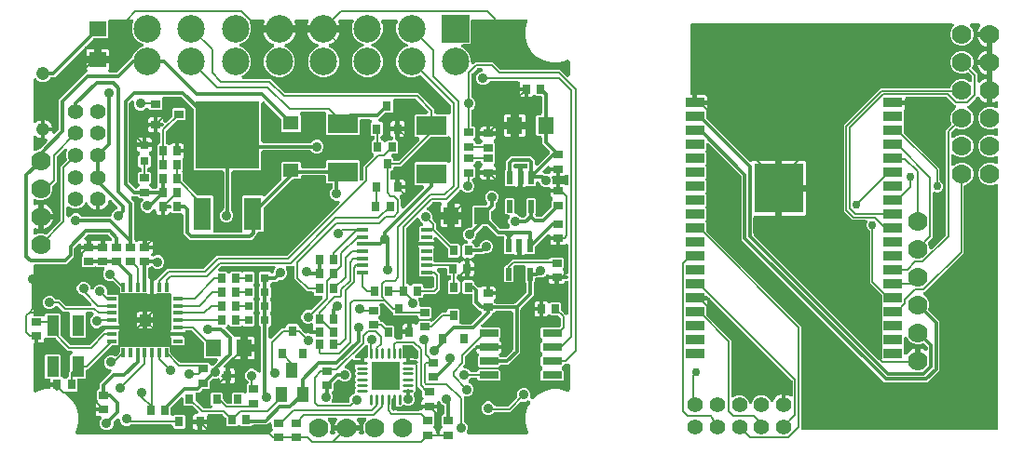
<source format=gtl>
G04 EAGLE Gerber RS-274X export*
G75*
%MOMM*%
%FSLAX34Y34*%
%LPD*%
%INTop Copper*%
%IPPOS*%
%AMOC8*
5,1,8,0,0,1.08239X$1,22.5*%
G01*
%ADD10R,1.400000X1.600000*%
%ADD11R,0.900000X0.700000*%
%ADD12R,0.700000X0.900000*%
%ADD13R,0.990600X0.304800*%
%ADD14R,2.700000X1.800000*%
%ADD15R,1.750000X0.650000*%
%ADD16R,0.850000X0.350000*%
%ADD17R,0.350000X0.850000*%
%ADD18C,0.050000*%
%ADD19R,0.800000X0.900000*%
%ADD20R,0.550000X1.200000*%
%ADD21R,1.100000X1.900000*%
%ADD22R,0.900000X0.800000*%
%ADD23R,1.600000X3.000000*%
%ADD24R,5.800000X6.200000*%
%ADD25R,1.000000X1.400000*%
%ADD26R,0.800000X0.800000*%
%ADD27R,2.500000X2.500000*%
%ADD28C,2.500000*%
%ADD29R,1.470000X1.270000*%
%ADD30C,1.778000*%
%ADD31C,1.208000*%
%ADD32C,1.422400*%
%ADD33R,1.600000X1.400000*%
%ADD34C,0.254000*%
%ADD35R,2.616200X2.616200*%
%ADD36R,1.700000X0.900000*%
%ADD37R,4.500000X4.500000*%
%ADD38C,0.203200*%
%ADD39C,0.355600*%
%ADD40C,0.914400*%
%ADD41C,0.152400*%
%ADD42C,0.756400*%
%ADD43C,0.304800*%

G36*
X924342Y61164D02*
X924342Y61164D01*
X924368Y61162D01*
X924515Y61184D01*
X924662Y61201D01*
X924687Y61209D01*
X924713Y61213D01*
X924851Y61268D01*
X924990Y61318D01*
X925012Y61332D01*
X925037Y61342D01*
X925158Y61427D01*
X925283Y61507D01*
X925301Y61526D01*
X925323Y61541D01*
X925422Y61651D01*
X925525Y61758D01*
X925539Y61780D01*
X925556Y61800D01*
X925628Y61930D01*
X925704Y62057D01*
X925712Y62082D01*
X925725Y62105D01*
X925765Y62248D01*
X925810Y62389D01*
X925812Y62415D01*
X925820Y62440D01*
X925839Y62684D01*
X925839Y283529D01*
X925822Y283678D01*
X925810Y283828D01*
X925802Y283851D01*
X925799Y283875D01*
X925749Y284016D01*
X925703Y284160D01*
X925690Y284180D01*
X925682Y284203D01*
X925600Y284330D01*
X925523Y284458D01*
X925506Y284476D01*
X925493Y284496D01*
X925384Y284601D01*
X925280Y284708D01*
X925260Y284721D01*
X925242Y284738D01*
X925113Y284815D01*
X924987Y284897D01*
X924964Y284905D01*
X924943Y284917D01*
X924800Y284963D01*
X924658Y285013D01*
X924634Y285016D01*
X924611Y285023D01*
X924462Y285035D01*
X924312Y285052D01*
X924288Y285049D01*
X924264Y285051D01*
X924115Y285029D01*
X923966Y285011D01*
X923938Y285002D01*
X923919Y285000D01*
X923875Y284982D01*
X923733Y284936D01*
X920472Y283585D01*
X916328Y283585D01*
X912500Y285171D01*
X909571Y288100D01*
X907985Y291928D01*
X907985Y296072D01*
X909571Y299900D01*
X912500Y302829D01*
X916328Y304415D01*
X920472Y304415D01*
X923733Y303064D01*
X923878Y303023D01*
X924021Y302977D01*
X924045Y302975D01*
X924068Y302968D01*
X924219Y302961D01*
X924368Y302949D01*
X924392Y302952D01*
X924416Y302951D01*
X924564Y302978D01*
X924713Y303000D01*
X924735Y303009D01*
X924759Y303014D01*
X924897Y303074D01*
X925037Y303129D01*
X925057Y303143D01*
X925079Y303153D01*
X925200Y303242D01*
X925323Y303328D01*
X925339Y303346D01*
X925359Y303360D01*
X925456Y303475D01*
X925556Y303587D01*
X925568Y303608D01*
X925584Y303626D01*
X925652Y303760D01*
X925725Y303892D01*
X925731Y303915D01*
X925742Y303937D01*
X925779Y304082D01*
X925820Y304227D01*
X925822Y304256D01*
X925827Y304275D01*
X925827Y304322D01*
X925839Y304471D01*
X925839Y308929D01*
X925822Y309078D01*
X925810Y309228D01*
X925802Y309251D01*
X925799Y309275D01*
X925749Y309416D01*
X925703Y309560D01*
X925690Y309580D01*
X925682Y309603D01*
X925600Y309730D01*
X925523Y309858D01*
X925506Y309876D01*
X925493Y309896D01*
X925384Y310001D01*
X925280Y310108D01*
X925260Y310121D01*
X925242Y310138D01*
X925113Y310215D01*
X924987Y310297D01*
X924964Y310305D01*
X924943Y310317D01*
X924800Y310363D01*
X924658Y310413D01*
X924634Y310416D01*
X924611Y310423D01*
X924462Y310435D01*
X924312Y310452D01*
X924288Y310449D01*
X924264Y310451D01*
X924115Y310429D01*
X923966Y310411D01*
X923938Y310402D01*
X923919Y310400D01*
X923875Y310382D01*
X923733Y310336D01*
X920472Y308985D01*
X916328Y308985D01*
X912500Y310571D01*
X909571Y313500D01*
X907985Y317328D01*
X907985Y321472D01*
X909571Y325300D01*
X912500Y328229D01*
X916328Y329815D01*
X920472Y329815D01*
X923733Y328464D01*
X923878Y328423D01*
X924021Y328377D01*
X924045Y328375D01*
X924068Y328368D01*
X924219Y328361D01*
X924368Y328349D01*
X924392Y328352D01*
X924416Y328351D01*
X924564Y328378D01*
X924713Y328400D01*
X924735Y328409D01*
X924759Y328414D01*
X924897Y328474D01*
X925037Y328529D01*
X925057Y328543D01*
X925079Y328553D01*
X925200Y328642D01*
X925323Y328728D01*
X925339Y328746D01*
X925359Y328760D01*
X925456Y328875D01*
X925556Y328987D01*
X925568Y329008D01*
X925584Y329026D01*
X925652Y329160D01*
X925725Y329292D01*
X925731Y329315D01*
X925742Y329337D01*
X925779Y329482D01*
X925820Y329627D01*
X925822Y329656D01*
X925827Y329675D01*
X925827Y329722D01*
X925839Y329871D01*
X925839Y334329D01*
X925822Y334478D01*
X925810Y334628D01*
X925802Y334651D01*
X925799Y334675D01*
X925749Y334816D01*
X925703Y334960D01*
X925690Y334980D01*
X925682Y335003D01*
X925600Y335130D01*
X925523Y335258D01*
X925506Y335276D01*
X925493Y335296D01*
X925384Y335401D01*
X925280Y335508D01*
X925260Y335521D01*
X925242Y335538D01*
X925113Y335615D01*
X924987Y335697D01*
X924964Y335705D01*
X924943Y335717D01*
X924800Y335763D01*
X924658Y335813D01*
X924634Y335816D01*
X924611Y335823D01*
X924462Y335835D01*
X924312Y335852D01*
X924288Y335849D01*
X924264Y335851D01*
X924115Y335829D01*
X923966Y335811D01*
X923938Y335802D01*
X923919Y335800D01*
X923875Y335782D01*
X923733Y335736D01*
X920472Y334385D01*
X916328Y334385D01*
X912500Y335971D01*
X909571Y338900D01*
X907985Y342728D01*
X907985Y346872D01*
X909571Y350700D01*
X912500Y353629D01*
X916328Y355215D01*
X920472Y355215D01*
X923733Y353864D01*
X923878Y353823D01*
X924021Y353777D01*
X924045Y353775D01*
X924068Y353768D01*
X924219Y353761D01*
X924368Y353749D01*
X924392Y353752D01*
X924416Y353751D01*
X924564Y353778D01*
X924713Y353800D01*
X924735Y353809D01*
X924759Y353814D01*
X924897Y353874D01*
X925037Y353929D01*
X925057Y353943D01*
X925079Y353953D01*
X925200Y354042D01*
X925323Y354128D01*
X925339Y354146D01*
X925359Y354160D01*
X925456Y354275D01*
X925556Y354387D01*
X925568Y354408D01*
X925584Y354426D01*
X925652Y354560D01*
X925725Y354692D01*
X925731Y354715D01*
X925742Y354737D01*
X925779Y354882D01*
X925820Y355027D01*
X925822Y355056D01*
X925827Y355075D01*
X925827Y355122D01*
X925839Y355271D01*
X925839Y358676D01*
X925835Y358711D01*
X925838Y358747D01*
X925815Y358884D01*
X925799Y359022D01*
X925787Y359056D01*
X925782Y359091D01*
X925729Y359219D01*
X925682Y359350D01*
X925662Y359380D01*
X925649Y359413D01*
X925568Y359526D01*
X925493Y359643D01*
X925467Y359668D01*
X925446Y359697D01*
X925342Y359788D01*
X925242Y359885D01*
X925211Y359904D01*
X925184Y359927D01*
X925062Y359993D01*
X924943Y360064D01*
X924909Y360075D01*
X924877Y360092D01*
X924743Y360128D01*
X924611Y360170D01*
X924575Y360173D01*
X924541Y360182D01*
X924402Y360187D01*
X924264Y360198D01*
X924228Y360193D01*
X924192Y360194D01*
X924057Y360167D01*
X923919Y360146D01*
X923886Y360133D01*
X923851Y360126D01*
X923624Y360033D01*
X922788Y359607D01*
X921077Y359051D01*
X920939Y359029D01*
X920939Y369184D01*
X920936Y369210D01*
X920938Y369236D01*
X920916Y369383D01*
X920899Y369530D01*
X920891Y369555D01*
X920887Y369581D01*
X920832Y369718D01*
X920782Y369858D01*
X920768Y369880D01*
X920758Y369905D01*
X920673Y370026D01*
X920593Y370151D01*
X920574Y370169D01*
X920559Y370191D01*
X920543Y370205D01*
X920625Y370290D01*
X920639Y370313D01*
X920656Y370332D01*
X920728Y370462D01*
X920804Y370589D01*
X920812Y370614D01*
X920825Y370637D01*
X920865Y370780D01*
X920910Y370921D01*
X920912Y370947D01*
X920920Y370972D01*
X920939Y371216D01*
X920939Y394584D01*
X920936Y394610D01*
X920938Y394636D01*
X920916Y394783D01*
X920899Y394930D01*
X920891Y394955D01*
X920887Y394981D01*
X920832Y395118D01*
X920782Y395258D01*
X920768Y395280D01*
X920758Y395305D01*
X920673Y395426D01*
X920593Y395551D01*
X920574Y395569D01*
X920559Y395591D01*
X920543Y395605D01*
X920625Y395690D01*
X920639Y395713D01*
X920656Y395732D01*
X920728Y395862D01*
X920804Y395989D01*
X920812Y396014D01*
X920825Y396037D01*
X920865Y396180D01*
X920910Y396321D01*
X920912Y396347D01*
X920920Y396372D01*
X920939Y396616D01*
X920939Y419984D01*
X920936Y420010D01*
X920938Y420036D01*
X920916Y420183D01*
X920899Y420330D01*
X920891Y420355D01*
X920887Y420381D01*
X920832Y420518D01*
X920782Y420658D01*
X920768Y420680D01*
X920758Y420705D01*
X920673Y420826D01*
X920593Y420951D01*
X920574Y420969D01*
X920559Y420991D01*
X920449Y421090D01*
X920342Y421193D01*
X920320Y421207D01*
X920300Y421224D01*
X920170Y421296D01*
X920043Y421372D01*
X920018Y421380D01*
X919995Y421393D01*
X919852Y421433D01*
X919711Y421478D01*
X919685Y421480D01*
X919660Y421487D01*
X919416Y421507D01*
X918907Y421507D01*
X918907Y422016D01*
X918904Y422042D01*
X918906Y422068D01*
X918884Y422215D01*
X918867Y422362D01*
X918858Y422387D01*
X918854Y422413D01*
X918800Y422551D01*
X918750Y422690D01*
X918735Y422712D01*
X918726Y422737D01*
X918641Y422858D01*
X918561Y422983D01*
X918542Y423001D01*
X918527Y423023D01*
X918417Y423122D01*
X918310Y423225D01*
X918287Y423239D01*
X918268Y423256D01*
X918138Y423328D01*
X918011Y423404D01*
X917986Y423412D01*
X917963Y423425D01*
X917820Y423465D01*
X917679Y423510D01*
X917653Y423512D01*
X917628Y423520D01*
X917384Y423539D01*
X907229Y423539D01*
X907251Y423677D01*
X907807Y425388D01*
X908624Y426991D01*
X909662Y428421D01*
X909738Y428556D01*
X909818Y428689D01*
X909824Y428707D01*
X909834Y428724D01*
X909877Y428873D01*
X909924Y429021D01*
X909926Y429040D01*
X909931Y429059D01*
X909940Y429214D01*
X909952Y429368D01*
X909949Y429387D01*
X909951Y429407D01*
X909924Y429560D01*
X909901Y429713D01*
X909893Y429731D01*
X909890Y429750D01*
X909829Y429893D01*
X909772Y430037D01*
X909761Y430053D01*
X909753Y430070D01*
X909661Y430196D01*
X909573Y430323D01*
X909559Y430336D01*
X909547Y430351D01*
X909429Y430453D01*
X909314Y430556D01*
X909297Y430566D01*
X909283Y430578D01*
X909145Y430650D01*
X909009Y430725D01*
X908991Y430730D01*
X908973Y430739D01*
X908823Y430777D01*
X908674Y430820D01*
X908651Y430822D01*
X908636Y430825D01*
X908592Y430826D01*
X908430Y430839D01*
X901567Y430839D01*
X901467Y430828D01*
X901367Y430826D01*
X901294Y430808D01*
X901221Y430799D01*
X901126Y430766D01*
X901029Y430741D01*
X900963Y430707D01*
X900893Y430682D01*
X900808Y430627D01*
X900719Y430581D01*
X900662Y430533D01*
X900600Y430493D01*
X900530Y430421D01*
X900453Y430356D01*
X900409Y430296D01*
X900358Y430242D01*
X900306Y430156D01*
X900246Y430075D01*
X900217Y430007D01*
X900179Y429943D01*
X900148Y429847D01*
X900108Y429755D01*
X900095Y429682D01*
X900072Y429611D01*
X900064Y429511D01*
X900047Y429412D01*
X900050Y429338D01*
X900044Y429264D01*
X900059Y429164D01*
X900065Y429064D01*
X900085Y428993D01*
X900096Y428919D01*
X900133Y428826D01*
X900161Y428729D01*
X900197Y428664D01*
X900225Y428595D01*
X900282Y428513D01*
X900331Y428425D01*
X900396Y428349D01*
X900424Y428309D01*
X900450Y428285D01*
X900490Y428239D01*
X901829Y426899D01*
X903415Y423072D01*
X903415Y418928D01*
X901829Y415100D01*
X898900Y412171D01*
X895072Y410585D01*
X890928Y410585D01*
X887100Y412171D01*
X884171Y415100D01*
X882585Y418928D01*
X882585Y423072D01*
X884171Y426899D01*
X885510Y428239D01*
X885573Y428318D01*
X885642Y428390D01*
X885681Y428454D01*
X885727Y428512D01*
X885770Y428603D01*
X885821Y428689D01*
X885844Y428760D01*
X885876Y428827D01*
X885897Y428925D01*
X885928Y429021D01*
X885934Y429095D01*
X885949Y429168D01*
X885947Y429268D01*
X885956Y429368D01*
X885944Y429442D01*
X885943Y429516D01*
X885919Y429613D01*
X885904Y429713D01*
X885876Y429782D01*
X885858Y429854D01*
X885812Y429943D01*
X885775Y430037D01*
X885733Y430098D01*
X885699Y430164D01*
X885633Y430240D01*
X885576Y430323D01*
X885521Y430373D01*
X885473Y430429D01*
X885392Y430489D01*
X885317Y430556D01*
X885252Y430592D01*
X885192Y430637D01*
X885100Y430676D01*
X885012Y430725D01*
X884941Y430745D01*
X884872Y430775D01*
X884774Y430792D01*
X884677Y430820D01*
X884577Y430828D01*
X884529Y430836D01*
X884494Y430834D01*
X884433Y430839D01*
X647684Y430839D01*
X647658Y430836D01*
X647632Y430838D01*
X647485Y430816D01*
X647338Y430799D01*
X647313Y430791D01*
X647287Y430787D01*
X647149Y430732D01*
X647010Y430682D01*
X646988Y430668D01*
X646963Y430658D01*
X646842Y430573D01*
X646717Y430493D01*
X646699Y430474D01*
X646677Y430459D01*
X646578Y430349D01*
X646475Y430242D01*
X646461Y430220D01*
X646444Y430200D01*
X646372Y430070D01*
X646296Y429943D01*
X646288Y429918D01*
X646275Y429895D01*
X646235Y429752D01*
X646190Y429611D01*
X646188Y429585D01*
X646180Y429560D01*
X646161Y429316D01*
X646161Y367564D01*
X646164Y367538D01*
X646162Y367512D01*
X646184Y367365D01*
X646201Y367218D01*
X646209Y367193D01*
X646213Y367167D01*
X646268Y367029D01*
X646318Y366890D01*
X646332Y366868D01*
X646342Y366843D01*
X646427Y366722D01*
X646507Y366597D01*
X646526Y366579D01*
X646541Y366557D01*
X646651Y366458D01*
X646758Y366355D01*
X646780Y366341D01*
X646800Y366324D01*
X646930Y366252D01*
X647057Y366176D01*
X647082Y366168D01*
X647105Y366155D01*
X647248Y366115D01*
X647389Y366070D01*
X647415Y366068D01*
X647440Y366060D01*
X647684Y366041D01*
X648251Y366041D01*
X648251Y359726D01*
X648254Y359700D01*
X648252Y359674D01*
X648274Y359527D01*
X648291Y359380D01*
X648299Y359355D01*
X648303Y359329D01*
X648358Y359192D01*
X648408Y359052D01*
X648422Y359030D01*
X648432Y359005D01*
X648517Y358884D01*
X648597Y358759D01*
X648616Y358741D01*
X648631Y358719D01*
X648741Y358620D01*
X648848Y358517D01*
X648870Y358503D01*
X648890Y358486D01*
X649020Y358414D01*
X649147Y358338D01*
X649172Y358330D01*
X649195Y358317D01*
X649338Y358277D01*
X649479Y358232D01*
X649505Y358230D01*
X649530Y358223D01*
X649706Y358208D01*
X649726Y358075D01*
X649743Y357928D01*
X649752Y357903D01*
X649756Y357877D01*
X649810Y357739D01*
X649860Y357600D01*
X649875Y357578D01*
X649884Y357553D01*
X649969Y357432D01*
X650049Y357307D01*
X650068Y357289D01*
X650083Y357267D01*
X650193Y357168D01*
X650300Y357065D01*
X650323Y357051D01*
X650342Y357034D01*
X650472Y356962D01*
X650599Y356886D01*
X650624Y356878D01*
X650647Y356865D01*
X650790Y356825D01*
X650931Y356780D01*
X650957Y356777D01*
X650982Y356770D01*
X651226Y356751D01*
X661541Y356751D01*
X661541Y354165D01*
X661368Y353519D01*
X661033Y352940D01*
X660971Y352878D01*
X660892Y352779D01*
X660808Y352685D01*
X660784Y352643D01*
X660754Y352605D01*
X660700Y352491D01*
X660639Y352380D01*
X660626Y352333D01*
X660605Y352290D01*
X660579Y352166D01*
X660544Y352044D01*
X660539Y351984D01*
X660532Y351949D01*
X660533Y351901D01*
X660525Y351801D01*
X660525Y345896D01*
X660539Y345770D01*
X660546Y345644D01*
X660559Y345598D01*
X660565Y345550D01*
X660607Y345431D01*
X660642Y345309D01*
X660666Y345267D01*
X660682Y345221D01*
X660751Y345115D01*
X660812Y345005D01*
X660852Y344959D01*
X660871Y344929D01*
X660906Y344895D01*
X660971Y344819D01*
X700321Y305468D01*
X700342Y305452D01*
X700359Y305432D01*
X700478Y305344D01*
X700594Y305252D01*
X700618Y305241D01*
X700639Y305225D01*
X700775Y305166D01*
X700909Y305103D01*
X700935Y305097D01*
X700959Y305087D01*
X701105Y305061D01*
X701250Y305030D01*
X701276Y305030D01*
X701302Y305025D01*
X701450Y305033D01*
X701598Y305036D01*
X701624Y305042D01*
X701650Y305043D01*
X701792Y305084D01*
X701936Y305121D01*
X701960Y305133D01*
X701985Y305140D01*
X702114Y305212D01*
X702246Y305280D01*
X702266Y305297D01*
X702289Y305310D01*
X702475Y305468D01*
X702640Y305633D01*
X703219Y305968D01*
X703865Y306141D01*
X723653Y306141D01*
X723653Y282624D01*
X723656Y282598D01*
X723654Y282572D01*
X723676Y282425D01*
X723693Y282278D01*
X723701Y282253D01*
X723705Y282227D01*
X723760Y282089D01*
X723810Y281950D01*
X723824Y281928D01*
X723834Y281903D01*
X723919Y281782D01*
X723999Y281657D01*
X724018Y281639D01*
X724033Y281617D01*
X724143Y281518D01*
X724250Y281415D01*
X724272Y281401D01*
X724292Y281384D01*
X724422Y281312D01*
X724549Y281236D01*
X724574Y281228D01*
X724597Y281215D01*
X724740Y281175D01*
X724881Y281130D01*
X724907Y281128D01*
X724932Y281120D01*
X725176Y281101D01*
X726701Y281101D01*
X726701Y281099D01*
X725176Y281099D01*
X725150Y281096D01*
X725124Y281098D01*
X724977Y281076D01*
X724830Y281059D01*
X724805Y281050D01*
X724779Y281047D01*
X724641Y280992D01*
X724502Y280942D01*
X724480Y280928D01*
X724455Y280918D01*
X724334Y280833D01*
X724209Y280753D01*
X724191Y280734D01*
X724169Y280719D01*
X724070Y280609D01*
X723967Y280502D01*
X723953Y280480D01*
X723936Y280460D01*
X723864Y280330D01*
X723788Y280203D01*
X723780Y280178D01*
X723767Y280155D01*
X723727Y280012D01*
X723682Y279871D01*
X723680Y279845D01*
X723672Y279820D01*
X723653Y279576D01*
X723653Y256059D01*
X705114Y256059D01*
X705088Y256056D01*
X705062Y256058D01*
X704915Y256036D01*
X704768Y256019D01*
X704743Y256011D01*
X704717Y256007D01*
X704579Y255952D01*
X704440Y255902D01*
X704418Y255888D01*
X704393Y255878D01*
X704272Y255793D01*
X704147Y255713D01*
X704129Y255694D01*
X704107Y255679D01*
X704008Y255569D01*
X703905Y255462D01*
X703891Y255440D01*
X703874Y255420D01*
X703802Y255290D01*
X703726Y255163D01*
X703718Y255138D01*
X703705Y255115D01*
X703665Y254972D01*
X703620Y254831D01*
X703618Y254805D01*
X703610Y254780D01*
X703591Y254536D01*
X703591Y239584D01*
X703605Y239458D01*
X703612Y239332D01*
X703625Y239286D01*
X703631Y239238D01*
X703673Y239119D01*
X703708Y238997D01*
X703732Y238955D01*
X703748Y238909D01*
X703817Y238803D01*
X703878Y238693D01*
X703918Y238647D01*
X703937Y238617D01*
X703972Y238583D01*
X704037Y238507D01*
X817875Y124669D01*
X817953Y124606D01*
X818026Y124536D01*
X818090Y124498D01*
X818148Y124452D01*
X818239Y124409D01*
X818325Y124358D01*
X818396Y124335D01*
X818463Y124303D01*
X818561Y124282D01*
X818657Y124251D01*
X818731Y124245D01*
X818804Y124230D01*
X818904Y124231D01*
X819004Y124223D01*
X819078Y124234D01*
X819152Y124236D01*
X819249Y124260D01*
X819349Y124275D01*
X819418Y124303D01*
X819490Y124321D01*
X819580Y124367D01*
X819673Y124404D01*
X819734Y124446D01*
X819800Y124480D01*
X819877Y124546D01*
X819959Y124603D01*
X820009Y124658D01*
X820065Y124706D01*
X820125Y124787D01*
X820192Y124862D01*
X820228Y124927D01*
X820273Y124986D01*
X820312Y125079D01*
X820361Y125167D01*
X820381Y125238D01*
X820411Y125306D01*
X820428Y125405D01*
X820456Y125502D01*
X820464Y125602D01*
X820472Y125649D01*
X820470Y125685D01*
X820475Y125746D01*
X820475Y135532D01*
X820617Y135673D01*
X820633Y135693D01*
X820653Y135710D01*
X820741Y135830D01*
X820833Y135946D01*
X820844Y135970D01*
X820860Y135991D01*
X820919Y136127D01*
X820982Y136261D01*
X820988Y136287D01*
X820998Y136311D01*
X821024Y136457D01*
X821056Y136602D01*
X821055Y136628D01*
X821060Y136654D01*
X821052Y136802D01*
X821050Y136950D01*
X821043Y136976D01*
X821042Y137002D01*
X821001Y137145D01*
X820965Y137288D01*
X820953Y137311D01*
X820945Y137337D01*
X820873Y137466D01*
X820805Y137598D01*
X820788Y137618D01*
X820775Y137641D01*
X820617Y137827D01*
X820475Y137968D01*
X820475Y148232D01*
X820617Y148373D01*
X820633Y148393D01*
X820653Y148410D01*
X820741Y148530D01*
X820833Y148646D01*
X820844Y148670D01*
X820860Y148691D01*
X820919Y148827D01*
X820982Y148961D01*
X820988Y148987D01*
X820998Y149011D01*
X821024Y149157D01*
X821056Y149302D01*
X821055Y149328D01*
X821060Y149354D01*
X821052Y149502D01*
X821050Y149650D01*
X821043Y149676D01*
X821042Y149702D01*
X821001Y149845D01*
X820965Y149988D01*
X820953Y150011D01*
X820945Y150037D01*
X820873Y150166D01*
X820805Y150298D01*
X820788Y150318D01*
X820775Y150341D01*
X820617Y150527D01*
X820475Y150668D01*
X820475Y160932D01*
X820617Y161073D01*
X820633Y161093D01*
X820653Y161110D01*
X820741Y161230D01*
X820833Y161346D01*
X820844Y161370D01*
X820860Y161391D01*
X820919Y161527D01*
X820982Y161661D01*
X820988Y161687D01*
X820998Y161711D01*
X821024Y161857D01*
X821056Y162002D01*
X821055Y162028D01*
X821060Y162054D01*
X821052Y162202D01*
X821050Y162350D01*
X821043Y162376D01*
X821042Y162402D01*
X821001Y162545D01*
X820965Y162688D01*
X820953Y162711D01*
X820945Y162737D01*
X820873Y162866D01*
X820805Y162998D01*
X820788Y163018D01*
X820775Y163041D01*
X820617Y163227D01*
X820475Y163368D01*
X820475Y173632D01*
X820617Y173773D01*
X820633Y173793D01*
X820653Y173810D01*
X820741Y173930D01*
X820833Y174046D01*
X820844Y174070D01*
X820860Y174091D01*
X820919Y174227D01*
X820982Y174361D01*
X820988Y174387D01*
X820998Y174411D01*
X821024Y174557D01*
X821056Y174702D01*
X821055Y174728D01*
X821060Y174754D01*
X821052Y174902D01*
X821050Y175050D01*
X821043Y175076D01*
X821042Y175102D01*
X821001Y175245D01*
X820965Y175388D01*
X820953Y175411D01*
X820945Y175437D01*
X820873Y175566D01*
X820805Y175698D01*
X820788Y175718D01*
X820775Y175741D01*
X820617Y175927D01*
X820475Y176068D01*
X820475Y183234D01*
X820461Y183359D01*
X820454Y183486D01*
X820441Y183532D01*
X820435Y183580D01*
X820393Y183699D01*
X820358Y183821D01*
X820334Y183863D01*
X820318Y183908D01*
X820249Y184014D01*
X820188Y184125D01*
X820148Y184171D01*
X820129Y184201D01*
X820094Y184235D01*
X820029Y184311D01*
X811293Y193047D01*
X809507Y194833D01*
X809507Y241781D01*
X809498Y241858D01*
X809500Y241934D01*
X809479Y242030D01*
X809467Y242128D01*
X809442Y242200D01*
X809425Y242275D01*
X809383Y242363D01*
X809350Y242456D01*
X809308Y242520D01*
X809275Y242589D01*
X809214Y242666D01*
X809161Y242749D01*
X809106Y242802D01*
X809058Y242862D01*
X808981Y242923D01*
X808910Y242991D01*
X808871Y243014D01*
X807295Y244590D01*
X806487Y246540D01*
X806487Y248652D01*
X807071Y250061D01*
X807112Y250206D01*
X807158Y250349D01*
X807160Y250373D01*
X807167Y250396D01*
X807174Y250547D01*
X807186Y250696D01*
X807183Y250720D01*
X807184Y250744D01*
X807157Y250892D01*
X807134Y251041D01*
X807126Y251063D01*
X807121Y251087D01*
X807061Y251225D01*
X807006Y251365D01*
X806992Y251385D01*
X806982Y251407D01*
X806893Y251528D01*
X806807Y251651D01*
X806789Y251667D01*
X806774Y251687D01*
X806660Y251784D01*
X806548Y251884D01*
X806527Y251896D01*
X806508Y251912D01*
X806375Y251980D01*
X806243Y252053D01*
X806220Y252059D01*
X806198Y252070D01*
X806053Y252107D01*
X805908Y252148D01*
X805878Y252150D01*
X805860Y252155D01*
X805813Y252155D01*
X805664Y252167D01*
X794083Y252167D01*
X785885Y260365D01*
X785885Y338459D01*
X819229Y371803D01*
X881373Y371803D01*
X881449Y371811D01*
X881526Y371810D01*
X881622Y371831D01*
X881719Y371843D01*
X881791Y371868D01*
X881866Y371885D01*
X881955Y371927D01*
X882048Y371960D01*
X882112Y372002D01*
X882181Y372034D01*
X882258Y372096D01*
X882340Y372149D01*
X882393Y372204D01*
X882453Y372252D01*
X882514Y372329D01*
X882583Y372400D01*
X882622Y372465D01*
X882669Y372525D01*
X882737Y372659D01*
X882761Y372699D01*
X882767Y372717D01*
X882781Y372743D01*
X884171Y376100D01*
X887100Y379029D01*
X890928Y380615D01*
X895072Y380615D01*
X898899Y379029D01*
X899871Y378058D01*
X899950Y377995D01*
X900022Y377926D01*
X900086Y377887D01*
X900144Y377841D01*
X900235Y377798D01*
X900321Y377747D01*
X900392Y377724D01*
X900459Y377692D01*
X900557Y377671D01*
X900653Y377640D01*
X900727Y377634D01*
X900800Y377619D01*
X900900Y377621D01*
X901000Y377612D01*
X901074Y377624D01*
X901148Y377625D01*
X901245Y377649D01*
X901345Y377664D01*
X901414Y377692D01*
X901486Y377710D01*
X901575Y377756D01*
X901669Y377793D01*
X901730Y377835D01*
X901796Y377869D01*
X901872Y377935D01*
X901955Y377992D01*
X902005Y378047D01*
X902061Y378095D01*
X902121Y378176D01*
X902188Y378251D01*
X902224Y378316D01*
X902269Y378376D01*
X902308Y378468D01*
X902357Y378556D01*
X902377Y378627D01*
X902407Y378696D01*
X902424Y378794D01*
X902452Y378891D01*
X902460Y378991D01*
X902468Y379039D01*
X902466Y379074D01*
X902471Y379135D01*
X902471Y382416D01*
X902457Y382541D01*
X902450Y382668D01*
X902437Y382714D01*
X902431Y382762D01*
X902389Y382881D01*
X902354Y383002D01*
X902330Y383045D01*
X902314Y383090D01*
X902245Y383196D01*
X902184Y383307D01*
X902144Y383353D01*
X902125Y383383D01*
X902090Y383416D01*
X902025Y383493D01*
X899512Y386007D01*
X899452Y386054D01*
X899398Y386109D01*
X899316Y386162D01*
X899239Y386223D01*
X899169Y386256D01*
X899105Y386297D01*
X899012Y386330D01*
X898923Y386372D01*
X898849Y386388D01*
X898777Y386414D01*
X898679Y386425D01*
X898583Y386445D01*
X898506Y386444D01*
X898430Y386453D01*
X898332Y386441D01*
X898234Y386439D01*
X898160Y386421D01*
X898084Y386412D01*
X897942Y386366D01*
X897896Y386354D01*
X897879Y386346D01*
X897851Y386337D01*
X895072Y385185D01*
X890928Y385185D01*
X887100Y386771D01*
X884171Y389700D01*
X882585Y393528D01*
X882585Y397672D01*
X884171Y401500D01*
X887100Y404429D01*
X890928Y406015D01*
X895072Y406015D01*
X898900Y404429D01*
X901829Y401500D01*
X903415Y397672D01*
X903415Y393528D01*
X902352Y390963D01*
X902331Y390890D01*
X902301Y390820D01*
X902284Y390723D01*
X902257Y390628D01*
X902253Y390552D01*
X902239Y390477D01*
X902244Y390378D01*
X902240Y390280D01*
X902253Y390205D01*
X902257Y390129D01*
X902285Y390034D01*
X902302Y389937D01*
X902333Y389867D01*
X902354Y389794D01*
X902402Y389708D01*
X902441Y389618D01*
X902487Y389556D01*
X902524Y389490D01*
X902621Y389376D01*
X902649Y389338D01*
X902664Y389326D01*
X902683Y389303D01*
X907045Y384941D01*
X907045Y378688D01*
X907056Y378588D01*
X907058Y378487D01*
X907076Y378415D01*
X907085Y378341D01*
X907118Y378247D01*
X907143Y378149D01*
X907177Y378083D01*
X907202Y378013D01*
X907257Y377929D01*
X907303Y377840D01*
X907351Y377783D01*
X907391Y377721D01*
X907463Y377651D01*
X907528Y377574D01*
X907588Y377530D01*
X907642Y377478D01*
X907728Y377427D01*
X907809Y377367D01*
X907877Y377338D01*
X907941Y377299D01*
X908037Y377269D01*
X908129Y377229D01*
X908202Y377216D01*
X908273Y377193D01*
X908373Y377185D01*
X908472Y377167D01*
X908546Y377171D01*
X908620Y377165D01*
X908720Y377180D01*
X908820Y377185D01*
X908891Y377206D01*
X908965Y377217D01*
X909058Y377254D01*
X909155Y377282D01*
X909220Y377318D01*
X909289Y377346D01*
X909371Y377403D01*
X909459Y377452D01*
X909535Y377517D01*
X909575Y377545D01*
X909599Y377571D01*
X909645Y377611D01*
X910954Y378919D01*
X912409Y379976D01*
X914012Y380793D01*
X915723Y381349D01*
X915861Y381371D01*
X915861Y371216D01*
X915864Y371190D01*
X915862Y371164D01*
X915884Y371017D01*
X915901Y370870D01*
X915909Y370845D01*
X915913Y370819D01*
X915968Y370682D01*
X916018Y370542D01*
X916032Y370520D01*
X916042Y370495D01*
X916127Y370374D01*
X916207Y370249D01*
X916226Y370231D01*
X916241Y370209D01*
X916257Y370195D01*
X916175Y370110D01*
X916161Y370087D01*
X916144Y370068D01*
X916072Y369938D01*
X915996Y369811D01*
X915988Y369786D01*
X915975Y369763D01*
X915935Y369620D01*
X915890Y369479D01*
X915887Y369453D01*
X915880Y369428D01*
X915861Y369184D01*
X915861Y359029D01*
X915723Y359051D01*
X914012Y359607D01*
X912409Y360424D01*
X910953Y361481D01*
X909681Y362753D01*
X908776Y363999D01*
X908678Y364106D01*
X908583Y364217D01*
X908560Y364234D01*
X908540Y364256D01*
X908420Y364338D01*
X908303Y364424D01*
X908276Y364436D01*
X908252Y364452D01*
X908116Y364505D01*
X907983Y364562D01*
X907955Y364567D01*
X907927Y364578D01*
X907783Y364598D01*
X907640Y364624D01*
X907611Y364622D01*
X907582Y364626D01*
X907438Y364613D01*
X907292Y364606D01*
X907264Y364598D01*
X907235Y364595D01*
X907097Y364550D01*
X906957Y364509D01*
X906932Y364495D01*
X906904Y364486D01*
X906780Y364410D01*
X906653Y364339D01*
X906626Y364316D01*
X906607Y364305D01*
X906572Y364270D01*
X906467Y364181D01*
X905259Y362973D01*
X898401Y356115D01*
X898308Y355998D01*
X898211Y355883D01*
X898200Y355861D01*
X898185Y355842D01*
X898120Y355707D01*
X898052Y355572D01*
X898046Y355549D01*
X898036Y355527D01*
X898004Y355381D01*
X897968Y355234D01*
X897967Y355210D01*
X897962Y355186D01*
X897965Y355036D01*
X897963Y354886D01*
X897968Y354862D01*
X897968Y354838D01*
X898005Y354692D01*
X898037Y354545D01*
X898047Y354523D01*
X898053Y354500D01*
X898122Y354366D01*
X898187Y354231D01*
X898202Y354212D01*
X898213Y354190D01*
X898310Y354076D01*
X898404Y353958D01*
X898423Y353943D01*
X898439Y353925D01*
X898560Y353836D01*
X898678Y353742D01*
X898704Y353729D01*
X898719Y353718D01*
X898762Y353699D01*
X898895Y353631D01*
X898900Y353629D01*
X901829Y350700D01*
X903415Y346872D01*
X903415Y342728D01*
X901829Y338900D01*
X898900Y335971D01*
X895072Y334385D01*
X890928Y334385D01*
X888253Y335493D01*
X888179Y335514D01*
X888109Y335545D01*
X888013Y335562D01*
X887918Y335589D01*
X887842Y335593D01*
X887766Y335606D01*
X887668Y335601D01*
X887570Y335606D01*
X887495Y335592D01*
X887418Y335588D01*
X887324Y335561D01*
X887227Y335543D01*
X887157Y335513D01*
X887084Y335492D01*
X886998Y335444D01*
X886907Y335405D01*
X886846Y335359D01*
X886779Y335322D01*
X886666Y335225D01*
X886628Y335197D01*
X886615Y335182D01*
X886593Y335163D01*
X883869Y332439D01*
X883790Y332340D01*
X883706Y332246D01*
X883682Y332204D01*
X883652Y332166D01*
X883598Y332052D01*
X883537Y331941D01*
X883524Y331894D01*
X883503Y331851D01*
X883477Y331727D01*
X883442Y331606D01*
X883437Y331545D01*
X883430Y331510D01*
X883431Y331462D01*
X883423Y331362D01*
X883423Y328229D01*
X883434Y328129D01*
X883436Y328029D01*
X883454Y327956D01*
X883463Y327883D01*
X883496Y327788D01*
X883521Y327691D01*
X883555Y327625D01*
X883580Y327555D01*
X883635Y327470D01*
X883681Y327381D01*
X883729Y327324D01*
X883769Y327262D01*
X883841Y327192D01*
X883906Y327115D01*
X883966Y327071D01*
X884020Y327020D01*
X884106Y326968D01*
X884187Y326908D01*
X884255Y326879D01*
X884319Y326841D01*
X884415Y326810D01*
X884507Y326770D01*
X884580Y326757D01*
X884651Y326734D01*
X884751Y326726D01*
X884850Y326709D01*
X884924Y326712D01*
X884998Y326706D01*
X885098Y326721D01*
X885198Y326727D01*
X885269Y326747D01*
X885343Y326758D01*
X885436Y326795D01*
X885533Y326823D01*
X885598Y326859D01*
X885667Y326887D01*
X885749Y326944D01*
X885837Y326993D01*
X885913Y327058D01*
X885953Y327086D01*
X885977Y327112D01*
X886023Y327152D01*
X887101Y328229D01*
X890928Y329815D01*
X895072Y329815D01*
X898900Y328229D01*
X901829Y325300D01*
X903415Y321472D01*
X903415Y317328D01*
X901829Y313500D01*
X898900Y310571D01*
X895072Y308985D01*
X890928Y308985D01*
X887101Y310571D01*
X886023Y311648D01*
X885944Y311711D01*
X885872Y311780D01*
X885808Y311819D01*
X885750Y311865D01*
X885659Y311908D01*
X885573Y311959D01*
X885502Y311982D01*
X885435Y312014D01*
X885337Y312035D01*
X885241Y312066D01*
X885167Y312072D01*
X885094Y312087D01*
X884994Y312085D01*
X884894Y312094D01*
X884820Y312082D01*
X884746Y312081D01*
X884649Y312057D01*
X884549Y312042D01*
X884480Y312014D01*
X884408Y311996D01*
X884319Y311950D01*
X884225Y311913D01*
X884164Y311871D01*
X884098Y311837D01*
X884022Y311771D01*
X883939Y311714D01*
X883889Y311659D01*
X883833Y311611D01*
X883773Y311530D01*
X883706Y311455D01*
X883670Y311390D01*
X883625Y311330D01*
X883586Y311238D01*
X883537Y311150D01*
X883517Y311079D01*
X883487Y311010D01*
X883470Y310912D01*
X883442Y310815D01*
X883434Y310715D01*
X883426Y310667D01*
X883428Y310632D01*
X883423Y310571D01*
X883423Y302829D01*
X883434Y302729D01*
X883436Y302629D01*
X883454Y302556D01*
X883463Y302483D01*
X883496Y302388D01*
X883521Y302291D01*
X883555Y302225D01*
X883580Y302155D01*
X883635Y302070D01*
X883681Y301981D01*
X883729Y301924D01*
X883769Y301862D01*
X883841Y301792D01*
X883906Y301715D01*
X883966Y301671D01*
X884020Y301620D01*
X884106Y301568D01*
X884187Y301508D01*
X884255Y301479D01*
X884319Y301441D01*
X884415Y301410D01*
X884507Y301370D01*
X884580Y301357D01*
X884651Y301334D01*
X884751Y301326D01*
X884850Y301309D01*
X884924Y301312D01*
X884998Y301306D01*
X885098Y301321D01*
X885198Y301327D01*
X885269Y301347D01*
X885343Y301358D01*
X885436Y301395D01*
X885533Y301423D01*
X885598Y301459D01*
X885667Y301487D01*
X885749Y301544D01*
X885837Y301593D01*
X885913Y301658D01*
X885953Y301686D01*
X885977Y301712D01*
X886023Y301752D01*
X887101Y302829D01*
X890928Y304415D01*
X895072Y304415D01*
X898900Y302829D01*
X901829Y299900D01*
X903415Y296072D01*
X903415Y291928D01*
X901829Y288100D01*
X898900Y285171D01*
X895793Y283884D01*
X895726Y283847D01*
X895655Y283819D01*
X895574Y283763D01*
X895488Y283715D01*
X895432Y283663D01*
X895369Y283620D01*
X895303Y283547D01*
X895230Y283481D01*
X895187Y283418D01*
X895136Y283361D01*
X895088Y283275D01*
X895032Y283194D01*
X895004Y283123D01*
X894967Y283056D01*
X894940Y282961D01*
X894904Y282870D01*
X894893Y282794D01*
X894872Y282721D01*
X894860Y282572D01*
X894853Y282525D01*
X894855Y282506D01*
X894853Y282477D01*
X894853Y222265D01*
X859219Y186631D01*
X859200Y186632D01*
X859077Y186610D01*
X858954Y186595D01*
X858906Y186578D01*
X858857Y186569D01*
X858743Y186520D01*
X858626Y186478D01*
X858583Y186451D01*
X858537Y186430D01*
X858437Y186356D01*
X858333Y186289D01*
X858298Y186253D01*
X858257Y186223D01*
X858177Y186128D01*
X858091Y186038D01*
X858065Y185995D01*
X858032Y185957D01*
X857976Y185846D01*
X857912Y185739D01*
X857897Y185691D01*
X857874Y185646D01*
X857844Y185526D01*
X857806Y185407D01*
X857802Y185357D01*
X857789Y185308D01*
X857788Y185184D01*
X857778Y185060D01*
X857785Y185010D01*
X857784Y184960D01*
X857811Y184838D01*
X857829Y184715D01*
X857848Y184668D01*
X857859Y184619D01*
X857912Y184507D01*
X857958Y184391D01*
X857987Y184350D01*
X858008Y184304D01*
X858086Y184207D01*
X858157Y184105D01*
X858194Y184071D01*
X858226Y184032D01*
X858324Y183955D01*
X858416Y183872D01*
X858460Y183847D01*
X858499Y183816D01*
X858717Y183705D01*
X858900Y183629D01*
X861829Y180700D01*
X863415Y176872D01*
X863415Y172728D01*
X862725Y171064D01*
X862704Y170990D01*
X862674Y170920D01*
X862657Y170824D01*
X862630Y170729D01*
X862626Y170653D01*
X862612Y170577D01*
X862617Y170479D01*
X862613Y170381D01*
X862626Y170306D01*
X862630Y170229D01*
X862658Y170135D01*
X862675Y170038D01*
X862706Y169968D01*
X862727Y169894D01*
X862775Y169809D01*
X862814Y169718D01*
X862860Y169657D01*
X862897Y169590D01*
X862994Y169477D01*
X863022Y169439D01*
X863037Y169426D01*
X863056Y169404D01*
X872755Y159705D01*
X872755Y115269D01*
X861825Y104339D01*
X822723Y104339D01*
X692921Y234141D01*
X692921Y291422D01*
X692907Y291548D01*
X692900Y291674D01*
X692887Y291720D01*
X692881Y291768D01*
X692839Y291887D01*
X692804Y292009D01*
X692780Y292051D01*
X692764Y292097D01*
X692695Y292203D01*
X692634Y292313D01*
X692594Y292359D01*
X692575Y292389D01*
X692540Y292423D01*
X692475Y292499D01*
X663125Y321849D01*
X663047Y321912D01*
X662974Y321982D01*
X662910Y322020D01*
X662852Y322066D01*
X662761Y322109D01*
X662675Y322160D01*
X662604Y322183D01*
X662537Y322215D01*
X662439Y322236D01*
X662343Y322267D01*
X662269Y322273D01*
X662196Y322288D01*
X662096Y322287D01*
X661996Y322295D01*
X661922Y322284D01*
X661848Y322282D01*
X661751Y322258D01*
X661651Y322243D01*
X661582Y322215D01*
X661510Y322197D01*
X661420Y322151D01*
X661327Y322114D01*
X661266Y322072D01*
X661200Y322038D01*
X661123Y321972D01*
X661041Y321915D01*
X660991Y321860D01*
X660935Y321812D01*
X660875Y321731D01*
X660808Y321656D01*
X660772Y321591D01*
X660727Y321532D01*
X660688Y321439D01*
X660639Y321351D01*
X660619Y321280D01*
X660589Y321212D01*
X660572Y321113D01*
X660544Y321016D01*
X660536Y320916D01*
X660528Y320869D01*
X660530Y320833D01*
X660525Y320772D01*
X660525Y315768D01*
X660383Y315627D01*
X660367Y315607D01*
X660347Y315590D01*
X660259Y315470D01*
X660167Y315354D01*
X660156Y315330D01*
X660140Y315309D01*
X660081Y315173D01*
X660018Y315039D01*
X660012Y315013D01*
X660002Y314989D01*
X659976Y314843D01*
X659944Y314698D01*
X659945Y314672D01*
X659940Y314646D01*
X659948Y314498D01*
X659950Y314350D01*
X659957Y314324D01*
X659958Y314298D01*
X659999Y314156D01*
X660035Y314012D01*
X660048Y313988D01*
X660055Y313963D01*
X660127Y313834D01*
X660195Y313702D01*
X660212Y313682D01*
X660225Y313659D01*
X660383Y313473D01*
X660525Y313332D01*
X660525Y303068D01*
X660383Y302927D01*
X660367Y302907D01*
X660347Y302890D01*
X660259Y302770D01*
X660167Y302654D01*
X660156Y302630D01*
X660140Y302609D01*
X660081Y302473D01*
X660018Y302339D01*
X660012Y302313D01*
X660002Y302289D01*
X659976Y302143D01*
X659944Y301998D01*
X659945Y301972D01*
X659940Y301946D01*
X659948Y301798D01*
X659950Y301650D01*
X659957Y301624D01*
X659958Y301598D01*
X659999Y301456D01*
X660035Y301312D01*
X660048Y301288D01*
X660055Y301263D01*
X660124Y301140D01*
X660134Y301113D01*
X660147Y301095D01*
X660195Y301002D01*
X660212Y300982D01*
X660225Y300959D01*
X660316Y300852D01*
X660333Y300827D01*
X660349Y300813D01*
X660383Y300773D01*
X660525Y300632D01*
X660525Y290368D01*
X660383Y290227D01*
X660367Y290207D01*
X660347Y290190D01*
X660259Y290070D01*
X660167Y289954D01*
X660156Y289930D01*
X660140Y289909D01*
X660081Y289773D01*
X660018Y289639D01*
X660012Y289613D01*
X660002Y289589D01*
X659976Y289443D01*
X659944Y289298D01*
X659945Y289272D01*
X659940Y289246D01*
X659948Y289098D01*
X659950Y288950D01*
X659957Y288924D01*
X659958Y288898D01*
X659999Y288756D01*
X660035Y288612D01*
X660048Y288588D01*
X660055Y288563D01*
X660127Y288434D01*
X660195Y288302D01*
X660212Y288282D01*
X660225Y288259D01*
X660383Y288073D01*
X660525Y287932D01*
X660525Y277668D01*
X660383Y277527D01*
X660367Y277507D01*
X660347Y277490D01*
X660259Y277370D01*
X660167Y277254D01*
X660156Y277230D01*
X660140Y277209D01*
X660081Y277073D01*
X660018Y276939D01*
X660012Y276913D01*
X660002Y276889D01*
X659976Y276743D01*
X659944Y276598D01*
X659945Y276572D01*
X659940Y276546D01*
X659948Y276398D01*
X659950Y276250D01*
X659957Y276224D01*
X659958Y276198D01*
X659999Y276056D01*
X660035Y275912D01*
X660048Y275888D01*
X660055Y275863D01*
X660127Y275734D01*
X660195Y275602D01*
X660212Y275582D01*
X660225Y275559D01*
X660383Y275373D01*
X660525Y275232D01*
X660525Y264968D01*
X660383Y264827D01*
X660367Y264807D01*
X660347Y264790D01*
X660303Y264729D01*
X660254Y264679D01*
X660218Y264618D01*
X660167Y264554D01*
X660156Y264530D01*
X660140Y264509D01*
X660107Y264434D01*
X660075Y264380D01*
X660056Y264320D01*
X660018Y264239D01*
X660012Y264213D01*
X660002Y264189D01*
X659986Y264101D01*
X659969Y264048D01*
X659965Y263991D01*
X659944Y263898D01*
X659945Y263872D01*
X659940Y263846D01*
X659945Y263751D01*
X659941Y263701D01*
X659949Y263650D01*
X659950Y263550D01*
X659957Y263524D01*
X659958Y263498D01*
X659986Y263402D01*
X659993Y263356D01*
X660010Y263313D01*
X660035Y263212D01*
X660048Y263188D01*
X660055Y263163D01*
X660106Y263072D01*
X660122Y263032D01*
X660146Y262996D01*
X660195Y262902D01*
X660212Y262882D01*
X660225Y262859D01*
X660318Y262750D01*
X660320Y262746D01*
X660323Y262744D01*
X660383Y262673D01*
X660525Y262532D01*
X660525Y252268D01*
X660383Y252127D01*
X660367Y252107D01*
X660347Y252090D01*
X660259Y251970D01*
X660167Y251854D01*
X660156Y251830D01*
X660140Y251809D01*
X660081Y251673D01*
X660018Y251539D01*
X660012Y251513D01*
X660002Y251489D01*
X659976Y251343D01*
X659944Y251198D01*
X659945Y251172D01*
X659940Y251146D01*
X659948Y250998D01*
X659950Y250850D01*
X659957Y250824D01*
X659958Y250798D01*
X659999Y250656D01*
X660035Y250512D01*
X660048Y250488D01*
X660055Y250463D01*
X660127Y250334D01*
X660195Y250202D01*
X660212Y250182D01*
X660225Y250159D01*
X660383Y249973D01*
X660525Y249832D01*
X660525Y242710D01*
X660539Y242585D01*
X660546Y242458D01*
X660559Y242412D01*
X660565Y242364D01*
X660607Y242245D01*
X660642Y242124D01*
X660666Y242081D01*
X660682Y242036D01*
X660751Y241930D01*
X660812Y241819D01*
X660852Y241773D01*
X660871Y241743D01*
X660906Y241710D01*
X660971Y241633D01*
X747025Y155579D01*
X747025Y62684D01*
X747028Y62658D01*
X747026Y62632D01*
X747048Y62485D01*
X747065Y62338D01*
X747073Y62313D01*
X747077Y62287D01*
X747132Y62149D01*
X747182Y62010D01*
X747196Y61988D01*
X747206Y61963D01*
X747291Y61842D01*
X747371Y61717D01*
X747390Y61699D01*
X747405Y61677D01*
X747515Y61578D01*
X747622Y61475D01*
X747644Y61461D01*
X747664Y61444D01*
X747794Y61372D01*
X747921Y61296D01*
X747946Y61288D01*
X747969Y61275D01*
X748112Y61235D01*
X748253Y61190D01*
X748279Y61188D01*
X748304Y61180D01*
X748548Y61161D01*
X924316Y61161D01*
X924342Y61164D01*
G37*
G36*
X263354Y57184D02*
X263354Y57184D01*
X263423Y57182D01*
X263541Y57204D01*
X263660Y57217D01*
X263726Y57238D01*
X263794Y57251D01*
X263904Y57297D01*
X264017Y57334D01*
X264077Y57370D01*
X264141Y57396D01*
X264239Y57465D01*
X264342Y57525D01*
X264393Y57572D01*
X264450Y57612D01*
X264531Y57699D01*
X264619Y57780D01*
X264659Y57836D01*
X264707Y57887D01*
X264768Y57990D01*
X264837Y58087D01*
X264864Y58151D01*
X264900Y58210D01*
X264955Y58365D01*
X264985Y58433D01*
X264990Y58460D01*
X265002Y58494D01*
X265132Y58981D01*
X265467Y59560D01*
X265940Y60033D01*
X266071Y60109D01*
X266198Y60201D01*
X266328Y60289D01*
X266350Y60312D01*
X266375Y60331D01*
X266479Y60447D01*
X266589Y60561D01*
X266605Y60588D01*
X266626Y60611D01*
X266704Y60748D01*
X266786Y60882D01*
X266796Y60911D01*
X266812Y60939D01*
X266859Y61088D01*
X266911Y61237D01*
X266915Y61268D01*
X266925Y61298D01*
X266939Y61454D01*
X266959Y61610D01*
X266957Y61642D01*
X266959Y61673D01*
X266941Y61829D01*
X266927Y61985D01*
X266918Y62015D01*
X266914Y62047D01*
X266863Y62195D01*
X266817Y62345D01*
X266802Y62373D01*
X266791Y62403D01*
X266710Y62537D01*
X266633Y62674D01*
X266610Y62702D01*
X266596Y62725D01*
X266545Y62779D01*
X266439Y62905D01*
X265975Y63368D01*
X265975Y66014D01*
X265969Y66070D01*
X265972Y66127D01*
X265949Y66257D01*
X265935Y66388D01*
X265918Y66442D01*
X265908Y66498D01*
X265859Y66620D01*
X265818Y66746D01*
X265789Y66795D01*
X265768Y66847D01*
X265694Y66957D01*
X265627Y67071D01*
X265589Y67112D01*
X265557Y67159D01*
X265461Y67251D01*
X265372Y67348D01*
X265326Y67381D01*
X265285Y67420D01*
X265173Y67489D01*
X265065Y67565D01*
X265013Y67588D01*
X264964Y67617D01*
X264840Y67661D01*
X264719Y67713D01*
X264663Y67724D01*
X264609Y67743D01*
X264478Y67760D01*
X264349Y67785D01*
X264292Y67784D01*
X264236Y67791D01*
X264104Y67780D01*
X263972Y67777D01*
X263917Y67764D01*
X263861Y67759D01*
X263734Y67720D01*
X263606Y67690D01*
X263555Y67665D01*
X263501Y67649D01*
X263385Y67584D01*
X263266Y67527D01*
X263221Y67493D01*
X263172Y67465D01*
X263021Y67338D01*
X262968Y67297D01*
X262958Y67284D01*
X262941Y67271D01*
X261568Y65897D01*
X249490Y65897D01*
X249321Y65879D01*
X249152Y65865D01*
X249134Y65859D01*
X249115Y65857D01*
X248954Y65804D01*
X248792Y65755D01*
X248776Y65745D01*
X248758Y65740D01*
X248611Y65654D01*
X248464Y65571D01*
X248447Y65557D01*
X248433Y65549D01*
X248384Y65504D01*
X248233Y65377D01*
X247032Y64175D01*
X238768Y64175D01*
X237657Y65287D01*
X237569Y65358D01*
X237487Y65436D01*
X237423Y65476D01*
X237364Y65524D01*
X237263Y65575D01*
X237166Y65634D01*
X237095Y65659D01*
X237028Y65693D01*
X236918Y65722D01*
X236811Y65759D01*
X236736Y65769D01*
X236663Y65788D01*
X236550Y65793D01*
X236438Y65807D01*
X236363Y65801D01*
X236287Y65804D01*
X236175Y65785D01*
X236063Y65775D01*
X235990Y65753D01*
X235916Y65740D01*
X235811Y65698D01*
X235703Y65665D01*
X235637Y65628D01*
X235566Y65600D01*
X235473Y65537D01*
X235374Y65481D01*
X235305Y65423D01*
X235254Y65389D01*
X235213Y65346D01*
X235143Y65287D01*
X234032Y64175D01*
X225768Y64175D01*
X224875Y65068D01*
X224875Y70895D01*
X224857Y71064D01*
X224843Y71233D01*
X224837Y71251D01*
X224835Y71270D01*
X224782Y71431D01*
X224733Y71593D01*
X224723Y71609D01*
X224718Y71627D01*
X224632Y71774D01*
X224549Y71922D01*
X224535Y71938D01*
X224527Y71952D01*
X224482Y72001D01*
X224355Y72152D01*
X221568Y74939D01*
X221436Y75045D01*
X221307Y75154D01*
X221290Y75163D01*
X221275Y75175D01*
X221124Y75252D01*
X220974Y75331D01*
X220956Y75336D01*
X220939Y75345D01*
X220775Y75387D01*
X220612Y75434D01*
X220591Y75435D01*
X220575Y75440D01*
X220509Y75442D01*
X220311Y75459D01*
X209088Y75459D01*
X208932Y75443D01*
X208775Y75432D01*
X208744Y75423D01*
X208713Y75419D01*
X208564Y75370D01*
X208413Y75326D01*
X208385Y75311D01*
X208356Y75302D01*
X208220Y75222D01*
X208082Y75147D01*
X208058Y75127D01*
X208031Y75111D01*
X207915Y75004D01*
X207796Y74903D01*
X207777Y74878D01*
X207753Y74856D01*
X207663Y74728D01*
X207568Y74603D01*
X207554Y74574D01*
X207536Y74549D01*
X207474Y74404D01*
X207408Y74262D01*
X207401Y74231D01*
X207388Y74203D01*
X207358Y74048D01*
X207323Y73895D01*
X207323Y73864D01*
X207317Y73833D01*
X207320Y73675D01*
X207318Y73519D01*
X207324Y73484D01*
X207325Y73456D01*
X207341Y73389D01*
X207341Y70499D01*
X201022Y70499D01*
X200910Y70487D01*
X200797Y70485D01*
X200785Y70482D01*
X200729Y70493D01*
X200668Y70492D01*
X200578Y70499D01*
X194259Y70499D01*
X194259Y73335D01*
X194432Y73981D01*
X194767Y74560D01*
X195240Y75033D01*
X195819Y75368D01*
X196465Y75541D01*
X197375Y75541D01*
X197432Y75547D01*
X197489Y75544D01*
X197619Y75567D01*
X197750Y75581D01*
X197804Y75598D01*
X197860Y75608D01*
X197982Y75657D01*
X198108Y75698D01*
X198156Y75727D01*
X198209Y75748D01*
X198318Y75822D01*
X198432Y75889D01*
X198474Y75927D01*
X198521Y75959D01*
X198612Y76054D01*
X198710Y76144D01*
X198742Y76190D01*
X198782Y76231D01*
X198851Y76343D01*
X198927Y76451D01*
X198949Y76503D01*
X198979Y76552D01*
X199023Y76676D01*
X199075Y76797D01*
X199086Y76853D01*
X199104Y76907D01*
X199121Y77038D01*
X199146Y77167D01*
X199145Y77224D01*
X199152Y77280D01*
X199141Y77412D01*
X199138Y77544D01*
X199125Y77599D01*
X199120Y77655D01*
X199082Y77782D01*
X199051Y77910D01*
X199027Y77961D01*
X199010Y78015D01*
X198946Y78130D01*
X198889Y78250D01*
X198854Y78295D01*
X198827Y78344D01*
X198699Y78495D01*
X198659Y78548D01*
X198646Y78558D01*
X198632Y78575D01*
X194252Y82955D01*
X194120Y83061D01*
X193991Y83170D01*
X193974Y83179D01*
X193959Y83191D01*
X193808Y83268D01*
X193658Y83347D01*
X193640Y83352D01*
X193623Y83361D01*
X193459Y83403D01*
X193296Y83450D01*
X193275Y83451D01*
X193259Y83456D01*
X193193Y83458D01*
X192995Y83475D01*
X186668Y83475D01*
X185775Y84368D01*
X185775Y88814D01*
X185769Y88870D01*
X185772Y88927D01*
X185749Y89057D01*
X185735Y89188D01*
X185718Y89242D01*
X185708Y89298D01*
X185659Y89421D01*
X185618Y89546D01*
X185589Y89595D01*
X185568Y89647D01*
X185494Y89757D01*
X185427Y89871D01*
X185389Y89912D01*
X185357Y89959D01*
X185262Y90051D01*
X185172Y90148D01*
X185126Y90181D01*
X185085Y90220D01*
X184973Y90289D01*
X184865Y90365D01*
X184813Y90388D01*
X184764Y90417D01*
X184640Y90461D01*
X184519Y90513D01*
X184463Y90524D01*
X184409Y90543D01*
X184278Y90560D01*
X184149Y90585D01*
X184092Y90584D01*
X184036Y90591D01*
X183904Y90580D01*
X183772Y90577D01*
X183717Y90564D01*
X183661Y90559D01*
X183534Y90520D01*
X183406Y90490D01*
X183355Y90465D01*
X183301Y90449D01*
X183185Y90384D01*
X183066Y90327D01*
X183021Y90293D01*
X182972Y90265D01*
X182821Y90137D01*
X182768Y90097D01*
X182758Y90084D01*
X182741Y90071D01*
X174445Y81775D01*
X174339Y81642D01*
X174230Y81513D01*
X174221Y81496D01*
X174209Y81482D01*
X174132Y81330D01*
X174053Y81181D01*
X174048Y81162D01*
X174039Y81145D01*
X173996Y80981D01*
X173950Y80818D01*
X173949Y80797D01*
X173944Y80781D01*
X173942Y80715D01*
X173925Y80518D01*
X173925Y75572D01*
X173931Y75515D01*
X173928Y75459D01*
X173951Y75328D01*
X173965Y75197D01*
X173982Y75143D01*
X173992Y75087D01*
X174041Y74965D01*
X174082Y74840D01*
X174111Y74791D01*
X174132Y74738D01*
X174206Y74629D01*
X174273Y74515D01*
X174311Y74473D01*
X174343Y74426D01*
X174438Y74335D01*
X174528Y74238D01*
X174574Y74205D01*
X174615Y74166D01*
X174728Y74096D01*
X174835Y74020D01*
X174887Y73998D01*
X174936Y73968D01*
X175060Y73924D01*
X175181Y73872D01*
X175237Y73862D01*
X175291Y73843D01*
X175422Y73826D01*
X175551Y73801D01*
X175608Y73802D01*
X175664Y73795D01*
X175796Y73806D01*
X175928Y73809D01*
X175983Y73822D01*
X176039Y73827D01*
X176166Y73865D01*
X176294Y73896D01*
X176345Y73920D01*
X176399Y73937D01*
X176515Y74001D01*
X176634Y74058D01*
X176679Y74093D01*
X176728Y74121D01*
X176879Y74248D01*
X176932Y74288D01*
X176942Y74301D01*
X176959Y74315D01*
X177168Y74525D01*
X186432Y74525D01*
X187325Y73632D01*
X187325Y63368D01*
X186432Y62475D01*
X177168Y62475D01*
X176275Y63368D01*
X176275Y64182D01*
X176263Y64294D01*
X176261Y64408D01*
X176243Y64481D01*
X176235Y64556D01*
X176200Y64664D01*
X176174Y64774D01*
X176141Y64842D01*
X176118Y64914D01*
X176060Y65012D01*
X176011Y65114D01*
X175965Y65173D01*
X175927Y65239D01*
X175850Y65322D01*
X175781Y65412D01*
X175723Y65460D01*
X175672Y65516D01*
X175580Y65581D01*
X175493Y65654D01*
X175427Y65690D01*
X175365Y65734D01*
X175261Y65778D01*
X175161Y65831D01*
X175088Y65852D01*
X175019Y65881D01*
X174907Y65903D01*
X174799Y65934D01*
X174708Y65941D01*
X174649Y65953D01*
X174588Y65952D01*
X174498Y65959D01*
X138116Y65959D01*
X138106Y65958D01*
X138097Y65959D01*
X137920Y65938D01*
X137741Y65919D01*
X137732Y65916D01*
X137723Y65915D01*
X137435Y65824D01*
X135213Y64903D01*
X132787Y64903D01*
X130547Y65831D01*
X128831Y67547D01*
X127903Y69787D01*
X127903Y69942D01*
X127897Y69998D01*
X127900Y70055D01*
X127877Y70185D01*
X127863Y70316D01*
X127846Y70370D01*
X127836Y70426D01*
X127787Y70548D01*
X127746Y70674D01*
X127717Y70723D01*
X127696Y70775D01*
X127622Y70885D01*
X127555Y70999D01*
X127517Y71040D01*
X127485Y71087D01*
X127389Y71179D01*
X127300Y71276D01*
X127254Y71309D01*
X127213Y71348D01*
X127101Y71417D01*
X126993Y71493D01*
X126941Y71516D01*
X126892Y71545D01*
X126768Y71589D01*
X126647Y71641D01*
X126591Y71652D01*
X126537Y71671D01*
X126406Y71688D01*
X126277Y71713D01*
X126220Y71712D01*
X126164Y71719D01*
X126032Y71708D01*
X125900Y71705D01*
X125845Y71692D01*
X125789Y71687D01*
X125662Y71648D01*
X125534Y71618D01*
X125483Y71593D01*
X125429Y71577D01*
X125313Y71512D01*
X125194Y71455D01*
X125149Y71421D01*
X125100Y71393D01*
X124949Y71266D01*
X124896Y71225D01*
X124886Y71212D01*
X124869Y71199D01*
X122617Y68946D01*
X122511Y68815D01*
X122402Y68685D01*
X122393Y68668D01*
X122381Y68654D01*
X122304Y68502D01*
X122225Y68353D01*
X122220Y68334D01*
X122211Y68317D01*
X122168Y68153D01*
X122122Y67990D01*
X122121Y67969D01*
X122116Y67953D01*
X122114Y67887D01*
X122097Y67690D01*
X122097Y65787D01*
X121169Y63547D01*
X119453Y61831D01*
X117213Y60903D01*
X114787Y60903D01*
X112547Y61831D01*
X110831Y63547D01*
X109903Y65787D01*
X109903Y68213D01*
X110831Y70454D01*
X111103Y70725D01*
X111139Y70769D01*
X111181Y70808D01*
X111257Y70916D01*
X111340Y71018D01*
X111365Y71069D01*
X111398Y71115D01*
X111450Y71237D01*
X111509Y71354D01*
X111524Y71409D01*
X111546Y71462D01*
X111571Y71591D01*
X111604Y71719D01*
X111607Y71776D01*
X111617Y71831D01*
X111615Y71963D01*
X111620Y72095D01*
X111611Y72151D01*
X111609Y72208D01*
X111579Y72336D01*
X111557Y72466D01*
X111535Y72519D01*
X111522Y72574D01*
X111465Y72693D01*
X111416Y72816D01*
X111384Y72863D01*
X111360Y72914D01*
X111279Y73018D01*
X111205Y73128D01*
X111164Y73167D01*
X111130Y73212D01*
X111029Y73297D01*
X110934Y73388D01*
X110885Y73418D01*
X110842Y73454D01*
X110725Y73516D01*
X110613Y73586D01*
X110560Y73604D01*
X110509Y73631D01*
X110382Y73667D01*
X110258Y73711D01*
X110202Y73718D01*
X110147Y73734D01*
X109950Y73750D01*
X109884Y73759D01*
X109868Y73757D01*
X109847Y73759D01*
X108165Y73759D01*
X107519Y73932D01*
X106940Y74267D01*
X106467Y74740D01*
X106132Y75319D01*
X105959Y75965D01*
X105959Y78023D01*
X113000Y78023D01*
X113112Y78035D01*
X113225Y78037D01*
X113299Y78054D01*
X113374Y78062D01*
X113482Y78098D01*
X113592Y78124D01*
X113660Y78157D01*
X113732Y78180D01*
X113829Y78238D01*
X113931Y78286D01*
X113991Y78333D01*
X114056Y78371D01*
X114140Y78447D01*
X114229Y78517D01*
X114278Y78574D01*
X114334Y78626D01*
X114399Y78718D01*
X114472Y78804D01*
X114508Y78871D01*
X114551Y78933D01*
X114596Y79037D01*
X114649Y79137D01*
X114669Y79210D01*
X114699Y79279D01*
X114720Y79390D01*
X114751Y79499D01*
X114759Y79590D01*
X114771Y79649D01*
X114769Y79710D01*
X114777Y79800D01*
X114765Y79913D01*
X114763Y80026D01*
X114745Y80099D01*
X114737Y80175D01*
X114702Y80282D01*
X114675Y80392D01*
X114643Y80460D01*
X114619Y80532D01*
X114562Y80630D01*
X114513Y80732D01*
X114467Y80791D01*
X114429Y80857D01*
X114352Y80940D01*
X114283Y81030D01*
X114225Y81079D01*
X114174Y81134D01*
X114082Y81200D01*
X113995Y81273D01*
X113928Y81308D01*
X113866Y81352D01*
X113762Y81396D01*
X113662Y81449D01*
X113590Y81470D01*
X113520Y81499D01*
X113409Y81521D01*
X113300Y81552D01*
X113210Y81559D01*
X113150Y81571D01*
X113090Y81570D01*
X113000Y81577D01*
X105959Y81577D01*
X105959Y83635D01*
X106132Y84281D01*
X106467Y84860D01*
X106940Y85333D01*
X107071Y85409D01*
X107198Y85501D01*
X107328Y85589D01*
X107350Y85612D01*
X107375Y85630D01*
X107480Y85747D01*
X107588Y85861D01*
X107605Y85888D01*
X107626Y85911D01*
X107704Y86048D01*
X107786Y86182D01*
X107796Y86211D01*
X107812Y86239D01*
X107859Y86388D01*
X107911Y86537D01*
X107915Y86568D01*
X107925Y86598D01*
X107939Y86754D01*
X107959Y86910D01*
X107957Y86942D01*
X107959Y86973D01*
X107941Y87129D01*
X107927Y87285D01*
X107918Y87315D01*
X107914Y87347D01*
X107863Y87495D01*
X107817Y87645D01*
X107802Y87673D01*
X107791Y87703D01*
X107710Y87837D01*
X107633Y87974D01*
X107610Y88001D01*
X107596Y88025D01*
X107545Y88079D01*
X107439Y88205D01*
X106975Y88668D01*
X106975Y96932D01*
X107868Y97825D01*
X107920Y97825D01*
X108032Y97837D01*
X108146Y97839D01*
X108219Y97857D01*
X108294Y97865D01*
X108402Y97900D01*
X108512Y97926D01*
X108580Y97959D01*
X108652Y97982D01*
X108750Y98040D01*
X108852Y98089D01*
X108911Y98135D01*
X108977Y98173D01*
X109060Y98250D01*
X109150Y98319D01*
X109198Y98377D01*
X109254Y98428D01*
X109319Y98520D01*
X109392Y98607D01*
X109428Y98673D01*
X109472Y98735D01*
X109516Y98839D01*
X109569Y98939D01*
X109590Y99012D01*
X109619Y99081D01*
X109641Y99193D01*
X109672Y99301D01*
X109679Y99392D01*
X109691Y99451D01*
X109690Y99512D01*
X109697Y99602D01*
X109697Y103368D01*
X118177Y111847D01*
X118177Y111848D01*
X119819Y113489D01*
X119854Y113533D01*
X119896Y113572D01*
X119972Y113680D01*
X120055Y113782D01*
X120081Y113833D01*
X120113Y113879D01*
X120165Y114001D01*
X120225Y114118D01*
X120239Y114173D01*
X120261Y114226D01*
X120286Y114355D01*
X120320Y114483D01*
X120322Y114539D01*
X120333Y114595D01*
X120330Y114727D01*
X120336Y114859D01*
X120326Y114915D01*
X120325Y114972D01*
X120294Y115100D01*
X120272Y115230D01*
X120251Y115283D01*
X120238Y115338D01*
X120181Y115457D01*
X120132Y115580D01*
X120100Y115627D01*
X120075Y115678D01*
X119995Y115782D01*
X119921Y115892D01*
X119880Y115931D01*
X119845Y115976D01*
X119744Y116061D01*
X119649Y116152D01*
X119600Y116182D01*
X119557Y116218D01*
X119441Y116280D01*
X119328Y116350D01*
X119275Y116368D01*
X119225Y116395D01*
X119098Y116431D01*
X118973Y116475D01*
X118917Y116482D01*
X118862Y116498D01*
X118846Y116499D01*
X116547Y117451D01*
X114831Y119167D01*
X113903Y121407D01*
X113903Y123833D01*
X114831Y126073D01*
X116547Y127789D01*
X118787Y128717D01*
X121213Y128717D01*
X122952Y127996D01*
X123088Y127956D01*
X123221Y127909D01*
X123267Y127903D01*
X123313Y127890D01*
X123454Y127879D01*
X123594Y127862D01*
X123641Y127866D01*
X123688Y127862D01*
X123828Y127881D01*
X123969Y127893D01*
X124014Y127907D01*
X124061Y127914D01*
X124194Y127962D01*
X124329Y128004D01*
X124371Y128027D01*
X124415Y128043D01*
X124535Y128118D01*
X124658Y128187D01*
X124700Y128222D01*
X124734Y128244D01*
X124787Y128296D01*
X124889Y128382D01*
X127405Y130898D01*
X127511Y131030D01*
X127620Y131159D01*
X127629Y131176D01*
X127641Y131191D01*
X127718Y131342D01*
X127797Y131492D01*
X127802Y131510D01*
X127811Y131527D01*
X127853Y131691D01*
X127900Y131854D01*
X127901Y131875D01*
X127906Y131891D01*
X127908Y131957D01*
X127925Y132155D01*
X127925Y136548D01*
X127913Y136660D01*
X127911Y136774D01*
X127893Y136847D01*
X127886Y136919D01*
X127951Y136900D01*
X128042Y136893D01*
X128101Y136881D01*
X128162Y136882D01*
X128252Y136875D01*
X133787Y136875D01*
X133822Y136857D01*
X133932Y136829D01*
X134039Y136791D01*
X134114Y136781D01*
X134187Y136762D01*
X134300Y136757D01*
X134412Y136743D01*
X134487Y136749D01*
X134563Y136746D01*
X134674Y136765D01*
X134787Y136775D01*
X134859Y136797D01*
X134934Y136810D01*
X135039Y136852D01*
X135114Y136875D01*
X140287Y136875D01*
X140322Y136857D01*
X140432Y136829D01*
X140539Y136791D01*
X140614Y136781D01*
X140687Y136762D01*
X140800Y136757D01*
X140912Y136743D01*
X140987Y136749D01*
X141063Y136746D01*
X141174Y136765D01*
X141287Y136775D01*
X141359Y136797D01*
X141434Y136810D01*
X141539Y136852D01*
X141614Y136875D01*
X146787Y136875D01*
X146822Y136857D01*
X146932Y136829D01*
X147039Y136791D01*
X147114Y136781D01*
X147187Y136762D01*
X147300Y136757D01*
X147412Y136743D01*
X147487Y136749D01*
X147563Y136746D01*
X147674Y136765D01*
X147787Y136775D01*
X147859Y136797D01*
X147934Y136810D01*
X148039Y136852D01*
X148114Y136875D01*
X153287Y136875D01*
X153322Y136857D01*
X153432Y136829D01*
X153539Y136791D01*
X153614Y136781D01*
X153687Y136762D01*
X153800Y136757D01*
X153912Y136743D01*
X153987Y136749D01*
X154063Y136746D01*
X154174Y136765D01*
X154287Y136775D01*
X154359Y136797D01*
X154434Y136810D01*
X154539Y136852D01*
X154614Y136875D01*
X159787Y136875D01*
X159822Y136857D01*
X159932Y136829D01*
X160039Y136791D01*
X160114Y136781D01*
X160187Y136762D01*
X160300Y136757D01*
X160412Y136743D01*
X160487Y136749D01*
X160563Y136746D01*
X160674Y136765D01*
X160787Y136775D01*
X160859Y136797D01*
X160934Y136810D01*
X161039Y136852D01*
X161114Y136875D01*
X166287Y136875D01*
X166322Y136857D01*
X166432Y136829D01*
X166539Y136791D01*
X166614Y136781D01*
X166687Y136762D01*
X166800Y136757D01*
X166912Y136743D01*
X166987Y136749D01*
X167063Y136746D01*
X167174Y136765D01*
X167287Y136775D01*
X167359Y136797D01*
X167434Y136810D01*
X167539Y136852D01*
X167614Y136875D01*
X173148Y136875D01*
X173260Y136887D01*
X173374Y136889D01*
X173447Y136907D01*
X173519Y136914D01*
X173500Y136849D01*
X173493Y136758D01*
X173481Y136699D01*
X173482Y136638D01*
X173475Y136548D01*
X173475Y132155D01*
X173493Y131986D01*
X173507Y131817D01*
X173513Y131799D01*
X173515Y131780D01*
X173568Y131619D01*
X173617Y131457D01*
X173627Y131441D01*
X173632Y131423D01*
X173718Y131276D01*
X173801Y131128D01*
X173815Y131112D01*
X173823Y131098D01*
X173868Y131049D01*
X173995Y130898D01*
X182032Y122861D01*
X182164Y122755D01*
X182293Y122646D01*
X182310Y122637D01*
X182325Y122625D01*
X182476Y122548D01*
X182626Y122469D01*
X182644Y122464D01*
X182661Y122455D01*
X182825Y122412D01*
X182988Y122366D01*
X183009Y122365D01*
X183025Y122360D01*
X183091Y122358D01*
X183289Y122341D01*
X201853Y122341D01*
X201979Y122239D01*
X202109Y122130D01*
X202126Y122121D01*
X202141Y122109D01*
X202292Y122033D01*
X202442Y121953D01*
X202460Y121948D01*
X202477Y121939D01*
X202641Y121897D01*
X202804Y121850D01*
X202825Y121849D01*
X202841Y121844D01*
X202908Y121842D01*
X203105Y121825D01*
X208932Y121825D01*
X209839Y120918D01*
X209854Y120844D01*
X209865Y120741D01*
X209891Y120660D01*
X209908Y120577D01*
X209950Y120482D01*
X209982Y120383D01*
X210026Y120310D01*
X210060Y120232D01*
X210121Y120148D01*
X210173Y120058D01*
X210231Y119996D01*
X210280Y119927D01*
X210358Y119858D01*
X210428Y119781D01*
X210497Y119732D01*
X210560Y119675D01*
X210650Y119624D01*
X210735Y119564D01*
X210813Y119530D01*
X210887Y119488D01*
X210986Y119457D01*
X211081Y119416D01*
X211165Y119400D01*
X211246Y119374D01*
X211349Y119364D01*
X211451Y119344D01*
X211536Y119346D01*
X211621Y119338D01*
X211724Y119350D01*
X211828Y119352D01*
X211910Y119372D01*
X211995Y119382D01*
X212122Y119422D01*
X212194Y119439D01*
X212230Y119457D01*
X212282Y119473D01*
X212844Y119706D01*
X212852Y119710D01*
X212861Y119713D01*
X213018Y119801D01*
X213175Y119886D01*
X213182Y119892D01*
X213190Y119897D01*
X213420Y120091D01*
X216471Y123141D01*
X216506Y123185D01*
X216548Y123224D01*
X216624Y123332D01*
X216707Y123434D01*
X216733Y123485D01*
X216765Y123531D01*
X216817Y123653D01*
X216877Y123770D01*
X216891Y123825D01*
X216913Y123878D01*
X216938Y124007D01*
X216972Y124135D01*
X216974Y124191D01*
X216985Y124247D01*
X216982Y124379D01*
X216988Y124511D01*
X216978Y124567D01*
X216977Y124624D01*
X216946Y124752D01*
X216924Y124882D01*
X216903Y124935D01*
X216890Y124990D01*
X216833Y125109D01*
X216784Y125232D01*
X216752Y125279D01*
X216727Y125330D01*
X216647Y125434D01*
X216573Y125544D01*
X216532Y125583D01*
X216497Y125628D01*
X216396Y125713D01*
X216301Y125804D01*
X216252Y125834D01*
X216209Y125870D01*
X216093Y125932D01*
X215980Y126002D01*
X215927Y126020D01*
X215877Y126047D01*
X215750Y126083D01*
X215625Y126127D01*
X215569Y126134D01*
X215514Y126150D01*
X215317Y126166D01*
X215252Y126175D01*
X215235Y126173D01*
X215214Y126175D01*
X205268Y126175D01*
X204375Y127068D01*
X204375Y139895D01*
X204357Y140064D01*
X204343Y140233D01*
X204337Y140251D01*
X204335Y140270D01*
X204282Y140431D01*
X204233Y140593D01*
X204223Y140609D01*
X204218Y140627D01*
X204132Y140774D01*
X204049Y140922D01*
X204035Y140938D01*
X204027Y140952D01*
X203982Y141001D01*
X203855Y141152D01*
X193468Y151539D01*
X193336Y151645D01*
X193207Y151754D01*
X193190Y151763D01*
X193175Y151775D01*
X193024Y151852D01*
X192874Y151931D01*
X192856Y151936D01*
X192839Y151945D01*
X192675Y151988D01*
X192512Y152034D01*
X192491Y152035D01*
X192475Y152040D01*
X192409Y152042D01*
X192211Y152059D01*
X189268Y152059D01*
X189156Y152047D01*
X189042Y152045D01*
X188969Y152027D01*
X188894Y152019D01*
X188786Y151984D01*
X188676Y151958D01*
X188608Y151925D01*
X188536Y151902D01*
X188438Y151844D01*
X188336Y151795D01*
X188277Y151749D01*
X188211Y151711D01*
X188128Y151634D01*
X188038Y151565D01*
X187990Y151507D01*
X187934Y151456D01*
X187869Y151364D01*
X187796Y151277D01*
X187760Y151211D01*
X187716Y151149D01*
X187672Y151045D01*
X187619Y150945D01*
X187598Y150872D01*
X187569Y150803D01*
X187547Y150691D01*
X187516Y150583D01*
X187509Y150492D01*
X187497Y150433D01*
X187498Y150372D01*
X187491Y150282D01*
X187491Y149877D01*
X180700Y149877D01*
X173909Y149877D01*
X173909Y150185D01*
X174082Y150831D01*
X174423Y151420D01*
X174511Y151530D01*
X174620Y151659D01*
X174629Y151676D01*
X174641Y151691D01*
X174718Y151842D01*
X174797Y151992D01*
X174802Y152010D01*
X174811Y152027D01*
X174854Y152191D01*
X174900Y152354D01*
X174901Y152375D01*
X174906Y152391D01*
X174908Y152457D01*
X174925Y152655D01*
X174925Y157187D01*
X174943Y157222D01*
X174971Y157332D01*
X175009Y157439D01*
X175019Y157514D01*
X175038Y157587D01*
X175043Y157700D01*
X175057Y157812D01*
X175051Y157887D01*
X175054Y157963D01*
X175035Y158074D01*
X175025Y158187D01*
X175003Y158259D01*
X174990Y158334D01*
X174948Y158439D01*
X174925Y158514D01*
X174925Y163687D01*
X174943Y163722D01*
X174971Y163832D01*
X175009Y163939D01*
X175019Y164014D01*
X175038Y164087D01*
X175043Y164200D01*
X175057Y164312D01*
X175051Y164387D01*
X175054Y164463D01*
X175035Y164574D01*
X175025Y164687D01*
X175003Y164759D01*
X174990Y164834D01*
X174948Y164939D01*
X174925Y165014D01*
X174925Y170187D01*
X174943Y170222D01*
X174971Y170332D01*
X175009Y170439D01*
X175019Y170514D01*
X175038Y170587D01*
X175043Y170700D01*
X175057Y170812D01*
X175051Y170887D01*
X175054Y170963D01*
X175035Y171074D01*
X175025Y171187D01*
X175003Y171259D01*
X174990Y171334D01*
X174948Y171439D01*
X174925Y171514D01*
X174925Y176687D01*
X174943Y176722D01*
X174971Y176832D01*
X175009Y176939D01*
X175019Y177014D01*
X175038Y177087D01*
X175043Y177200D01*
X175057Y177312D01*
X175051Y177387D01*
X175054Y177463D01*
X175035Y177574D01*
X175025Y177687D01*
X175003Y177759D01*
X174990Y177834D01*
X174948Y177939D01*
X174925Y178014D01*
X174925Y183548D01*
X174913Y183660D01*
X174911Y183774D01*
X174893Y183847D01*
X174885Y183922D01*
X174850Y184030D01*
X174824Y184140D01*
X174791Y184208D01*
X174768Y184280D01*
X174710Y184378D01*
X174661Y184480D01*
X174615Y184539D01*
X174577Y184605D01*
X174500Y184688D01*
X174431Y184778D01*
X174373Y184826D01*
X174322Y184882D01*
X174230Y184947D01*
X174143Y185020D01*
X174077Y185056D01*
X174015Y185100D01*
X173911Y185144D01*
X173811Y185197D01*
X173738Y185218D01*
X173669Y185247D01*
X173557Y185269D01*
X173449Y185300D01*
X173358Y185307D01*
X173299Y185319D01*
X173238Y185318D01*
X173148Y185325D01*
X167613Y185325D01*
X167578Y185343D01*
X167468Y185371D01*
X167361Y185409D01*
X167286Y185419D01*
X167213Y185438D01*
X167100Y185443D01*
X166988Y185457D01*
X166913Y185451D01*
X166837Y185454D01*
X166726Y185435D01*
X166613Y185425D01*
X166541Y185403D01*
X166466Y185390D01*
X166361Y185348D01*
X166286Y185325D01*
X161755Y185325D01*
X161586Y185307D01*
X161417Y185293D01*
X161399Y185287D01*
X161380Y185285D01*
X161219Y185232D01*
X161057Y185183D01*
X161041Y185173D01*
X161023Y185168D01*
X160876Y185082D01*
X160728Y184999D01*
X160712Y184985D01*
X160698Y184977D01*
X160649Y184932D01*
X160517Y184821D01*
X159931Y184482D01*
X159285Y184309D01*
X158977Y184309D01*
X158977Y191100D01*
X158977Y197891D01*
X159285Y197891D01*
X159881Y197731D01*
X159906Y197727D01*
X159930Y197719D01*
X160092Y197698D01*
X160253Y197673D01*
X160278Y197674D01*
X160303Y197671D01*
X160466Y197685D01*
X160629Y197694D01*
X160653Y197701D01*
X160678Y197703D01*
X160834Y197750D01*
X160992Y197794D01*
X161014Y197805D01*
X161038Y197813D01*
X161181Y197893D01*
X161326Y197968D01*
X161345Y197984D01*
X161367Y197996D01*
X161598Y198191D01*
X168939Y205532D01*
X170948Y207541D01*
X203211Y207541D01*
X203380Y207559D01*
X203549Y207573D01*
X203567Y207579D01*
X203586Y207581D01*
X203747Y207634D01*
X203909Y207683D01*
X203925Y207693D01*
X203943Y207698D01*
X204090Y207784D01*
X204238Y207867D01*
X204254Y207881D01*
X204268Y207889D01*
X204317Y207934D01*
X204468Y208061D01*
X213939Y217532D01*
X215948Y219541D01*
X279211Y219541D01*
X279380Y219559D01*
X279549Y219573D01*
X279567Y219579D01*
X279586Y219581D01*
X279747Y219634D01*
X279909Y219683D01*
X279925Y219693D01*
X279943Y219698D01*
X280090Y219784D01*
X280238Y219867D01*
X280254Y219881D01*
X280268Y219889D01*
X280317Y219934D01*
X280468Y220061D01*
X327276Y266869D01*
X327312Y266914D01*
X327354Y266952D01*
X327430Y267059D01*
X327513Y267162D01*
X327538Y267213D01*
X327571Y267259D01*
X327623Y267381D01*
X327682Y267498D01*
X327697Y267553D01*
X327719Y267606D01*
X327744Y267735D01*
X327777Y267863D01*
X327780Y267919D01*
X327790Y267975D01*
X327788Y268107D01*
X327793Y268239D01*
X327784Y268295D01*
X327782Y268352D01*
X327752Y268480D01*
X327730Y268610D01*
X327708Y268663D01*
X327695Y268718D01*
X327638Y268837D01*
X327589Y268960D01*
X327557Y269007D01*
X327533Y269058D01*
X327452Y269162D01*
X327378Y269272D01*
X327337Y269311D01*
X327303Y269356D01*
X327202Y269441D01*
X327106Y269532D01*
X327058Y269562D01*
X327015Y269598D01*
X326898Y269660D01*
X326786Y269730D01*
X326732Y269748D01*
X326682Y269775D01*
X326555Y269811D01*
X326431Y269855D01*
X326375Y269862D01*
X326320Y269878D01*
X326123Y269894D01*
X326057Y269903D01*
X326041Y269901D01*
X326019Y269903D01*
X323787Y269903D01*
X321547Y270831D01*
X319831Y272547D01*
X318903Y274787D01*
X318903Y277213D01*
X319831Y279453D01*
X321177Y280799D01*
X321283Y280931D01*
X321392Y281060D01*
X321401Y281077D01*
X321413Y281092D01*
X321490Y281243D01*
X321569Y281393D01*
X321574Y281411D01*
X321583Y281428D01*
X321626Y281592D01*
X321672Y281755D01*
X321673Y281776D01*
X321678Y281792D01*
X321680Y281858D01*
X321697Y282056D01*
X321697Y283798D01*
X321685Y283910D01*
X321683Y284024D01*
X321665Y284097D01*
X321657Y284172D01*
X321622Y284280D01*
X321596Y284390D01*
X321563Y284458D01*
X321540Y284530D01*
X321482Y284628D01*
X321433Y284730D01*
X321387Y284789D01*
X321349Y284855D01*
X321272Y284938D01*
X321203Y285028D01*
X321145Y285076D01*
X321094Y285132D01*
X321002Y285197D01*
X320915Y285270D01*
X320849Y285306D01*
X320787Y285350D01*
X320683Y285394D01*
X320583Y285447D01*
X320510Y285468D01*
X320441Y285497D01*
X320329Y285519D01*
X320221Y285550D01*
X320130Y285557D01*
X320071Y285569D01*
X320010Y285568D01*
X319920Y285575D01*
X316568Y285575D01*
X315675Y286468D01*
X315675Y291020D01*
X315663Y291132D01*
X315661Y291246D01*
X315643Y291319D01*
X315635Y291394D01*
X315600Y291502D01*
X315574Y291612D01*
X315541Y291680D01*
X315518Y291752D01*
X315460Y291850D01*
X315411Y291952D01*
X315365Y292011D01*
X315327Y292077D01*
X315250Y292160D01*
X315181Y292250D01*
X315123Y292298D01*
X315072Y292354D01*
X314980Y292419D01*
X314893Y292492D01*
X314827Y292528D01*
X314765Y292572D01*
X314661Y292616D01*
X314561Y292669D01*
X314488Y292690D01*
X314419Y292719D01*
X314307Y292741D01*
X314199Y292772D01*
X314108Y292779D01*
X314049Y292791D01*
X313988Y292790D01*
X313898Y292797D01*
X293952Y292797D01*
X293840Y292785D01*
X293726Y292783D01*
X293653Y292765D01*
X293578Y292757D01*
X293470Y292722D01*
X293360Y292696D01*
X293292Y292663D01*
X293220Y292640D01*
X293122Y292582D01*
X293020Y292533D01*
X292961Y292487D01*
X292895Y292449D01*
X292812Y292372D01*
X292722Y292303D01*
X292674Y292245D01*
X292618Y292194D01*
X292553Y292102D01*
X292480Y292015D01*
X292444Y291949D01*
X292400Y291887D01*
X292356Y291783D01*
X292303Y291683D01*
X292282Y291610D01*
X292253Y291541D01*
X292231Y291429D01*
X292200Y291321D01*
X292193Y291230D01*
X292181Y291171D01*
X292182Y291110D01*
X292175Y291020D01*
X292175Y290318D01*
X291282Y289425D01*
X285732Y289425D01*
X285563Y289407D01*
X285395Y289393D01*
X285377Y289387D01*
X285358Y289385D01*
X285197Y289332D01*
X285035Y289283D01*
X285018Y289273D01*
X285000Y289268D01*
X284854Y289182D01*
X284706Y289099D01*
X284690Y289085D01*
X284675Y289077D01*
X284627Y289032D01*
X284475Y288905D01*
X258845Y263275D01*
X258739Y263142D01*
X258630Y263013D01*
X258621Y262996D01*
X258609Y262982D01*
X258532Y262829D01*
X258453Y262681D01*
X258448Y262662D01*
X258439Y262645D01*
X258396Y262481D01*
X258350Y262318D01*
X258349Y262297D01*
X258344Y262281D01*
X258342Y262215D01*
X258325Y262018D01*
X258325Y242268D01*
X257432Y241375D01*
X254080Y241375D01*
X253968Y241363D01*
X253854Y241361D01*
X253781Y241343D01*
X253706Y241335D01*
X253598Y241300D01*
X253488Y241274D01*
X253420Y241241D01*
X253348Y241218D01*
X253250Y241160D01*
X253148Y241111D01*
X253089Y241065D01*
X253023Y241027D01*
X252940Y240950D01*
X252850Y240881D01*
X252802Y240823D01*
X252746Y240772D01*
X252681Y240680D01*
X252608Y240593D01*
X252572Y240527D01*
X252528Y240465D01*
X252484Y240361D01*
X252431Y240261D01*
X252410Y240188D01*
X252381Y240119D01*
X252359Y240007D01*
X252328Y239899D01*
X252321Y239808D01*
X252309Y239749D01*
X252310Y239688D01*
X252303Y239598D01*
X252303Y238632D01*
X249847Y236177D01*
X249824Y236153D01*
X249823Y236153D01*
X247368Y233697D01*
X191632Y233697D01*
X189177Y236153D01*
X185697Y239632D01*
X185697Y256298D01*
X185685Y256410D01*
X185683Y256524D01*
X185665Y256597D01*
X185657Y256672D01*
X185622Y256780D01*
X185596Y256890D01*
X185563Y256958D01*
X185540Y257030D01*
X185482Y257128D01*
X185433Y257230D01*
X185387Y257289D01*
X185349Y257355D01*
X185272Y257438D01*
X185203Y257528D01*
X185145Y257576D01*
X185094Y257632D01*
X185002Y257697D01*
X184915Y257770D01*
X184849Y257806D01*
X184787Y257850D01*
X184683Y257894D01*
X184583Y257947D01*
X184510Y257968D01*
X184441Y257997D01*
X184329Y258019D01*
X184221Y258050D01*
X184130Y258057D01*
X184071Y258069D01*
X184010Y258068D01*
X183920Y258075D01*
X175868Y258075D01*
X175405Y258539D01*
X175283Y258638D01*
X175164Y258741D01*
X175136Y258756D01*
X175112Y258776D01*
X174971Y258847D01*
X174834Y258922D01*
X174804Y258931D01*
X174775Y258945D01*
X174623Y258985D01*
X174473Y259030D01*
X174442Y259032D01*
X174411Y259040D01*
X174254Y259047D01*
X174098Y259059D01*
X174067Y259055D01*
X174035Y259056D01*
X173880Y259029D01*
X173725Y259008D01*
X173695Y258998D01*
X173664Y258992D01*
X173518Y258934D01*
X173370Y258881D01*
X173344Y258864D01*
X173314Y258852D01*
X173185Y258764D01*
X173051Y258681D01*
X173029Y258659D01*
X173002Y258641D01*
X172894Y258528D01*
X172781Y258418D01*
X172761Y258389D01*
X172742Y258369D01*
X172703Y258306D01*
X172609Y258171D01*
X172533Y258040D01*
X172060Y257567D01*
X171481Y257232D01*
X170835Y257059D01*
X168777Y257059D01*
X168777Y262323D01*
X173198Y262323D01*
X173310Y262335D01*
X173424Y262337D01*
X173497Y262354D01*
X173572Y262362D01*
X173680Y262398D01*
X173790Y262424D01*
X173858Y262457D01*
X173930Y262480D01*
X174028Y262538D01*
X174130Y262586D01*
X174189Y262633D01*
X174255Y262671D01*
X174338Y262747D01*
X174428Y262817D01*
X174476Y262874D01*
X174532Y262926D01*
X174597Y263018D01*
X174670Y263104D01*
X174706Y263171D01*
X174750Y263233D01*
X174794Y263337D01*
X174847Y263437D01*
X174868Y263510D01*
X174897Y263579D01*
X174919Y263690D01*
X174950Y263799D01*
X174957Y263890D01*
X174969Y263949D01*
X174968Y264010D01*
X174975Y264100D01*
X174963Y264213D01*
X174961Y264326D01*
X174943Y264399D01*
X174935Y264475D01*
X174900Y264582D01*
X174874Y264692D01*
X174841Y264760D01*
X174818Y264832D01*
X174760Y264930D01*
X174711Y265032D01*
X174665Y265092D01*
X174627Y265157D01*
X174550Y265240D01*
X174481Y265330D01*
X174423Y265379D01*
X174372Y265434D01*
X174280Y265500D01*
X174193Y265573D01*
X174127Y265608D01*
X174065Y265652D01*
X173961Y265696D01*
X173861Y265749D01*
X173788Y265770D01*
X173719Y265799D01*
X173607Y265821D01*
X173499Y265852D01*
X173408Y265859D01*
X173349Y265871D01*
X173288Y265870D01*
X173198Y265877D01*
X167000Y265877D01*
X166888Y265865D01*
X166775Y265863D01*
X166701Y265846D01*
X166626Y265838D01*
X166518Y265802D01*
X166408Y265776D01*
X166340Y265743D01*
X166268Y265720D01*
X166171Y265662D01*
X166069Y265614D01*
X166009Y265567D01*
X165944Y265529D01*
X165860Y265452D01*
X165771Y265383D01*
X165770Y265383D01*
X165721Y265325D01*
X165666Y265274D01*
X165600Y265182D01*
X165527Y265095D01*
X165492Y265028D01*
X165448Y264966D01*
X165404Y264862D01*
X165351Y264762D01*
X165330Y264690D01*
X165301Y264620D01*
X165279Y264509D01*
X165248Y264400D01*
X165240Y264310D01*
X165229Y264250D01*
X165230Y264190D01*
X165223Y264100D01*
X165223Y257059D01*
X163165Y257059D01*
X162519Y257232D01*
X161940Y257567D01*
X161467Y258040D01*
X161132Y258619D01*
X160959Y259265D01*
X160959Y260047D01*
X160953Y260103D01*
X160956Y260160D01*
X160933Y260290D01*
X160919Y260421D01*
X160902Y260475D01*
X160892Y260531D01*
X160843Y260653D01*
X160802Y260779D01*
X160773Y260828D01*
X160752Y260880D01*
X160678Y260989D01*
X160611Y261103D01*
X160573Y261145D01*
X160541Y261192D01*
X160445Y261284D01*
X160356Y261381D01*
X160310Y261413D01*
X160269Y261453D01*
X160157Y261522D01*
X160049Y261598D01*
X159997Y261620D01*
X159948Y261650D01*
X159824Y261694D01*
X159703Y261746D01*
X159647Y261757D01*
X159593Y261776D01*
X159462Y261792D01*
X159333Y261817D01*
X159276Y261816D01*
X159220Y261823D01*
X159088Y261812D01*
X158956Y261809D01*
X158901Y261796D01*
X158845Y261791D01*
X158718Y261753D01*
X158590Y261722D01*
X158539Y261698D01*
X158485Y261681D01*
X158369Y261617D01*
X158250Y261560D01*
X158205Y261525D01*
X158156Y261498D01*
X158005Y261370D01*
X157952Y261330D01*
X157942Y261317D01*
X157925Y261303D01*
X156454Y259831D01*
X154213Y258903D01*
X151787Y258903D01*
X149547Y259831D01*
X147831Y261547D01*
X146903Y263787D01*
X146903Y266213D01*
X147831Y268454D01*
X148719Y269341D01*
X148755Y269385D01*
X148797Y269424D01*
X148873Y269531D01*
X148956Y269634D01*
X148981Y269685D01*
X149014Y269731D01*
X149066Y269852D01*
X149125Y269970D01*
X149140Y270025D01*
X149162Y270078D01*
X149187Y270207D01*
X149220Y270335D01*
X149223Y270391D01*
X149233Y270447D01*
X149231Y270579D01*
X149236Y270711D01*
X149227Y270767D01*
X149225Y270824D01*
X149195Y270952D01*
X149173Y271082D01*
X149151Y271135D01*
X149138Y271190D01*
X149081Y271309D01*
X149032Y271432D01*
X149000Y271479D01*
X148976Y271530D01*
X148895Y271634D01*
X148821Y271744D01*
X148780Y271783D01*
X148746Y271828D01*
X148645Y271913D01*
X148550Y272004D01*
X148501Y272034D01*
X148458Y272070D01*
X148341Y272132D01*
X148229Y272202D01*
X148175Y272220D01*
X148125Y272247D01*
X147999Y272283D01*
X147874Y272327D01*
X147818Y272334D01*
X147763Y272350D01*
X147566Y272366D01*
X147500Y272375D01*
X147484Y272373D01*
X147463Y272375D01*
X145268Y272375D01*
X144067Y273577D01*
X143935Y273683D01*
X143806Y273792D01*
X143789Y273801D01*
X143774Y273813D01*
X143623Y273890D01*
X143473Y273969D01*
X143455Y273974D01*
X143438Y273983D01*
X143274Y274026D01*
X143111Y274072D01*
X143090Y274073D01*
X143073Y274078D01*
X143007Y274080D01*
X142810Y274097D01*
X139864Y274097D01*
X139808Y274091D01*
X139751Y274094D01*
X139621Y274071D01*
X139490Y274057D01*
X139436Y274040D01*
X139380Y274030D01*
X139257Y273981D01*
X139132Y273940D01*
X139083Y273911D01*
X139031Y273890D01*
X138921Y273816D01*
X138807Y273749D01*
X138766Y273711D01*
X138719Y273679D01*
X138627Y273584D01*
X138530Y273494D01*
X138497Y273448D01*
X138458Y273407D01*
X138389Y273295D01*
X138313Y273187D01*
X138290Y273135D01*
X138261Y273086D01*
X138217Y272962D01*
X138165Y272841D01*
X138154Y272785D01*
X138135Y272731D01*
X138118Y272600D01*
X138093Y272471D01*
X138094Y272414D01*
X138087Y272358D01*
X138098Y272226D01*
X138101Y272094D01*
X138114Y272039D01*
X138119Y271983D01*
X138158Y271856D01*
X138188Y271728D01*
X138213Y271677D01*
X138229Y271623D01*
X138294Y271507D01*
X138351Y271388D01*
X138385Y271343D01*
X138413Y271294D01*
X138540Y271143D01*
X138581Y271090D01*
X138594Y271080D01*
X138607Y271063D01*
X141303Y268368D01*
X141303Y234202D01*
X141315Y234090D01*
X141317Y233976D01*
X141335Y233903D01*
X141343Y233828D01*
X141378Y233720D01*
X141404Y233610D01*
X141437Y233542D01*
X141460Y233470D01*
X141518Y233372D01*
X141567Y233270D01*
X141613Y233211D01*
X141651Y233145D01*
X141728Y233062D01*
X141797Y232972D01*
X141855Y232924D01*
X141906Y232868D01*
X141998Y232803D01*
X142085Y232730D01*
X142151Y232694D01*
X142213Y232650D01*
X142317Y232606D01*
X142417Y232553D01*
X142490Y232532D01*
X142559Y232503D01*
X142671Y232481D01*
X142779Y232450D01*
X142870Y232443D01*
X142929Y232431D01*
X142990Y232432D01*
X143080Y232425D01*
X143395Y232425D01*
X143564Y232443D01*
X143733Y232457D01*
X143751Y232463D01*
X143770Y232465D01*
X143931Y232518D01*
X144093Y232567D01*
X144109Y232577D01*
X144127Y232582D01*
X144274Y232668D01*
X144422Y232751D01*
X144438Y232765D01*
X144452Y232773D01*
X144501Y232818D01*
X144633Y232929D01*
X145219Y233268D01*
X145865Y233441D01*
X148923Y233441D01*
X148923Y227400D01*
X148935Y227288D01*
X148937Y227175D01*
X148954Y227101D01*
X148962Y227026D01*
X148998Y226918D01*
X149024Y226808D01*
X149057Y226740D01*
X149080Y226668D01*
X149138Y226571D01*
X149186Y226469D01*
X149233Y226409D01*
X149271Y226344D01*
X149347Y226260D01*
X149417Y226171D01*
X149417Y226170D01*
X149475Y226122D01*
X149526Y226066D01*
X149618Y226000D01*
X149705Y225927D01*
X149772Y225892D01*
X149834Y225848D01*
X149938Y225804D01*
X150038Y225751D01*
X150110Y225730D01*
X150180Y225701D01*
X150291Y225679D01*
X150400Y225648D01*
X150490Y225640D01*
X150550Y225629D01*
X150610Y225630D01*
X150700Y225623D01*
X157741Y225623D01*
X157741Y223565D01*
X157568Y222919D01*
X157233Y222340D01*
X156940Y222047D01*
X156922Y222024D01*
X156900Y222006D01*
X156804Y221878D01*
X156703Y221754D01*
X156690Y221728D01*
X156673Y221706D01*
X156606Y221561D01*
X156534Y221417D01*
X156526Y221390D01*
X156514Y221364D01*
X156479Y221208D01*
X156439Y221053D01*
X156437Y221025D01*
X156431Y220997D01*
X156429Y220837D01*
X156423Y220677D01*
X156427Y220649D01*
X156427Y220620D01*
X156459Y220463D01*
X156486Y220306D01*
X156497Y220279D01*
X156503Y220251D01*
X156567Y220105D01*
X156627Y219956D01*
X156643Y219933D01*
X156654Y219907D01*
X156748Y219777D01*
X156837Y219644D01*
X156858Y219625D01*
X156875Y219602D01*
X156993Y219495D01*
X157109Y219384D01*
X157134Y219369D01*
X157155Y219350D01*
X157293Y219270D01*
X157430Y219186D01*
X157457Y219177D01*
X157481Y219163D01*
X157634Y219114D01*
X157785Y219061D01*
X157813Y219057D01*
X157840Y219049D01*
X158000Y219033D01*
X158158Y219013D01*
X158187Y219015D01*
X158215Y219013D01*
X158374Y219031D01*
X158534Y219045D01*
X158561Y219053D01*
X158589Y219056D01*
X158876Y219148D01*
X161167Y220097D01*
X163593Y220097D01*
X165833Y219169D01*
X167549Y217453D01*
X168477Y215213D01*
X168477Y212787D01*
X167549Y210547D01*
X165833Y208831D01*
X163593Y207903D01*
X161167Y207903D01*
X158926Y208831D01*
X158364Y209394D01*
X158276Y209465D01*
X158194Y209544D01*
X158130Y209583D01*
X158071Y209631D01*
X157970Y209682D01*
X157873Y209741D01*
X157802Y209766D01*
X157735Y209800D01*
X157625Y209829D01*
X157518Y209866D01*
X157443Y209876D01*
X157370Y209895D01*
X157257Y209900D01*
X157145Y209914D01*
X157070Y209908D01*
X156994Y209911D01*
X156882Y209892D01*
X156770Y209882D01*
X156697Y209860D01*
X156623Y209847D01*
X156518Y209805D01*
X156410Y209772D01*
X156344Y209735D01*
X156274Y209707D01*
X156180Y209644D01*
X156081Y209589D01*
X156012Y209530D01*
X155962Y209496D01*
X155920Y209453D01*
X155850Y209394D01*
X155832Y209375D01*
X155780Y209375D01*
X155668Y209363D01*
X155554Y209361D01*
X155481Y209343D01*
X155406Y209335D01*
X155298Y209300D01*
X155188Y209274D01*
X155120Y209241D01*
X155048Y209218D01*
X154950Y209160D01*
X154848Y209111D01*
X154789Y209065D01*
X154723Y209027D01*
X154640Y208950D01*
X154550Y208881D01*
X154502Y208823D01*
X154446Y208772D01*
X154381Y208680D01*
X154308Y208593D01*
X154272Y208527D01*
X154228Y208465D01*
X154184Y208361D01*
X154131Y208261D01*
X154110Y208188D01*
X154081Y208119D01*
X154059Y208007D01*
X154028Y207899D01*
X154021Y207808D01*
X154009Y207749D01*
X154010Y207688D01*
X154003Y207598D01*
X154003Y199668D01*
X154015Y199556D01*
X154017Y199442D01*
X154035Y199369D01*
X154043Y199294D01*
X154078Y199186D01*
X154104Y199076D01*
X154137Y199008D01*
X154160Y198936D01*
X154218Y198838D01*
X154267Y198736D01*
X154313Y198677D01*
X154351Y198611D01*
X154428Y198528D01*
X154497Y198438D01*
X154555Y198390D01*
X154606Y198334D01*
X154698Y198269D01*
X154785Y198196D01*
X154851Y198160D01*
X154913Y198116D01*
X155017Y198072D01*
X155117Y198019D01*
X155190Y197998D01*
X155259Y197969D01*
X155371Y197947D01*
X155423Y197932D01*
X155423Y191100D01*
X155423Y184309D01*
X155115Y184309D01*
X154469Y184482D01*
X153880Y184823D01*
X153770Y184911D01*
X153641Y185020D01*
X153624Y185029D01*
X153609Y185041D01*
X153458Y185118D01*
X153308Y185197D01*
X153290Y185202D01*
X153273Y185211D01*
X153109Y185254D01*
X152946Y185300D01*
X152925Y185301D01*
X152909Y185306D01*
X152843Y185308D01*
X152645Y185325D01*
X148113Y185325D01*
X148078Y185343D01*
X147968Y185371D01*
X147861Y185409D01*
X147786Y185419D01*
X147713Y185438D01*
X147600Y185443D01*
X147488Y185457D01*
X147413Y185451D01*
X147337Y185454D01*
X147226Y185435D01*
X147113Y185425D01*
X147041Y185403D01*
X146966Y185390D01*
X146861Y185348D01*
X146786Y185325D01*
X141613Y185325D01*
X141578Y185343D01*
X141468Y185371D01*
X141361Y185409D01*
X141286Y185419D01*
X141213Y185438D01*
X141100Y185443D01*
X140988Y185457D01*
X140913Y185451D01*
X140837Y185454D01*
X140726Y185435D01*
X140613Y185425D01*
X140541Y185403D01*
X140466Y185390D01*
X140361Y185348D01*
X140286Y185325D01*
X135113Y185325D01*
X135078Y185343D01*
X134968Y185371D01*
X134861Y185409D01*
X134786Y185419D01*
X134713Y185438D01*
X134600Y185443D01*
X134488Y185457D01*
X134413Y185451D01*
X134337Y185454D01*
X134226Y185435D01*
X134113Y185425D01*
X134041Y185403D01*
X133966Y185390D01*
X133861Y185348D01*
X133786Y185325D01*
X128252Y185325D01*
X128140Y185313D01*
X128026Y185311D01*
X127953Y185293D01*
X127881Y185286D01*
X127900Y185351D01*
X127907Y185442D01*
X127919Y185501D01*
X127918Y185562D01*
X127925Y185652D01*
X127925Y190045D01*
X127907Y190214D01*
X127893Y190383D01*
X127887Y190401D01*
X127885Y190420D01*
X127832Y190581D01*
X127783Y190743D01*
X127773Y190759D01*
X127768Y190777D01*
X127682Y190924D01*
X127599Y191072D01*
X127585Y191088D01*
X127577Y191102D01*
X127532Y191151D01*
X127405Y191302D01*
X122177Y196530D01*
X122067Y196619D01*
X121962Y196713D01*
X121921Y196736D01*
X121884Y196766D01*
X121758Y196830D01*
X121636Y196900D01*
X121590Y196914D01*
X121548Y196936D01*
X121411Y196971D01*
X121277Y197014D01*
X121230Y197019D01*
X121184Y197030D01*
X121043Y197036D01*
X120902Y197050D01*
X120855Y197044D01*
X120808Y197046D01*
X120668Y197023D01*
X120528Y197006D01*
X120476Y196990D01*
X120436Y196983D01*
X120367Y196955D01*
X120240Y196915D01*
X120213Y196903D01*
X117787Y196903D01*
X115547Y197831D01*
X113831Y199547D01*
X112903Y201787D01*
X112903Y204213D01*
X113851Y206501D01*
X113873Y206531D01*
X113956Y206634D01*
X113981Y206685D01*
X114014Y206731D01*
X114066Y206852D01*
X114125Y206970D01*
X114140Y207025D01*
X114162Y207078D01*
X114187Y207207D01*
X114220Y207335D01*
X114223Y207391D01*
X114233Y207447D01*
X114231Y207579D01*
X114236Y207711D01*
X114227Y207767D01*
X114225Y207824D01*
X114195Y207952D01*
X114173Y208082D01*
X114151Y208135D01*
X114138Y208190D01*
X114082Y208309D01*
X114032Y208431D01*
X114000Y208479D01*
X113976Y208530D01*
X113895Y208634D01*
X113821Y208743D01*
X113781Y208783D01*
X113746Y208828D01*
X113645Y208913D01*
X113550Y209004D01*
X113501Y209034D01*
X113458Y209070D01*
X113341Y209132D01*
X113229Y209201D01*
X113176Y209220D01*
X113125Y209247D01*
X112998Y209283D01*
X112874Y209327D01*
X112818Y209334D01*
X112763Y209350D01*
X112566Y209366D01*
X112501Y209375D01*
X112484Y209373D01*
X112463Y209375D01*
X107459Y209375D01*
X107419Y209408D01*
X107337Y209486D01*
X107273Y209526D01*
X107214Y209574D01*
X107113Y209624D01*
X107016Y209684D01*
X106945Y209709D01*
X106878Y209743D01*
X106768Y209772D01*
X106661Y209809D01*
X106586Y209819D01*
X106513Y209838D01*
X106400Y209843D01*
X106288Y209857D01*
X106212Y209851D01*
X106137Y209854D01*
X106025Y209835D01*
X105913Y209825D01*
X105840Y209803D01*
X105766Y209790D01*
X105661Y209748D01*
X105553Y209715D01*
X105487Y209678D01*
X105416Y209650D01*
X105323Y209586D01*
X105224Y209531D01*
X105155Y209473D01*
X105104Y209439D01*
X105063Y209395D01*
X105039Y209375D01*
X94768Y209375D01*
X93875Y210268D01*
X93875Y218532D01*
X94339Y218995D01*
X94438Y219117D01*
X94541Y219236D01*
X94556Y219264D01*
X94576Y219288D01*
X94647Y219429D01*
X94722Y219566D01*
X94731Y219596D01*
X94745Y219625D01*
X94785Y219777D01*
X94830Y219927D01*
X94832Y219958D01*
X94840Y219989D01*
X94847Y220146D01*
X94859Y220302D01*
X94855Y220333D01*
X94856Y220365D01*
X94829Y220520D01*
X94808Y220675D01*
X94798Y220705D01*
X94792Y220736D01*
X94734Y220882D01*
X94681Y221030D01*
X94664Y221056D01*
X94652Y221086D01*
X94564Y221215D01*
X94481Y221349D01*
X94459Y221371D01*
X94441Y221398D01*
X94328Y221506D01*
X94218Y221619D01*
X94189Y221639D01*
X94169Y221658D01*
X94106Y221697D01*
X93971Y221791D01*
X93840Y221867D01*
X93367Y222340D01*
X93032Y222919D01*
X92859Y223565D01*
X92859Y225623D01*
X99900Y225623D01*
X112600Y225623D01*
X112712Y225635D01*
X112825Y225637D01*
X112899Y225654D01*
X112974Y225662D01*
X113082Y225698D01*
X113192Y225724D01*
X113260Y225757D01*
X113332Y225780D01*
X113429Y225838D01*
X113531Y225886D01*
X113591Y225933D01*
X113656Y225971D01*
X113740Y226047D01*
X113829Y226117D01*
X113830Y226117D01*
X113878Y226175D01*
X113934Y226226D01*
X114000Y226318D01*
X114073Y226405D01*
X114108Y226472D01*
X114152Y226534D01*
X114196Y226638D01*
X114249Y226738D01*
X114270Y226810D01*
X114299Y226880D01*
X114321Y226991D01*
X114352Y227100D01*
X114359Y227190D01*
X114371Y227250D01*
X114370Y227310D01*
X114377Y227400D01*
X114377Y233441D01*
X117435Y233441D01*
X118081Y233268D01*
X118175Y233213D01*
X118307Y233155D01*
X118436Y233090D01*
X118479Y233078D01*
X118519Y233061D01*
X118660Y233031D01*
X118800Y232995D01*
X118844Y232993D01*
X118887Y232984D01*
X119032Y232985D01*
X119176Y232979D01*
X119220Y232986D01*
X119264Y232986D01*
X119405Y233018D01*
X119548Y233042D01*
X119589Y233059D01*
X119632Y233068D01*
X119763Y233129D01*
X119897Y233183D01*
X119934Y233207D01*
X119974Y233226D01*
X120089Y233313D01*
X120209Y233394D01*
X120239Y233425D01*
X120275Y233452D01*
X120370Y233561D01*
X120470Y233665D01*
X120493Y233703D01*
X120522Y233736D01*
X120591Y233863D01*
X120667Y233986D01*
X120682Y234027D01*
X120703Y234066D01*
X120744Y234205D01*
X120792Y234341D01*
X120798Y234385D01*
X120811Y234427D01*
X120822Y234571D01*
X120840Y234715D01*
X120837Y234759D01*
X120840Y234802D01*
X120821Y234946D01*
X120808Y235090D01*
X120795Y235132D01*
X120790Y235176D01*
X120740Y235311D01*
X120698Y235450D01*
X120677Y235488D01*
X120662Y235530D01*
X120585Y235652D01*
X120515Y235779D01*
X120482Y235817D01*
X120462Y235849D01*
X120410Y235903D01*
X120320Y236009D01*
X118153Y238177D01*
X118020Y238283D01*
X117891Y238392D01*
X117874Y238401D01*
X117860Y238413D01*
X117708Y238490D01*
X117559Y238569D01*
X117540Y238574D01*
X117523Y238583D01*
X117359Y238626D01*
X117196Y238672D01*
X117175Y238673D01*
X117159Y238678D01*
X117093Y238680D01*
X116896Y238697D01*
X99104Y238697D01*
X98935Y238679D01*
X98767Y238665D01*
X98749Y238659D01*
X98730Y238657D01*
X98568Y238604D01*
X98407Y238555D01*
X98390Y238545D01*
X98372Y238540D01*
X98225Y238453D01*
X98078Y238371D01*
X98062Y238357D01*
X98047Y238349D01*
X97999Y238304D01*
X97848Y238177D01*
X96145Y236475D01*
X96110Y236431D01*
X96068Y236392D01*
X95992Y236284D01*
X95909Y236182D01*
X95883Y236131D01*
X95851Y236085D01*
X95799Y235963D01*
X95739Y235846D01*
X95725Y235791D01*
X95703Y235738D01*
X95678Y235609D01*
X95644Y235481D01*
X95642Y235425D01*
X95631Y235369D01*
X95634Y235237D01*
X95628Y235105D01*
X95638Y235049D01*
X95639Y234992D01*
X95670Y234864D01*
X95692Y234734D01*
X95713Y234681D01*
X95726Y234626D01*
X95783Y234507D01*
X95832Y234384D01*
X95864Y234337D01*
X95889Y234286D01*
X95969Y234182D01*
X96043Y234072D01*
X96084Y234033D01*
X96119Y233988D01*
X96220Y233903D01*
X96315Y233812D01*
X96364Y233782D01*
X96407Y233746D01*
X96523Y233684D01*
X96636Y233614D01*
X96689Y233596D01*
X96739Y233569D01*
X96866Y233533D01*
X96991Y233489D01*
X97047Y233482D01*
X97102Y233466D01*
X97299Y233450D01*
X97364Y233441D01*
X97381Y233443D01*
X97402Y233441D01*
X98123Y233441D01*
X98123Y229177D01*
X92829Y229177D01*
X92819Y229272D01*
X92802Y229326D01*
X92792Y229382D01*
X92743Y229505D01*
X92702Y229630D01*
X92673Y229679D01*
X92652Y229731D01*
X92578Y229841D01*
X92511Y229955D01*
X92473Y229996D01*
X92441Y230043D01*
X92346Y230135D01*
X92256Y230232D01*
X92210Y230265D01*
X92169Y230304D01*
X92057Y230373D01*
X91949Y230449D01*
X91897Y230472D01*
X91848Y230501D01*
X91724Y230545D01*
X91603Y230597D01*
X91547Y230608D01*
X91493Y230627D01*
X91362Y230644D01*
X91233Y230669D01*
X91176Y230668D01*
X91120Y230675D01*
X90988Y230664D01*
X90856Y230661D01*
X90801Y230648D01*
X90745Y230643D01*
X90618Y230604D01*
X90490Y230574D01*
X90439Y230549D01*
X90385Y230533D01*
X90269Y230468D01*
X90150Y230411D01*
X90105Y230377D01*
X90056Y230349D01*
X89905Y230222D01*
X89852Y230181D01*
X89842Y230168D01*
X89825Y230155D01*
X86823Y227152D01*
X86717Y227021D01*
X86608Y226891D01*
X86599Y226874D01*
X86587Y226860D01*
X86510Y226708D01*
X86431Y226559D01*
X86426Y226540D01*
X86417Y226523D01*
X86375Y226359D01*
X86328Y226196D01*
X86327Y226175D01*
X86322Y226159D01*
X86320Y226093D01*
X86303Y225896D01*
X86303Y218632D01*
X79368Y211697D01*
X50954Y211697D01*
X50842Y211685D01*
X50728Y211683D01*
X50655Y211665D01*
X50580Y211657D01*
X50472Y211622D01*
X50362Y211596D01*
X50294Y211563D01*
X50222Y211540D01*
X50124Y211482D01*
X50022Y211433D01*
X49963Y211387D01*
X49897Y211349D01*
X49814Y211272D01*
X49724Y211203D01*
X49676Y211145D01*
X49620Y211094D01*
X49555Y211002D01*
X49482Y210915D01*
X49446Y210849D01*
X49402Y210787D01*
X49358Y210683D01*
X49305Y210583D01*
X49284Y210510D01*
X49255Y210441D01*
X49233Y210329D01*
X49202Y210221D01*
X49195Y210130D01*
X49183Y210071D01*
X49184Y210010D01*
X49177Y209920D01*
X49177Y166402D01*
X49189Y166290D01*
X49191Y166176D01*
X49209Y166103D01*
X49217Y166028D01*
X49252Y165920D01*
X49278Y165810D01*
X49311Y165742D01*
X49334Y165670D01*
X49392Y165572D01*
X49441Y165470D01*
X49487Y165411D01*
X49525Y165345D01*
X49602Y165262D01*
X49671Y165172D01*
X49729Y165124D01*
X49780Y165068D01*
X49872Y165003D01*
X49959Y164930D01*
X50025Y164894D01*
X50087Y164850D01*
X50191Y164806D01*
X50291Y164753D01*
X50364Y164732D01*
X50433Y164703D01*
X50545Y164681D01*
X50653Y164650D01*
X50744Y164643D01*
X50803Y164631D01*
X50864Y164632D01*
X50954Y164625D01*
X57325Y164625D01*
X57331Y164620D01*
X57453Y164568D01*
X57570Y164509D01*
X57625Y164495D01*
X57678Y164472D01*
X57807Y164447D01*
X57935Y164414D01*
X57992Y164412D01*
X58047Y164401D01*
X58179Y164404D01*
X58311Y164398D01*
X58367Y164408D01*
X58424Y164409D01*
X58552Y164439D01*
X58682Y164462D01*
X58735Y164483D01*
X58790Y164496D01*
X58909Y164553D01*
X59031Y164602D01*
X59079Y164634D01*
X59130Y164658D01*
X59234Y164739D01*
X59343Y164813D01*
X59383Y164854D01*
X59428Y164888D01*
X59513Y164989D01*
X59604Y165085D01*
X59634Y165133D01*
X59670Y165176D01*
X59732Y165293D01*
X59801Y165405D01*
X59820Y165459D01*
X59847Y165509D01*
X59883Y165636D01*
X59927Y165760D01*
X59934Y165817D01*
X59950Y165871D01*
X59962Y166019D01*
X60868Y166925D01*
X73132Y166925D01*
X74025Y166032D01*
X74025Y148305D01*
X74043Y148136D01*
X74057Y147967D01*
X74063Y147949D01*
X74065Y147930D01*
X74118Y147769D01*
X74167Y147607D01*
X74177Y147591D01*
X74182Y147573D01*
X74269Y147426D01*
X74351Y147278D01*
X74365Y147262D01*
X74373Y147248D01*
X74418Y147199D01*
X74545Y147048D01*
X82532Y139061D01*
X82664Y138955D01*
X82793Y138846D01*
X82810Y138837D01*
X82825Y138825D01*
X82976Y138748D01*
X83126Y138669D01*
X83144Y138664D01*
X83161Y138655D01*
X83325Y138612D01*
X83488Y138566D01*
X83509Y138565D01*
X83525Y138560D01*
X83591Y138558D01*
X83789Y138541D01*
X100211Y138541D01*
X100380Y138559D01*
X100549Y138573D01*
X100567Y138579D01*
X100586Y138581D01*
X100747Y138634D01*
X100909Y138683D01*
X100925Y138693D01*
X100943Y138698D01*
X101090Y138784D01*
X101238Y138867D01*
X101254Y138881D01*
X101268Y138889D01*
X101317Y138934D01*
X101468Y139061D01*
X113398Y150991D01*
X113414Y151011D01*
X113433Y151028D01*
X113532Y151157D01*
X113634Y151284D01*
X113646Y151307D01*
X113661Y151327D01*
X113731Y151475D01*
X113804Y151620D01*
X113810Y151645D01*
X113821Y151668D01*
X113858Y151827D01*
X113899Y151984D01*
X113900Y152010D01*
X113906Y152035D01*
X113908Y152198D01*
X113915Y152361D01*
X113910Y152386D01*
X113911Y152412D01*
X113909Y152420D01*
X113909Y152823D01*
X120700Y152823D01*
X127491Y152823D01*
X127491Y152515D01*
X127318Y151869D01*
X126977Y151280D01*
X126889Y151170D01*
X126780Y151041D01*
X126771Y151024D01*
X126759Y151009D01*
X126682Y150858D01*
X126603Y150708D01*
X126598Y150690D01*
X126589Y150673D01*
X126546Y150509D01*
X126500Y150346D01*
X126499Y150325D01*
X126494Y150309D01*
X126492Y150243D01*
X126475Y150045D01*
X126475Y145513D01*
X126457Y145478D01*
X126429Y145368D01*
X126391Y145261D01*
X126381Y145186D01*
X126362Y145113D01*
X126357Y145000D01*
X126343Y144888D01*
X126349Y144813D01*
X126346Y144737D01*
X126365Y144626D01*
X126375Y144513D01*
X126397Y144441D01*
X126410Y144366D01*
X126452Y144261D01*
X126475Y144186D01*
X126475Y138652D01*
X126487Y138540D01*
X126489Y138426D01*
X126507Y138353D01*
X126514Y138281D01*
X126449Y138300D01*
X126358Y138307D01*
X126299Y138319D01*
X126238Y138318D01*
X126148Y138325D01*
X121755Y138325D01*
X121586Y138307D01*
X121417Y138293D01*
X121399Y138287D01*
X121380Y138285D01*
X121219Y138232D01*
X121057Y138183D01*
X121041Y138173D01*
X121023Y138168D01*
X120876Y138082D01*
X120728Y137999D01*
X120712Y137985D01*
X120698Y137977D01*
X120649Y137932D01*
X120498Y137805D01*
X99052Y116359D01*
X98802Y116359D01*
X98690Y116347D01*
X98576Y116345D01*
X98503Y116327D01*
X98428Y116319D01*
X98320Y116284D01*
X98210Y116258D01*
X98142Y116225D01*
X98070Y116202D01*
X97972Y116144D01*
X97870Y116095D01*
X97811Y116049D01*
X97745Y116011D01*
X97662Y115934D01*
X97572Y115865D01*
X97524Y115807D01*
X97468Y115756D01*
X97403Y115664D01*
X97330Y115577D01*
X97294Y115511D01*
X97250Y115449D01*
X97206Y115345D01*
X97153Y115245D01*
X97132Y115172D01*
X97103Y115103D01*
X97081Y114991D01*
X97050Y114883D01*
X97043Y114792D01*
X97031Y114733D01*
X97032Y114672D01*
X97025Y114582D01*
X97025Y108768D01*
X96132Y107875D01*
X90802Y107875D01*
X90690Y107863D01*
X90576Y107861D01*
X90503Y107843D01*
X90428Y107835D01*
X90320Y107800D01*
X90210Y107774D01*
X90142Y107741D01*
X90070Y107718D01*
X89972Y107660D01*
X89870Y107611D01*
X89811Y107565D01*
X89745Y107527D01*
X89662Y107450D01*
X89572Y107381D01*
X89524Y107323D01*
X89468Y107272D01*
X89403Y107180D01*
X89330Y107093D01*
X89294Y107027D01*
X89250Y106965D01*
X89206Y106861D01*
X89153Y106761D01*
X89132Y106688D01*
X89103Y106619D01*
X89081Y106507D01*
X89050Y106399D01*
X89043Y106308D01*
X89031Y106249D01*
X89032Y106188D01*
X89025Y106098D01*
X89025Y97168D01*
X88132Y96275D01*
X80289Y96275D01*
X80189Y96265D01*
X80088Y96264D01*
X80002Y96245D01*
X79915Y96235D01*
X79819Y96204D01*
X79721Y96182D01*
X79641Y96145D01*
X79557Y96118D01*
X79470Y96066D01*
X79379Y96024D01*
X79308Y95972D01*
X79232Y95927D01*
X79158Y95859D01*
X79078Y95798D01*
X79020Y95732D01*
X78955Y95672D01*
X78897Y95590D01*
X78831Y95514D01*
X78788Y95437D01*
X78737Y95365D01*
X78698Y95272D01*
X78649Y95184D01*
X78624Y95100D01*
X78590Y95019D01*
X78571Y94920D01*
X78542Y94823D01*
X78535Y94735D01*
X78518Y94649D01*
X78520Y94548D01*
X78512Y94448D01*
X78524Y94361D01*
X78526Y94272D01*
X78549Y94174D01*
X78563Y94075D01*
X78593Y93992D01*
X78613Y93906D01*
X78657Y93815D01*
X78691Y93720D01*
X78738Y93646D01*
X78776Y93566D01*
X78837Y93487D01*
X78891Y93401D01*
X78952Y93338D01*
X79006Y93268D01*
X79083Y93203D01*
X79153Y93131D01*
X79242Y93069D01*
X79294Y93026D01*
X79340Y93001D01*
X79400Y92959D01*
X79776Y92742D01*
X84742Y87776D01*
X88253Y81694D01*
X90071Y74911D01*
X90071Y67889D01*
X88253Y61105D01*
X87524Y59843D01*
X87519Y59831D01*
X87512Y59821D01*
X87443Y59659D01*
X87371Y59498D01*
X87369Y59486D01*
X87364Y59474D01*
X87331Y59302D01*
X87295Y59130D01*
X87295Y59117D01*
X87292Y59105D01*
X87296Y58928D01*
X87297Y58753D01*
X87300Y58741D01*
X87300Y58728D01*
X87341Y58558D01*
X87379Y58386D01*
X87385Y58374D01*
X87387Y58362D01*
X87462Y58205D01*
X87537Y58044D01*
X87544Y58034D01*
X87550Y58022D01*
X87657Y57884D01*
X87763Y57743D01*
X87772Y57734D01*
X87780Y57724D01*
X87914Y57611D01*
X88047Y57496D01*
X88058Y57490D01*
X88068Y57482D01*
X88223Y57399D01*
X88377Y57314D01*
X88389Y57311D01*
X88400Y57305D01*
X88569Y57257D01*
X88738Y57207D01*
X88751Y57206D01*
X88763Y57202D01*
X89063Y57177D01*
X263285Y57177D01*
X263354Y57184D01*
G37*
G36*
X237610Y240315D02*
X237610Y240315D01*
X237724Y240317D01*
X237797Y240335D01*
X237872Y240343D01*
X237980Y240378D01*
X238090Y240404D01*
X238158Y240437D01*
X238230Y240460D01*
X238328Y240518D01*
X238430Y240567D01*
X238489Y240613D01*
X238555Y240651D01*
X238638Y240728D01*
X238728Y240797D01*
X238776Y240855D01*
X238832Y240906D01*
X238897Y240998D01*
X238970Y241085D01*
X239006Y241151D01*
X239050Y241213D01*
X239094Y241317D01*
X239147Y241417D01*
X239168Y241490D01*
X239197Y241559D01*
X239219Y241671D01*
X239250Y241779D01*
X239257Y241870D01*
X239269Y241929D01*
X239268Y241990D01*
X239275Y242080D01*
X239275Y273532D01*
X240168Y274425D01*
X257432Y274425D01*
X257786Y274070D01*
X257874Y273999D01*
X257956Y273921D01*
X258020Y273881D01*
X258079Y273834D01*
X258180Y273783D01*
X258276Y273723D01*
X258348Y273698D01*
X258415Y273664D01*
X258525Y273636D01*
X258631Y273598D01*
X258706Y273588D01*
X258780Y273569D01*
X258893Y273564D01*
X259005Y273550D01*
X259080Y273556D01*
X259156Y273553D01*
X259267Y273572D01*
X259380Y273582D01*
X259452Y273604D01*
X259527Y273617D01*
X259632Y273659D01*
X259740Y273692D01*
X259806Y273729D01*
X259876Y273757D01*
X259970Y273821D01*
X260069Y273876D01*
X260138Y273934D01*
X260188Y273968D01*
X260230Y274012D01*
X260299Y274070D01*
X274230Y288001D01*
X274301Y288089D01*
X274379Y288170D01*
X274419Y288235D01*
X274466Y288293D01*
X274517Y288395D01*
X274577Y288491D01*
X274602Y288562D01*
X274636Y288630D01*
X274664Y288739D01*
X274702Y288846D01*
X274712Y288921D01*
X274731Y288994D01*
X274736Y289107D01*
X274750Y289219D01*
X274744Y289295D01*
X274747Y289370D01*
X274728Y289482D01*
X274718Y289595D01*
X274696Y289667D01*
X274683Y289741D01*
X274641Y289846D01*
X274608Y289955D01*
X274571Y290021D01*
X274543Y290091D01*
X274479Y290185D01*
X274425Y290281D01*
X274425Y304282D01*
X275318Y305175D01*
X291282Y305175D01*
X292175Y304282D01*
X292175Y301180D01*
X292187Y301068D01*
X292189Y300954D01*
X292207Y300881D01*
X292215Y300806D01*
X292250Y300698D01*
X292276Y300588D01*
X292309Y300520D01*
X292332Y300448D01*
X292390Y300350D01*
X292439Y300248D01*
X292485Y300189D01*
X292523Y300123D01*
X292600Y300040D01*
X292669Y299950D01*
X292727Y299902D01*
X292778Y299846D01*
X292870Y299781D01*
X292957Y299708D01*
X293023Y299672D01*
X293085Y299628D01*
X293189Y299584D01*
X293289Y299531D01*
X293362Y299510D01*
X293431Y299481D01*
X293543Y299459D01*
X293651Y299428D01*
X293742Y299421D01*
X293801Y299409D01*
X293862Y299410D01*
X293952Y299403D01*
X313898Y299403D01*
X314010Y299415D01*
X314124Y299417D01*
X314197Y299435D01*
X314272Y299443D01*
X314380Y299478D01*
X314490Y299504D01*
X314558Y299537D01*
X314630Y299560D01*
X314728Y299618D01*
X314830Y299667D01*
X314889Y299713D01*
X314955Y299751D01*
X315038Y299828D01*
X315128Y299897D01*
X315176Y299955D01*
X315232Y300006D01*
X315297Y300098D01*
X315370Y300185D01*
X315406Y300251D01*
X315450Y300313D01*
X315494Y300417D01*
X315547Y300517D01*
X315568Y300590D01*
X315597Y300659D01*
X315619Y300771D01*
X315650Y300879D01*
X315657Y300970D01*
X315669Y301029D01*
X315668Y301090D01*
X315675Y301180D01*
X315675Y305732D01*
X316568Y306625D01*
X344832Y306625D01*
X345725Y305732D01*
X345725Y289609D01*
X345731Y289552D01*
X345728Y289495D01*
X345751Y289365D01*
X345765Y289234D01*
X345782Y289180D01*
X345792Y289124D01*
X345841Y289002D01*
X345882Y288876D01*
X345911Y288828D01*
X345932Y288775D01*
X346006Y288666D01*
X346073Y288552D01*
X346111Y288510D01*
X346143Y288463D01*
X346238Y288372D01*
X346328Y288274D01*
X346374Y288242D01*
X346415Y288202D01*
X346527Y288133D01*
X346635Y288057D01*
X346687Y288035D01*
X346736Y288005D01*
X346860Y287961D01*
X346981Y287909D01*
X347037Y287898D01*
X347091Y287880D01*
X347222Y287863D01*
X347351Y287838D01*
X347408Y287839D01*
X347464Y287832D01*
X347596Y287843D01*
X347728Y287846D01*
X347783Y287859D01*
X347839Y287864D01*
X347966Y287902D01*
X348094Y287933D01*
X348145Y287957D01*
X348199Y287974D01*
X348315Y288038D01*
X348434Y288095D01*
X348479Y288130D01*
X348528Y288157D01*
X348679Y288285D01*
X348732Y288325D01*
X348742Y288338D01*
X348759Y288352D01*
X348939Y288532D01*
X349045Y288664D01*
X349154Y288793D01*
X349163Y288810D01*
X349175Y288825D01*
X349252Y288976D01*
X349331Y289126D01*
X349336Y289144D01*
X349345Y289161D01*
X349387Y289325D01*
X349434Y289488D01*
X349435Y289509D01*
X349440Y289525D01*
X349442Y289591D01*
X349459Y289789D01*
X349459Y301052D01*
X358369Y309962D01*
X358440Y310050D01*
X358518Y310131D01*
X358558Y310196D01*
X358605Y310255D01*
X358656Y310356D01*
X358715Y310452D01*
X358741Y310523D01*
X358775Y310591D01*
X358803Y310700D01*
X358841Y310807D01*
X358850Y310882D01*
X358870Y310955D01*
X358874Y311068D01*
X358889Y311181D01*
X358882Y311256D01*
X358886Y311331D01*
X358866Y311443D01*
X358857Y311556D01*
X358835Y311628D01*
X358822Y311703D01*
X358780Y311808D01*
X358747Y311916D01*
X358710Y311982D01*
X358682Y312052D01*
X358618Y312146D01*
X358563Y312245D01*
X358505Y312314D01*
X358471Y312364D01*
X358427Y312406D01*
X358369Y312475D01*
X357275Y313568D01*
X357275Y323832D01*
X358182Y324739D01*
X358208Y324739D01*
X358281Y324757D01*
X358356Y324765D01*
X358464Y324800D01*
X358574Y324826D01*
X358642Y324859D01*
X358714Y324882D01*
X358812Y324940D01*
X358914Y324989D01*
X358973Y325035D01*
X359039Y325073D01*
X359122Y325150D01*
X359212Y325219D01*
X359260Y325277D01*
X359316Y325328D01*
X359381Y325420D01*
X359454Y325507D01*
X359490Y325573D01*
X359534Y325635D01*
X359578Y325739D01*
X359631Y325839D01*
X359652Y325912D01*
X359681Y325981D01*
X359703Y326093D01*
X359734Y326201D01*
X359741Y326292D01*
X359753Y326351D01*
X359752Y326412D01*
X359759Y326502D01*
X359759Y327298D01*
X359747Y327410D01*
X359745Y327524D01*
X359727Y327597D01*
X359719Y327672D01*
X359684Y327780D01*
X359658Y327890D01*
X359625Y327958D01*
X359602Y328030D01*
X359544Y328128D01*
X359495Y328230D01*
X359449Y328289D01*
X359411Y328355D01*
X359334Y328438D01*
X359265Y328528D01*
X359207Y328576D01*
X359156Y328632D01*
X359064Y328697D01*
X358977Y328770D01*
X358911Y328806D01*
X358849Y328850D01*
X358745Y328894D01*
X358645Y328947D01*
X358572Y328968D01*
X358503Y328997D01*
X358391Y329019D01*
X358283Y329050D01*
X358192Y329057D01*
X358133Y329069D01*
X358072Y329068D01*
X357982Y329075D01*
X356668Y329075D01*
X355775Y329968D01*
X355775Y340232D01*
X356207Y340663D01*
X356243Y340707D01*
X356284Y340746D01*
X356361Y340853D01*
X356444Y340956D01*
X356469Y341007D01*
X356502Y341053D01*
X356554Y341174D01*
X356613Y341292D01*
X356627Y341347D01*
X356650Y341400D01*
X356675Y341529D01*
X356708Y341657D01*
X356710Y341714D01*
X356721Y341769D01*
X356718Y341901D01*
X356724Y342033D01*
X356714Y342089D01*
X356713Y342146D01*
X356683Y342274D01*
X356660Y342404D01*
X356639Y342457D01*
X356626Y342512D01*
X356569Y342631D01*
X356520Y342754D01*
X356488Y342801D01*
X356464Y342852D01*
X356383Y342956D01*
X356309Y343066D01*
X356268Y343105D01*
X356234Y343150D01*
X356133Y343235D01*
X356037Y343326D01*
X355989Y343356D01*
X355946Y343392D01*
X355829Y343454D01*
X355717Y343524D01*
X355663Y343542D01*
X355613Y343569D01*
X355486Y343605D01*
X355362Y343649D01*
X355305Y343656D01*
X355251Y343672D01*
X355054Y343688D01*
X354988Y343697D01*
X354972Y343695D01*
X354950Y343697D01*
X347502Y343697D01*
X347390Y343685D01*
X347276Y343683D01*
X347203Y343665D01*
X347128Y343657D01*
X347020Y343622D01*
X346910Y343596D01*
X346842Y343563D01*
X346770Y343540D01*
X346672Y343482D01*
X346570Y343433D01*
X346511Y343387D01*
X346445Y343349D01*
X346362Y343272D01*
X346272Y343203D01*
X346224Y343145D01*
X346168Y343094D01*
X346103Y343002D01*
X346030Y342915D01*
X345994Y342849D01*
X345950Y342787D01*
X345906Y342683D01*
X345853Y342583D01*
X345832Y342510D01*
X345803Y342441D01*
X345781Y342329D01*
X345750Y342221D01*
X345743Y342130D01*
X345731Y342071D01*
X345732Y342010D01*
X345725Y341920D01*
X345725Y330468D01*
X344832Y329575D01*
X316568Y329575D01*
X315675Y330468D01*
X315675Y348682D01*
X315663Y348794D01*
X315661Y348908D01*
X315643Y348981D01*
X315635Y349056D01*
X315600Y349164D01*
X315574Y349274D01*
X315541Y349342D01*
X315518Y349414D01*
X315460Y349512D01*
X315411Y349614D01*
X315365Y349673D01*
X315327Y349739D01*
X315250Y349822D01*
X315181Y349912D01*
X315123Y349960D01*
X315072Y350016D01*
X314980Y350081D01*
X314893Y350154D01*
X314827Y350190D01*
X314765Y350234D01*
X314661Y350278D01*
X314561Y350331D01*
X314488Y350352D01*
X314419Y350381D01*
X314307Y350403D01*
X314199Y350434D01*
X314108Y350441D01*
X314049Y350453D01*
X313988Y350452D01*
X313898Y350459D01*
X293288Y350459D01*
X293231Y350453D01*
X293175Y350456D01*
X293045Y350433D01*
X292913Y350419D01*
X292859Y350402D01*
X292803Y350392D01*
X292681Y350343D01*
X292556Y350302D01*
X292507Y350273D01*
X292454Y350252D01*
X292345Y350178D01*
X292231Y350111D01*
X292189Y350073D01*
X292142Y350041D01*
X292051Y349946D01*
X291954Y349856D01*
X291921Y349810D01*
X291882Y349769D01*
X291812Y349656D01*
X291736Y349549D01*
X291714Y349497D01*
X291684Y349448D01*
X291640Y349324D01*
X291588Y349203D01*
X291578Y349147D01*
X291559Y349093D01*
X291542Y348962D01*
X291517Y348833D01*
X291518Y348776D01*
X291511Y348720D01*
X291522Y348588D01*
X291525Y348456D01*
X291538Y348401D01*
X291543Y348345D01*
X291581Y348218D01*
X291612Y348090D01*
X291636Y348039D01*
X291653Y347985D01*
X291717Y347869D01*
X291774Y347750D01*
X291809Y347705D01*
X291837Y347656D01*
X291964Y347504D01*
X292004Y347452D01*
X292017Y347442D01*
X292031Y347425D01*
X292175Y347282D01*
X292175Y333318D01*
X291282Y332425D01*
X275318Y332425D01*
X274425Y333318D01*
X274425Y343768D01*
X274407Y343937D01*
X274393Y344105D01*
X274387Y344123D01*
X274385Y344142D01*
X274332Y344303D01*
X274283Y344465D01*
X274273Y344482D01*
X274268Y344500D01*
X274182Y344646D01*
X274099Y344794D01*
X274085Y344810D01*
X274077Y344825D01*
X274032Y344873D01*
X273905Y345025D01*
X259559Y359371D01*
X259514Y359406D01*
X259476Y359448D01*
X259369Y359524D01*
X259266Y359607D01*
X259215Y359633D01*
X259169Y359665D01*
X259047Y359717D01*
X258930Y359777D01*
X258875Y359791D01*
X258822Y359813D01*
X258693Y359838D01*
X258565Y359872D01*
X258509Y359874D01*
X258453Y359885D01*
X258321Y359882D01*
X258189Y359888D01*
X258133Y359878D01*
X258076Y359877D01*
X257948Y359846D01*
X257818Y359824D01*
X257765Y359803D01*
X257710Y359790D01*
X257591Y359733D01*
X257468Y359684D01*
X257421Y359652D01*
X257370Y359627D01*
X257266Y359547D01*
X257156Y359473D01*
X257117Y359432D01*
X257072Y359397D01*
X256987Y359296D01*
X256896Y359201D01*
X256866Y359152D01*
X256830Y359109D01*
X256768Y358993D01*
X256698Y358880D01*
X256680Y358827D01*
X256653Y358777D01*
X256617Y358650D01*
X256573Y358525D01*
X256566Y358469D01*
X256550Y358414D01*
X256534Y358217D01*
X256525Y358152D01*
X256527Y358135D01*
X256525Y358114D01*
X256525Y324080D01*
X256537Y323968D01*
X256539Y323854D01*
X256557Y323781D01*
X256565Y323706D01*
X256600Y323598D01*
X256626Y323488D01*
X256659Y323420D01*
X256682Y323348D01*
X256740Y323250D01*
X256789Y323148D01*
X256835Y323089D01*
X256873Y323023D01*
X256950Y322940D01*
X257019Y322850D01*
X257077Y322802D01*
X257128Y322746D01*
X257220Y322681D01*
X257307Y322608D01*
X257373Y322572D01*
X257435Y322528D01*
X257539Y322484D01*
X257639Y322431D01*
X257712Y322410D01*
X257781Y322381D01*
X257893Y322359D01*
X258001Y322328D01*
X258092Y322321D01*
X258151Y322309D01*
X258212Y322310D01*
X258302Y322303D01*
X300944Y322303D01*
X301113Y322321D01*
X301282Y322335D01*
X301300Y322341D01*
X301319Y322343D01*
X301480Y322396D01*
X301642Y322445D01*
X301658Y322455D01*
X301677Y322460D01*
X301823Y322546D01*
X301971Y322629D01*
X301987Y322643D01*
X302001Y322651D01*
X302050Y322696D01*
X302201Y322823D01*
X303547Y324169D01*
X305787Y325097D01*
X308213Y325097D01*
X310453Y324169D01*
X312169Y322453D01*
X313097Y320213D01*
X313097Y317787D01*
X312169Y315547D01*
X310453Y313831D01*
X308213Y312903D01*
X305787Y312903D01*
X303547Y313831D01*
X302201Y315177D01*
X302069Y315283D01*
X301940Y315392D01*
X301923Y315401D01*
X301908Y315413D01*
X301757Y315490D01*
X301607Y315569D01*
X301589Y315574D01*
X301572Y315583D01*
X301408Y315626D01*
X301245Y315672D01*
X301224Y315673D01*
X301208Y315678D01*
X301142Y315680D01*
X300944Y315697D01*
X258302Y315697D01*
X258190Y315685D01*
X258076Y315683D01*
X258003Y315665D01*
X257928Y315657D01*
X257820Y315622D01*
X257710Y315596D01*
X257642Y315563D01*
X257570Y315540D01*
X257472Y315482D01*
X257370Y315433D01*
X257311Y315387D01*
X257245Y315349D01*
X257162Y315272D01*
X257072Y315203D01*
X257024Y315145D01*
X256968Y315094D01*
X256903Y315002D01*
X256830Y314915D01*
X256794Y314849D01*
X256750Y314787D01*
X256706Y314683D01*
X256653Y314583D01*
X256632Y314510D01*
X256603Y314441D01*
X256581Y314329D01*
X256550Y314221D01*
X256543Y314130D01*
X256531Y314071D01*
X256532Y314010D01*
X256525Y313920D01*
X256525Y298068D01*
X255632Y297175D01*
X231080Y297175D01*
X230968Y297163D01*
X230854Y297161D01*
X230781Y297143D01*
X230706Y297135D01*
X230598Y297100D01*
X230488Y297074D01*
X230420Y297041D01*
X230348Y297018D01*
X230250Y296960D01*
X230148Y296911D01*
X230089Y296865D01*
X230023Y296827D01*
X229940Y296750D01*
X229850Y296681D01*
X229802Y296623D01*
X229746Y296572D01*
X229681Y296480D01*
X229608Y296393D01*
X229572Y296327D01*
X229528Y296265D01*
X229484Y296161D01*
X229431Y296061D01*
X229410Y295988D01*
X229381Y295919D01*
X229359Y295807D01*
X229328Y295699D01*
X229321Y295608D01*
X229309Y295549D01*
X229310Y295488D01*
X229310Y295484D01*
X229309Y295479D01*
X229309Y295474D01*
X229303Y295398D01*
X229303Y261056D01*
X229321Y260887D01*
X229335Y260718D01*
X229341Y260700D01*
X229343Y260681D01*
X229396Y260520D01*
X229445Y260358D01*
X229455Y260342D01*
X229460Y260323D01*
X229546Y260177D01*
X229629Y260029D01*
X229643Y260013D01*
X229651Y259999D01*
X229696Y259950D01*
X229823Y259799D01*
X230169Y259453D01*
X231097Y257213D01*
X231097Y254787D01*
X230169Y252547D01*
X228453Y250831D01*
X226213Y249903D01*
X223787Y249903D01*
X221547Y250831D01*
X219831Y252547D01*
X218903Y254787D01*
X218903Y257213D01*
X219831Y259453D01*
X221546Y261169D01*
X221600Y261191D01*
X221724Y261259D01*
X221852Y261319D01*
X221889Y261348D01*
X221931Y261371D01*
X222038Y261463D01*
X222150Y261550D01*
X222180Y261586D01*
X222216Y261617D01*
X222301Y261729D01*
X222392Y261837D01*
X222415Y261879D01*
X222443Y261917D01*
X222503Y262045D01*
X222569Y262170D01*
X222582Y262215D01*
X222602Y262258D01*
X222633Y262396D01*
X222672Y262532D01*
X222676Y262587D01*
X222685Y262626D01*
X222686Y262700D01*
X222697Y262833D01*
X222697Y295398D01*
X222685Y295510D01*
X222683Y295624D01*
X222665Y295697D01*
X222657Y295772D01*
X222622Y295880D01*
X222596Y295990D01*
X222563Y296058D01*
X222540Y296130D01*
X222482Y296228D01*
X222433Y296330D01*
X222387Y296389D01*
X222349Y296455D01*
X222272Y296538D01*
X222203Y296628D01*
X222145Y296676D01*
X222094Y296732D01*
X222002Y296797D01*
X221915Y296870D01*
X221849Y296906D01*
X221787Y296950D01*
X221683Y296994D01*
X221583Y297047D01*
X221510Y297068D01*
X221441Y297097D01*
X221329Y297119D01*
X221221Y297150D01*
X221130Y297157D01*
X221071Y297169D01*
X221010Y297168D01*
X220920Y297175D01*
X196368Y297175D01*
X195475Y298068D01*
X195475Y352118D01*
X195457Y352287D01*
X195443Y352455D01*
X195437Y352473D01*
X195435Y352492D01*
X195382Y352653D01*
X195333Y352815D01*
X195323Y352832D01*
X195318Y352850D01*
X195232Y352996D01*
X195149Y353144D01*
X195135Y353160D01*
X195127Y353175D01*
X195082Y353223D01*
X194955Y353375D01*
X184153Y364177D01*
X184020Y364283D01*
X183891Y364392D01*
X183874Y364401D01*
X183860Y364413D01*
X183708Y364490D01*
X183559Y364569D01*
X183540Y364574D01*
X183523Y364583D01*
X183359Y364626D01*
X183196Y364672D01*
X183175Y364673D01*
X183159Y364678D01*
X183093Y364680D01*
X182896Y364697D01*
X168302Y364697D01*
X168190Y364685D01*
X168076Y364683D01*
X168003Y364665D01*
X167928Y364657D01*
X167820Y364622D01*
X167710Y364596D01*
X167642Y364563D01*
X167570Y364540D01*
X167472Y364482D01*
X167370Y364433D01*
X167311Y364387D01*
X167245Y364349D01*
X167162Y364272D01*
X167072Y364203D01*
X167024Y364145D01*
X166968Y364094D01*
X166903Y364002D01*
X166830Y363915D01*
X166794Y363849D01*
X166750Y363787D01*
X166706Y363683D01*
X166653Y363583D01*
X166632Y363510D01*
X166603Y363441D01*
X166581Y363329D01*
X166550Y363221D01*
X166543Y363130D01*
X166531Y363071D01*
X166532Y363020D01*
X166531Y363015D01*
X166531Y362999D01*
X166525Y362920D01*
X166525Y353168D01*
X165632Y352275D01*
X155368Y352275D01*
X154281Y353363D01*
X154268Y353396D01*
X154194Y353505D01*
X154127Y353619D01*
X154089Y353661D01*
X154057Y353708D01*
X153962Y353799D01*
X153872Y353897D01*
X153826Y353929D01*
X153785Y353969D01*
X153673Y354038D01*
X153565Y354114D01*
X153513Y354136D01*
X153464Y354166D01*
X153340Y354210D01*
X153219Y354262D01*
X153163Y354273D01*
X153109Y354292D01*
X152978Y354308D01*
X152849Y354333D01*
X152792Y354332D01*
X152736Y354339D01*
X152604Y354328D01*
X152472Y354325D01*
X152417Y354312D01*
X152361Y354307D01*
X152234Y354269D01*
X152106Y354238D01*
X152055Y354214D01*
X152001Y354197D01*
X151885Y354133D01*
X151766Y354076D01*
X151721Y354041D01*
X151672Y354014D01*
X151521Y353886D01*
X151468Y353846D01*
X151458Y353833D01*
X151441Y353819D01*
X150454Y352831D01*
X148213Y351903D01*
X145787Y351903D01*
X143547Y352831D01*
X141831Y354547D01*
X140903Y356787D01*
X140903Y358942D01*
X140897Y358998D01*
X140900Y359055D01*
X140877Y359185D01*
X140863Y359316D01*
X140846Y359370D01*
X140836Y359426D01*
X140787Y359548D01*
X140746Y359674D01*
X140717Y359723D01*
X140696Y359775D01*
X140622Y359885D01*
X140555Y359999D01*
X140517Y360040D01*
X140485Y360087D01*
X140390Y360179D01*
X140300Y360276D01*
X140254Y360309D01*
X140213Y360348D01*
X140101Y360417D01*
X139993Y360493D01*
X139941Y360516D01*
X139892Y360545D01*
X139768Y360589D01*
X139647Y360641D01*
X139591Y360652D01*
X139537Y360671D01*
X139406Y360688D01*
X139277Y360713D01*
X139220Y360712D01*
X139164Y360719D01*
X139032Y360708D01*
X138900Y360705D01*
X138845Y360692D01*
X138789Y360687D01*
X138662Y360648D01*
X138534Y360618D01*
X138483Y360593D01*
X138429Y360577D01*
X138313Y360512D01*
X138194Y360455D01*
X138149Y360421D01*
X138100Y360393D01*
X137949Y360266D01*
X137896Y360225D01*
X137886Y360212D01*
X137869Y360199D01*
X136823Y359152D01*
X136717Y359021D01*
X136608Y358891D01*
X136599Y358874D01*
X136587Y358860D01*
X136510Y358708D01*
X136431Y358559D01*
X136426Y358540D01*
X136417Y358523D01*
X136375Y358360D01*
X136328Y358196D01*
X136327Y358175D01*
X136322Y358159D01*
X136320Y358093D01*
X136303Y357896D01*
X136303Y287104D01*
X136321Y286935D01*
X136335Y286767D01*
X136341Y286749D01*
X136343Y286730D01*
X136396Y286569D01*
X136445Y286407D01*
X136455Y286390D01*
X136460Y286372D01*
X136546Y286226D01*
X136629Y286078D01*
X136643Y286062D01*
X136651Y286047D01*
X136696Y285999D01*
X136823Y285847D01*
X141447Y281223D01*
X141580Y281117D01*
X141709Y281008D01*
X141726Y280999D01*
X141740Y280987D01*
X141892Y280910D01*
X142041Y280831D01*
X142060Y280826D01*
X142077Y280817D01*
X142241Y280774D01*
X142404Y280728D01*
X142425Y280727D01*
X142441Y280722D01*
X142507Y280720D01*
X142704Y280703D01*
X142810Y280703D01*
X142979Y280721D01*
X143148Y280735D01*
X143166Y280741D01*
X143185Y280743D01*
X143346Y280796D01*
X143508Y280845D01*
X143524Y280855D01*
X143542Y280860D01*
X143688Y280946D01*
X143836Y281029D01*
X143853Y281043D01*
X143867Y281051D01*
X143916Y281096D01*
X144067Y281223D01*
X145487Y282643D01*
X145558Y282731D01*
X145636Y282813D01*
X145676Y282878D01*
X145724Y282936D01*
X145774Y283037D01*
X145834Y283134D01*
X145859Y283205D01*
X145893Y283273D01*
X145922Y283382D01*
X145959Y283489D01*
X145969Y283564D01*
X145988Y283637D01*
X145993Y283750D01*
X146007Y283862D01*
X146001Y283937D01*
X146004Y284013D01*
X145985Y284125D01*
X145975Y284237D01*
X145953Y284310D01*
X145940Y284384D01*
X145898Y284489D01*
X145865Y284597D01*
X145828Y284663D01*
X145800Y284734D01*
X145737Y284827D01*
X145681Y284926D01*
X145623Y284995D01*
X145589Y285046D01*
X145545Y285087D01*
X145487Y285157D01*
X144375Y286268D01*
X144375Y294532D01*
X145268Y295425D01*
X145982Y295425D01*
X146094Y295437D01*
X146208Y295439D01*
X146281Y295457D01*
X146356Y295465D01*
X146464Y295500D01*
X146574Y295526D01*
X146642Y295559D01*
X146714Y295582D01*
X146812Y295640D01*
X146914Y295689D01*
X146973Y295735D01*
X147039Y295773D01*
X147122Y295850D01*
X147212Y295919D01*
X147260Y295977D01*
X147316Y296028D01*
X147381Y296120D01*
X147454Y296207D01*
X147490Y296273D01*
X147534Y296335D01*
X147578Y296439D01*
X147631Y296539D01*
X147652Y296612D01*
X147681Y296681D01*
X147703Y296793D01*
X147734Y296901D01*
X147741Y296992D01*
X147753Y297051D01*
X147752Y297112D01*
X147759Y297202D01*
X147759Y298298D01*
X147747Y298410D01*
X147745Y298524D01*
X147727Y298597D01*
X147719Y298672D01*
X147684Y298780D01*
X147658Y298890D01*
X147625Y298958D01*
X147602Y299030D01*
X147544Y299128D01*
X147495Y299230D01*
X147449Y299289D01*
X147411Y299355D01*
X147334Y299438D01*
X147265Y299528D01*
X147207Y299576D01*
X147156Y299632D01*
X147064Y299697D01*
X146977Y299770D01*
X146911Y299806D01*
X146849Y299850D01*
X146745Y299894D01*
X146645Y299947D01*
X146572Y299968D01*
X146503Y299997D01*
X146391Y300019D01*
X146283Y300050D01*
X146192Y300057D01*
X146133Y300069D01*
X146072Y300068D01*
X145982Y300075D01*
X145668Y300075D01*
X144775Y300968D01*
X144775Y310232D01*
X145873Y311329D01*
X145972Y311451D01*
X146075Y311570D01*
X146090Y311598D01*
X146110Y311622D01*
X146180Y311762D01*
X146256Y311900D01*
X146265Y311930D01*
X146279Y311959D01*
X146319Y312110D01*
X146364Y312261D01*
X146366Y312292D01*
X146374Y312323D01*
X146381Y312480D01*
X146393Y312636D01*
X146389Y312667D01*
X146390Y312699D01*
X146363Y312854D01*
X146342Y313009D01*
X146332Y313039D01*
X146326Y313070D01*
X146268Y313216D01*
X146215Y313363D01*
X146198Y313390D01*
X146186Y313420D01*
X146098Y313550D01*
X146015Y313683D01*
X145993Y313705D01*
X145975Y313732D01*
X145862Y313840D01*
X145752Y313953D01*
X145723Y313973D01*
X145703Y313992D01*
X145639Y314032D01*
X145505Y314125D01*
X144740Y314567D01*
X144267Y315040D01*
X143932Y315619D01*
X143759Y316265D01*
X143759Y318601D01*
X150078Y318601D01*
X150190Y318613D01*
X150303Y318615D01*
X150315Y318618D01*
X150371Y318607D01*
X150432Y318608D01*
X150522Y318601D01*
X156841Y318601D01*
X156841Y316265D01*
X156668Y315619D01*
X156333Y315040D01*
X155860Y314567D01*
X155095Y314125D01*
X154968Y314033D01*
X154838Y313945D01*
X154816Y313922D01*
X154791Y313903D01*
X154686Y313786D01*
X154578Y313673D01*
X154561Y313646D01*
X154540Y313623D01*
X154462Y313486D01*
X154380Y313352D01*
X154370Y313323D01*
X154354Y313295D01*
X154307Y313146D01*
X154255Y312997D01*
X154251Y312966D01*
X154241Y312936D01*
X154227Y312780D01*
X154207Y312624D01*
X154209Y312592D01*
X154207Y312561D01*
X154225Y312405D01*
X154239Y312249D01*
X154248Y312219D01*
X154252Y312187D01*
X154303Y312039D01*
X154349Y311889D01*
X154364Y311861D01*
X154375Y311831D01*
X154456Y311697D01*
X154533Y311560D01*
X154556Y311533D01*
X154570Y311509D01*
X154621Y311455D01*
X154727Y311329D01*
X155825Y310232D01*
X155825Y300968D01*
X154932Y300075D01*
X154618Y300075D01*
X154506Y300063D01*
X154392Y300061D01*
X154319Y300043D01*
X154244Y300035D01*
X154136Y300000D01*
X154026Y299974D01*
X153958Y299941D01*
X153886Y299918D01*
X153788Y299860D01*
X153686Y299811D01*
X153627Y299765D01*
X153561Y299727D01*
X153478Y299650D01*
X153388Y299581D01*
X153340Y299523D01*
X153284Y299472D01*
X153219Y299380D01*
X153146Y299293D01*
X153110Y299227D01*
X153066Y299165D01*
X153022Y299061D01*
X152969Y298961D01*
X152948Y298888D01*
X152919Y298819D01*
X152897Y298707D01*
X152866Y298599D01*
X152859Y298508D01*
X152847Y298449D01*
X152848Y298388D01*
X152841Y298298D01*
X152841Y297202D01*
X152853Y297090D01*
X152855Y296976D01*
X152873Y296903D01*
X152881Y296828D01*
X152916Y296720D01*
X152942Y296610D01*
X152975Y296542D01*
X152998Y296470D01*
X153056Y296372D01*
X153105Y296270D01*
X153151Y296211D01*
X153189Y296145D01*
X153266Y296062D01*
X153335Y295972D01*
X153393Y295924D01*
X153444Y295868D01*
X153536Y295803D01*
X153623Y295730D01*
X153689Y295694D01*
X153751Y295650D01*
X153855Y295606D01*
X153955Y295553D01*
X154028Y295532D01*
X154097Y295503D01*
X154209Y295481D01*
X154317Y295450D01*
X154408Y295443D01*
X154467Y295431D01*
X154528Y295432D01*
X154618Y295425D01*
X155532Y295425D01*
X156425Y294532D01*
X156425Y286268D01*
X155313Y285157D01*
X155242Y285069D01*
X155164Y284987D01*
X155124Y284923D01*
X155076Y284864D01*
X155025Y284763D01*
X154966Y284666D01*
X154941Y284595D01*
X154907Y284528D01*
X154878Y284418D01*
X154841Y284311D01*
X154831Y284236D01*
X154812Y284163D01*
X154807Y284050D01*
X154793Y283938D01*
X154799Y283863D01*
X154796Y283787D01*
X154815Y283675D01*
X154825Y283563D01*
X154847Y283490D01*
X154860Y283416D01*
X154902Y283311D01*
X154935Y283203D01*
X154972Y283137D01*
X155000Y283066D01*
X155063Y282973D01*
X155119Y282874D01*
X155177Y282805D01*
X155211Y282754D01*
X155254Y282713D01*
X155313Y282643D01*
X156471Y281485D01*
X156500Y281398D01*
X156526Y281288D01*
X156559Y281220D01*
X156582Y281148D01*
X156640Y281050D01*
X156689Y280948D01*
X156735Y280889D01*
X156773Y280823D01*
X156850Y280740D01*
X156919Y280650D01*
X156977Y280602D01*
X157028Y280546D01*
X157120Y280481D01*
X157207Y280408D01*
X157273Y280372D01*
X157335Y280328D01*
X157439Y280284D01*
X157539Y280231D01*
X157612Y280210D01*
X157681Y280181D01*
X157793Y280159D01*
X157901Y280128D01*
X157992Y280121D01*
X158051Y280109D01*
X158112Y280110D01*
X158202Y280103D01*
X160198Y280103D01*
X160310Y280115D01*
X160424Y280117D01*
X160497Y280135D01*
X160572Y280143D01*
X160680Y280178D01*
X160790Y280204D01*
X160858Y280237D01*
X160930Y280260D01*
X161028Y280318D01*
X161130Y280367D01*
X161189Y280413D01*
X161255Y280451D01*
X161338Y280528D01*
X161428Y280597D01*
X161476Y280655D01*
X161532Y280706D01*
X161597Y280798D01*
X161670Y280885D01*
X161706Y280951D01*
X161750Y281013D01*
X161794Y281117D01*
X161847Y281217D01*
X161868Y281290D01*
X161897Y281359D01*
X161919Y281471D01*
X161950Y281579D01*
X161957Y281670D01*
X161969Y281729D01*
X161968Y281790D01*
X161975Y281880D01*
X161975Y281941D01*
X162008Y281981D01*
X162086Y282063D01*
X162126Y282127D01*
X162174Y282186D01*
X162224Y282287D01*
X162284Y282384D01*
X162309Y282455D01*
X162343Y282522D01*
X162372Y282632D01*
X162409Y282739D01*
X162419Y282814D01*
X162438Y282887D01*
X162443Y283000D01*
X162457Y283112D01*
X162451Y283187D01*
X162454Y283263D01*
X162435Y283375D01*
X162425Y283487D01*
X162403Y283560D01*
X162390Y283634D01*
X162348Y283739D01*
X162315Y283847D01*
X162278Y283913D01*
X162250Y283983D01*
X162187Y284077D01*
X162131Y284176D01*
X162073Y284245D01*
X162039Y284295D01*
X161996Y284337D01*
X161975Y284361D01*
X161975Y294641D01*
X162008Y294681D01*
X162086Y294763D01*
X162126Y294827D01*
X162174Y294886D01*
X162224Y294987D01*
X162284Y295084D01*
X162309Y295155D01*
X162343Y295222D01*
X162372Y295332D01*
X162409Y295439D01*
X162419Y295514D01*
X162438Y295587D01*
X162443Y295700D01*
X162457Y295812D01*
X162451Y295887D01*
X162454Y295963D01*
X162435Y296075D01*
X162425Y296187D01*
X162403Y296260D01*
X162390Y296334D01*
X162348Y296439D01*
X162315Y296547D01*
X162278Y296613D01*
X162250Y296683D01*
X162187Y296777D01*
X162131Y296876D01*
X162073Y296945D01*
X162039Y296995D01*
X161996Y297037D01*
X161975Y297061D01*
X161975Y307341D01*
X162008Y307381D01*
X162086Y307463D01*
X162126Y307527D01*
X162174Y307586D01*
X162224Y307687D01*
X162284Y307784D01*
X162309Y307855D01*
X162343Y307922D01*
X162372Y308032D01*
X162409Y308139D01*
X162419Y308214D01*
X162438Y308287D01*
X162443Y308400D01*
X162457Y308512D01*
X162451Y308587D01*
X162454Y308663D01*
X162435Y308775D01*
X162425Y308887D01*
X162403Y308960D01*
X162390Y309034D01*
X162348Y309139D01*
X162315Y309247D01*
X162278Y309313D01*
X162250Y309383D01*
X162187Y309477D01*
X162131Y309576D01*
X162073Y309645D01*
X162039Y309695D01*
X161996Y309737D01*
X161975Y309761D01*
X161975Y320032D01*
X162882Y320939D01*
X162908Y320939D01*
X162981Y320957D01*
X163056Y320965D01*
X163164Y321000D01*
X163274Y321026D01*
X163342Y321059D01*
X163414Y321082D01*
X163512Y321140D01*
X163614Y321189D01*
X163673Y321235D01*
X163739Y321273D01*
X163822Y321350D01*
X163912Y321419D01*
X163960Y321477D01*
X164016Y321528D01*
X164081Y321620D01*
X164154Y321707D01*
X164190Y321773D01*
X164234Y321835D01*
X164278Y321939D01*
X164331Y322039D01*
X164352Y322112D01*
X164381Y322181D01*
X164403Y322293D01*
X164434Y322401D01*
X164441Y322492D01*
X164453Y322551D01*
X164452Y322612D01*
X164459Y322702D01*
X164459Y330482D01*
X164447Y330594D01*
X164445Y330708D01*
X164427Y330781D01*
X164419Y330856D01*
X164384Y330964D01*
X164358Y331074D01*
X164325Y331142D01*
X164302Y331214D01*
X164244Y331312D01*
X164195Y331414D01*
X164149Y331473D01*
X164111Y331539D01*
X164034Y331622D01*
X163965Y331712D01*
X163907Y331760D01*
X163856Y331816D01*
X163764Y331881D01*
X163677Y331954D01*
X163611Y331990D01*
X163549Y332034D01*
X163445Y332078D01*
X163345Y332131D01*
X163272Y332152D01*
X163203Y332181D01*
X163091Y332203D01*
X162983Y332234D01*
X162892Y332241D01*
X162833Y332253D01*
X162772Y332252D01*
X162682Y332259D01*
X162499Y332259D01*
X162499Y336801D01*
X165671Y336801D01*
X165840Y336819D01*
X166009Y336833D01*
X166027Y336839D01*
X166046Y336841D01*
X166207Y336894D01*
X166369Y336943D01*
X166385Y336952D01*
X166403Y336958D01*
X166549Y337044D01*
X166697Y337127D01*
X166714Y337141D01*
X166728Y337149D01*
X166777Y337194D01*
X166928Y337321D01*
X167372Y337765D01*
X167408Y337809D01*
X167450Y337848D01*
X167526Y337955D01*
X167609Y338058D01*
X167634Y338109D01*
X167667Y338155D01*
X167719Y338277D01*
X167778Y338394D01*
X167793Y338449D01*
X167815Y338502D01*
X167840Y338631D01*
X167873Y338759D01*
X167876Y338816D01*
X167886Y338871D01*
X167884Y339003D01*
X167889Y339135D01*
X167880Y339191D01*
X167878Y339248D01*
X167848Y339376D01*
X167826Y339506D01*
X167804Y339559D01*
X167791Y339614D01*
X167734Y339733D01*
X167685Y339856D01*
X167653Y339903D01*
X167629Y339954D01*
X167548Y340058D01*
X167474Y340168D01*
X167433Y340207D01*
X167399Y340252D01*
X167298Y340337D01*
X167203Y340428D01*
X167154Y340458D01*
X167111Y340494D01*
X166994Y340556D01*
X166882Y340626D01*
X166828Y340644D01*
X166778Y340671D01*
X166651Y340707D01*
X166527Y340751D01*
X166471Y340758D01*
X166416Y340774D01*
X166219Y340790D01*
X166153Y340799D01*
X166137Y340797D01*
X166115Y340799D01*
X162499Y340799D01*
X162499Y345341D01*
X165335Y345341D01*
X165981Y345168D01*
X166560Y344833D01*
X167033Y344360D01*
X167368Y343781D01*
X167541Y343135D01*
X167541Y342225D01*
X167547Y342168D01*
X167544Y342111D01*
X167567Y341981D01*
X167581Y341850D01*
X167598Y341796D01*
X167608Y341740D01*
X167657Y341618D01*
X167698Y341492D01*
X167727Y341444D01*
X167748Y341391D01*
X167822Y341282D01*
X167889Y341168D01*
X167927Y341126D01*
X167959Y341079D01*
X168054Y340988D01*
X168144Y340890D01*
X168190Y340858D01*
X168231Y340818D01*
X168343Y340749D01*
X168451Y340673D01*
X168503Y340651D01*
X168552Y340621D01*
X168676Y340577D01*
X168797Y340525D01*
X168853Y340514D01*
X168907Y340496D01*
X169038Y340479D01*
X169167Y340454D01*
X169224Y340455D01*
X169280Y340448D01*
X169412Y340459D01*
X169544Y340462D01*
X169599Y340475D01*
X169655Y340480D01*
X169782Y340518D01*
X169910Y340549D01*
X169961Y340573D01*
X170015Y340590D01*
X170131Y340654D01*
X170250Y340711D01*
X170295Y340746D01*
X170344Y340773D01*
X170495Y340901D01*
X170548Y340941D01*
X170558Y340954D01*
X170575Y340968D01*
X174955Y345348D01*
X175061Y345480D01*
X175170Y345609D01*
X175179Y345626D01*
X175191Y345641D01*
X175268Y345792D01*
X175347Y345942D01*
X175352Y345960D01*
X175361Y345977D01*
X175403Y346141D01*
X175450Y346304D01*
X175451Y346325D01*
X175456Y346341D01*
X175458Y346407D01*
X175475Y346605D01*
X175475Y352932D01*
X176368Y353825D01*
X186632Y353825D01*
X187525Y352932D01*
X187525Y343668D01*
X186632Y342775D01*
X180305Y342775D01*
X180136Y342757D01*
X179967Y342743D01*
X179949Y342737D01*
X179930Y342735D01*
X179769Y342682D01*
X179607Y342633D01*
X179591Y342623D01*
X179573Y342618D01*
X179426Y342532D01*
X179278Y342449D01*
X179262Y342435D01*
X179248Y342427D01*
X179199Y342382D01*
X179048Y342255D01*
X170601Y333808D01*
X170495Y333676D01*
X170386Y333547D01*
X170377Y333530D01*
X170365Y333515D01*
X170288Y333364D01*
X170209Y333214D01*
X170204Y333196D01*
X170195Y333179D01*
X170152Y333015D01*
X170106Y332852D01*
X170105Y332831D01*
X170100Y332815D01*
X170098Y332749D01*
X170094Y332709D01*
X170061Y332676D01*
X169955Y332544D01*
X169846Y332415D01*
X169837Y332398D01*
X169825Y332383D01*
X169748Y332232D01*
X169669Y332082D01*
X169664Y332064D01*
X169655Y332047D01*
X169612Y331883D01*
X169566Y331720D01*
X169565Y331699D01*
X169560Y331682D01*
X169558Y331616D01*
X169541Y331419D01*
X169541Y322702D01*
X169553Y322590D01*
X169555Y322476D01*
X169573Y322403D01*
X169581Y322328D01*
X169616Y322220D01*
X169642Y322110D01*
X169675Y322042D01*
X169698Y321970D01*
X169756Y321872D01*
X169805Y321770D01*
X169851Y321711D01*
X169889Y321645D01*
X169966Y321562D01*
X170035Y321472D01*
X170093Y321424D01*
X170144Y321368D01*
X170236Y321303D01*
X170323Y321230D01*
X170389Y321194D01*
X170451Y321150D01*
X170555Y321106D01*
X170655Y321053D01*
X170728Y321032D01*
X170797Y321003D01*
X170909Y320981D01*
X171017Y320950D01*
X171108Y320943D01*
X171115Y320941D01*
X171595Y320461D01*
X171717Y320362D01*
X171836Y320259D01*
X171864Y320244D01*
X171888Y320224D01*
X172029Y320153D01*
X172166Y320078D01*
X172196Y320069D01*
X172225Y320055D01*
X172377Y320015D01*
X172527Y319970D01*
X172558Y319968D01*
X172589Y319960D01*
X172746Y319953D01*
X172902Y319941D01*
X172933Y319945D01*
X172965Y319944D01*
X173120Y319971D01*
X173275Y319992D01*
X173305Y320002D01*
X173336Y320008D01*
X173482Y320066D01*
X173630Y320119D01*
X173656Y320136D01*
X173686Y320148D01*
X173815Y320236D01*
X173949Y320319D01*
X173971Y320341D01*
X173998Y320359D01*
X174106Y320472D01*
X174219Y320582D01*
X174239Y320611D01*
X174258Y320631D01*
X174297Y320694D01*
X174391Y320829D01*
X174467Y320960D01*
X174940Y321433D01*
X175519Y321768D01*
X176165Y321941D01*
X178223Y321941D01*
X178223Y314900D01*
X178235Y314788D01*
X178237Y314675D01*
X178254Y314601D01*
X178262Y314526D01*
X178298Y314418D01*
X178324Y314308D01*
X178357Y314240D01*
X178380Y314168D01*
X178438Y314071D01*
X178486Y313969D01*
X178533Y313909D01*
X178571Y313844D01*
X178647Y313760D01*
X178717Y313671D01*
X178717Y313670D01*
X178775Y313622D01*
X178826Y313566D01*
X178918Y313500D01*
X179005Y313427D01*
X179072Y313392D01*
X179134Y313348D01*
X179238Y313304D01*
X179338Y313251D01*
X179410Y313230D01*
X179480Y313201D01*
X179591Y313179D01*
X179700Y313148D01*
X179790Y313140D01*
X179850Y313129D01*
X179910Y313130D01*
X180000Y313123D01*
X186041Y313123D01*
X186041Y310065D01*
X185868Y309419D01*
X185527Y308830D01*
X185439Y308720D01*
X185330Y308591D01*
X185321Y308574D01*
X185309Y308559D01*
X185232Y308408D01*
X185153Y308258D01*
X185148Y308240D01*
X185139Y308223D01*
X185096Y308059D01*
X185050Y307896D01*
X185049Y307875D01*
X185044Y307859D01*
X185042Y307793D01*
X185025Y307595D01*
X185025Y297059D01*
X184992Y297019D01*
X184914Y296937D01*
X184874Y296873D01*
X184826Y296814D01*
X184776Y296713D01*
X184716Y296616D01*
X184691Y296545D01*
X184657Y296478D01*
X184628Y296368D01*
X184591Y296261D01*
X184581Y296186D01*
X184562Y296113D01*
X184557Y296000D01*
X184543Y295888D01*
X184549Y295812D01*
X184546Y295737D01*
X184565Y295625D01*
X184575Y295513D01*
X184597Y295440D01*
X184610Y295366D01*
X184652Y295261D01*
X184685Y295153D01*
X184722Y295087D01*
X184750Y295016D01*
X184814Y294923D01*
X184869Y294824D01*
X184927Y294755D01*
X184961Y294704D01*
X185005Y294663D01*
X185025Y294639D01*
X185025Y288805D01*
X185043Y288636D01*
X185057Y288467D01*
X185063Y288449D01*
X185065Y288430D01*
X185118Y288269D01*
X185167Y288107D01*
X185177Y288091D01*
X185182Y288073D01*
X185268Y287926D01*
X185351Y287778D01*
X185365Y287762D01*
X185373Y287748D01*
X185418Y287699D01*
X185545Y287548D01*
X198148Y274945D01*
X198280Y274839D01*
X198409Y274730D01*
X198426Y274721D01*
X198441Y274709D01*
X198592Y274632D01*
X198742Y274553D01*
X198760Y274548D01*
X198777Y274539D01*
X198941Y274496D01*
X199104Y274450D01*
X199125Y274449D01*
X199141Y274444D01*
X199207Y274442D01*
X199405Y274425D01*
X211832Y274425D01*
X212725Y273532D01*
X212725Y242080D01*
X212737Y241968D01*
X212739Y241854D01*
X212757Y241781D01*
X212765Y241706D01*
X212800Y241598D01*
X212826Y241488D01*
X212859Y241420D01*
X212882Y241348D01*
X212940Y241250D01*
X212989Y241148D01*
X213035Y241089D01*
X213073Y241023D01*
X213150Y240940D01*
X213219Y240850D01*
X213277Y240802D01*
X213328Y240746D01*
X213420Y240681D01*
X213507Y240608D01*
X213573Y240572D01*
X213635Y240528D01*
X213739Y240484D01*
X213839Y240431D01*
X213912Y240410D01*
X213981Y240381D01*
X214093Y240359D01*
X214201Y240328D01*
X214292Y240321D01*
X214351Y240309D01*
X214412Y240310D01*
X214502Y240303D01*
X237498Y240303D01*
X237610Y240315D01*
G37*
G36*
X438137Y228599D02*
X438137Y228599D01*
X438213Y228596D01*
X438325Y228615D01*
X438437Y228625D01*
X438510Y228647D01*
X438584Y228660D01*
X438689Y228702D01*
X438797Y228735D01*
X438863Y228772D01*
X438934Y228800D01*
X439027Y228863D01*
X439126Y228919D01*
X439195Y228977D01*
X439246Y229011D01*
X439287Y229054D01*
X439357Y229113D01*
X440468Y230225D01*
X442319Y230225D01*
X442347Y230228D01*
X442376Y230226D01*
X442534Y230248D01*
X442693Y230265D01*
X442721Y230274D01*
X442749Y230277D01*
X442899Y230332D01*
X443051Y230382D01*
X443076Y230397D01*
X443102Y230407D01*
X443238Y230492D01*
X443376Y230573D01*
X443397Y230592D01*
X443421Y230607D01*
X443535Y230720D01*
X443653Y230828D01*
X443670Y230851D01*
X443690Y230871D01*
X443778Y231005D01*
X443871Y231135D01*
X443882Y231161D01*
X443897Y231185D01*
X443956Y231334D01*
X444018Y231481D01*
X444024Y231509D01*
X444034Y231536D01*
X444059Y231694D01*
X444090Y231851D01*
X444089Y231880D01*
X444094Y231908D01*
X444085Y232067D01*
X444082Y232228D01*
X444075Y232255D01*
X444074Y232284D01*
X444032Y232438D01*
X443995Y232594D01*
X443983Y232619D01*
X443975Y232647D01*
X443901Y232790D01*
X443833Y232934D01*
X443815Y232956D01*
X443802Y232981D01*
X443700Y233105D01*
X443602Y233232D01*
X443581Y233250D01*
X443562Y233272D01*
X443437Y233371D01*
X443314Y233474D01*
X443289Y233488D01*
X443267Y233505D01*
X442999Y233644D01*
X442546Y233831D01*
X440831Y235547D01*
X439903Y237787D01*
X439903Y240213D01*
X440831Y242453D01*
X442547Y244169D01*
X444787Y245097D01*
X446690Y245097D01*
X446859Y245115D01*
X446909Y245119D01*
X446924Y245119D01*
X446930Y245121D01*
X447027Y245129D01*
X447045Y245135D01*
X447064Y245137D01*
X447225Y245190D01*
X447245Y245196D01*
X447290Y245206D01*
X447308Y245215D01*
X447387Y245239D01*
X447404Y245249D01*
X447422Y245254D01*
X447559Y245335D01*
X447630Y245369D01*
X447658Y245390D01*
X447716Y245423D01*
X447732Y245437D01*
X447747Y245445D01*
X447795Y245490D01*
X447894Y245573D01*
X447928Y245599D01*
X447935Y245607D01*
X447947Y245617D01*
X447955Y245625D01*
X447988Y245667D01*
X448024Y245700D01*
X448083Y245783D01*
X448170Y245887D01*
X448179Y245904D01*
X448191Y245918D01*
X448223Y245981D01*
X448241Y246007D01*
X448270Y246074D01*
X448347Y246219D01*
X448352Y246238D01*
X448361Y246255D01*
X448382Y246338D01*
X448389Y246353D01*
X448397Y246392D01*
X448404Y246419D01*
X448450Y246582D01*
X448451Y246603D01*
X448456Y246619D01*
X448458Y246685D01*
X448475Y246882D01*
X448475Y264732D01*
X449368Y265625D01*
X460463Y265625D01*
X460519Y265631D01*
X460576Y265628D01*
X460706Y265651D01*
X460837Y265665D01*
X460891Y265682D01*
X460947Y265692D01*
X461069Y265741D01*
X461195Y265782D01*
X461244Y265811D01*
X461296Y265832D01*
X461405Y265906D01*
X461519Y265973D01*
X461561Y266011D01*
X461608Y266043D01*
X461699Y266138D01*
X461797Y266228D01*
X461829Y266274D01*
X461869Y266315D01*
X461938Y266427D01*
X462014Y266535D01*
X462036Y266587D01*
X462066Y266636D01*
X462110Y266760D01*
X462162Y266881D01*
X462173Y266937D01*
X462192Y266991D01*
X462208Y267122D01*
X462233Y267251D01*
X462232Y267308D01*
X462239Y267364D01*
X462228Y267495D01*
X462225Y267628D01*
X462212Y267683D01*
X462207Y267739D01*
X462169Y267866D01*
X462138Y267994D01*
X462114Y268045D01*
X462097Y268099D01*
X462033Y268215D01*
X461976Y268334D01*
X461941Y268379D01*
X461914Y268428D01*
X461786Y268579D01*
X461746Y268632D01*
X461733Y268642D01*
X461719Y268659D01*
X460831Y269546D01*
X459903Y271787D01*
X459903Y274213D01*
X460831Y276453D01*
X462547Y278169D01*
X464787Y279097D01*
X467213Y279097D01*
X469453Y278169D01*
X471169Y276453D01*
X472097Y274213D01*
X472097Y271787D01*
X471169Y269547D01*
X469823Y268201D01*
X469717Y268069D01*
X469608Y267940D01*
X469599Y267923D01*
X469587Y267908D01*
X469510Y267757D01*
X469431Y267607D01*
X469426Y267589D01*
X469417Y267572D01*
X469374Y267408D01*
X469328Y267245D01*
X469327Y267224D01*
X469322Y267208D01*
X469320Y267142D01*
X469313Y267061D01*
X469309Y267043D01*
X469310Y267024D01*
X469303Y266944D01*
X469303Y263732D01*
X466045Y260475D01*
X465939Y260342D01*
X465830Y260213D01*
X465821Y260196D01*
X465809Y260182D01*
X465732Y260030D01*
X465653Y259881D01*
X465648Y259862D01*
X465639Y259845D01*
X465596Y259681D01*
X465550Y259518D01*
X465549Y259497D01*
X465544Y259481D01*
X465542Y259415D01*
X465525Y259218D01*
X465525Y252982D01*
X465543Y252813D01*
X465557Y252645D01*
X465563Y252627D01*
X465565Y252608D01*
X465618Y252447D01*
X465667Y252285D01*
X465677Y252268D01*
X465682Y252250D01*
X465768Y252104D01*
X465851Y251956D01*
X465865Y251940D01*
X465873Y251925D01*
X465918Y251877D01*
X466045Y251725D01*
X472947Y244823D01*
X473080Y244717D01*
X473209Y244608D01*
X473226Y244599D01*
X473240Y244587D01*
X473392Y244510D01*
X473541Y244431D01*
X473560Y244426D01*
X473577Y244417D01*
X473741Y244374D01*
X473904Y244328D01*
X473925Y244327D01*
X473941Y244322D01*
X474007Y244320D01*
X474204Y244303D01*
X480785Y244303D01*
X480841Y244309D01*
X480898Y244306D01*
X481028Y244329D01*
X481159Y244343D01*
X481213Y244360D01*
X481269Y244370D01*
X481391Y244419D01*
X481517Y244460D01*
X481566Y244489D01*
X481618Y244510D01*
X481728Y244584D01*
X481841Y244651D01*
X481883Y244689D01*
X481930Y244721D01*
X482022Y244817D01*
X482119Y244906D01*
X482151Y244952D01*
X482191Y244993D01*
X482260Y245106D01*
X482336Y245213D01*
X482358Y245265D01*
X482388Y245314D01*
X482432Y245438D01*
X482484Y245559D01*
X482495Y245615D01*
X482514Y245669D01*
X482530Y245800D01*
X482555Y245929D01*
X482554Y245986D01*
X482561Y246042D01*
X482550Y246174D01*
X482547Y246306D01*
X482534Y246361D01*
X482529Y246417D01*
X482491Y246544D01*
X482460Y246672D01*
X482436Y246723D01*
X482419Y246777D01*
X482355Y246893D01*
X482298Y247012D01*
X482263Y247057D01*
X482236Y247106D01*
X482108Y247257D01*
X482068Y247310D01*
X482055Y247320D01*
X482041Y247337D01*
X481831Y247546D01*
X480903Y249787D01*
X480903Y252213D01*
X481871Y254548D01*
X481875Y254553D01*
X481900Y254604D01*
X481933Y254650D01*
X481985Y254771D01*
X482044Y254889D01*
X482059Y254944D01*
X482081Y254997D01*
X482106Y255126D01*
X482139Y255253D01*
X482142Y255310D01*
X482152Y255366D01*
X482150Y255498D01*
X482155Y255630D01*
X482146Y255686D01*
X482144Y255743D01*
X482114Y255871D01*
X482092Y256001D01*
X482070Y256054D01*
X482057Y256109D01*
X482001Y256228D01*
X481951Y256350D01*
X481920Y256397D01*
X481895Y256449D01*
X481814Y256553D01*
X481741Y256662D01*
X481700Y256702D01*
X481665Y256747D01*
X481564Y256832D01*
X481469Y256923D01*
X481420Y256953D01*
X481377Y256989D01*
X481261Y257051D01*
X481148Y257120D01*
X481095Y257139D01*
X481044Y257166D01*
X480917Y257202D01*
X480793Y257246D01*
X480737Y257253D01*
X480682Y257269D01*
X480486Y257285D01*
X480420Y257294D01*
X480403Y257292D01*
X480382Y257294D01*
X479118Y257294D01*
X478225Y258187D01*
X478225Y271451D01*
X479118Y272344D01*
X485882Y272344D01*
X486775Y271451D01*
X486775Y258874D01*
X486787Y258762D01*
X486789Y258648D01*
X486807Y258575D01*
X486815Y258500D01*
X486850Y258392D01*
X486876Y258282D01*
X486909Y258214D01*
X486932Y258142D01*
X486990Y258044D01*
X487039Y257942D01*
X487085Y257883D01*
X487123Y257817D01*
X487200Y257734D01*
X487269Y257644D01*
X487327Y257596D01*
X487378Y257540D01*
X487470Y257475D01*
X487557Y257402D01*
X487623Y257366D01*
X487685Y257322D01*
X487789Y257278D01*
X487889Y257225D01*
X487933Y257212D01*
X490453Y256169D01*
X491799Y254823D01*
X491931Y254717D01*
X492060Y254608D01*
X492077Y254599D01*
X492092Y254587D01*
X492243Y254510D01*
X492393Y254431D01*
X492411Y254426D01*
X492428Y254417D01*
X492592Y254374D01*
X492755Y254328D01*
X492776Y254327D01*
X492792Y254322D01*
X492858Y254320D01*
X493056Y254303D01*
X494896Y254303D01*
X495065Y254321D01*
X495233Y254335D01*
X495251Y254341D01*
X495270Y254343D01*
X495432Y254396D01*
X495593Y254445D01*
X495610Y254455D01*
X495628Y254460D01*
X495774Y254546D01*
X495922Y254629D01*
X495938Y254643D01*
X495953Y254651D01*
X496001Y254696D01*
X496152Y254823D01*
X497114Y255785D01*
X497185Y255873D01*
X497264Y255955D01*
X497303Y256019D01*
X497351Y256078D01*
X497402Y256179D01*
X497461Y256275D01*
X497486Y256347D01*
X497520Y256414D01*
X497549Y256524D01*
X497587Y256630D01*
X497596Y256705D01*
X497615Y256779D01*
X497620Y256892D01*
X497634Y257004D01*
X497628Y257079D01*
X497631Y257155D01*
X497612Y257266D01*
X497603Y257379D01*
X497580Y257451D01*
X497568Y257526D01*
X497525Y257631D01*
X497492Y257739D01*
X497455Y257805D01*
X497427Y257875D01*
X497364Y257969D01*
X497309Y258068D01*
X497250Y258137D01*
X497225Y258174D01*
X497225Y271451D01*
X498118Y272344D01*
X504882Y272344D01*
X505775Y271451D01*
X505775Y258153D01*
X505770Y258147D01*
X505687Y258044D01*
X505662Y257993D01*
X505629Y257947D01*
X505577Y257825D01*
X505518Y257708D01*
X505504Y257653D01*
X505481Y257600D01*
X505456Y257471D01*
X505423Y257343D01*
X505421Y257286D01*
X505410Y257231D01*
X505413Y257099D01*
X505407Y256967D01*
X505417Y256911D01*
X505418Y256854D01*
X505448Y256726D01*
X505471Y256596D01*
X505492Y256543D01*
X505505Y256488D01*
X505562Y256369D01*
X505611Y256246D01*
X505643Y256199D01*
X505667Y256148D01*
X505748Y256044D01*
X505822Y255935D01*
X505863Y255895D01*
X505897Y255850D01*
X505998Y255765D01*
X506094Y255674D01*
X506142Y255644D01*
X506185Y255608D01*
X506302Y255546D01*
X506414Y255476D01*
X506468Y255458D01*
X506518Y255431D01*
X506645Y255395D01*
X506769Y255351D01*
X506825Y255344D01*
X506880Y255328D01*
X507077Y255312D01*
X507143Y255303D01*
X507159Y255305D01*
X507181Y255303D01*
X510846Y255303D01*
X511015Y255321D01*
X511183Y255335D01*
X511201Y255341D01*
X511220Y255343D01*
X511382Y255396D01*
X511543Y255445D01*
X511560Y255455D01*
X511578Y255460D01*
X511724Y255546D01*
X511872Y255629D01*
X511888Y255643D01*
X511903Y255651D01*
X511951Y255696D01*
X512102Y255823D01*
X519905Y263625D01*
X520011Y263757D01*
X520120Y263887D01*
X520129Y263904D01*
X520141Y263918D01*
X520218Y264070D01*
X520297Y264219D01*
X520302Y264238D01*
X520311Y264255D01*
X520354Y264419D01*
X520400Y264582D01*
X520401Y264603D01*
X520406Y264619D01*
X520408Y264685D01*
X520425Y264882D01*
X520425Y269632D01*
X520889Y270095D01*
X520988Y270217D01*
X521091Y270336D01*
X521106Y270364D01*
X521126Y270388D01*
X521197Y270529D01*
X521272Y270666D01*
X521281Y270696D01*
X521295Y270725D01*
X521335Y270877D01*
X521380Y271027D01*
X521382Y271058D01*
X521390Y271089D01*
X521397Y271246D01*
X521409Y271402D01*
X521405Y271433D01*
X521406Y271465D01*
X521379Y271620D01*
X521358Y271775D01*
X521348Y271805D01*
X521342Y271836D01*
X521284Y271982D01*
X521231Y272130D01*
X521214Y272156D01*
X521202Y272186D01*
X521114Y272315D01*
X521031Y272449D01*
X521009Y272471D01*
X520991Y272498D01*
X520878Y272606D01*
X520768Y272719D01*
X520739Y272739D01*
X520719Y272758D01*
X520656Y272797D01*
X520521Y272891D01*
X520390Y272967D01*
X519917Y273440D01*
X519582Y274019D01*
X519409Y274665D01*
X519409Y276723D01*
X526450Y276723D01*
X526562Y276735D01*
X526675Y276737D01*
X526749Y276754D01*
X526824Y276762D01*
X526932Y276798D01*
X527042Y276824D01*
X527110Y276857D01*
X527182Y276880D01*
X527279Y276938D01*
X527381Y276986D01*
X527441Y277033D01*
X527506Y277071D01*
X527590Y277147D01*
X527679Y277217D01*
X527680Y277217D01*
X527728Y277275D01*
X527784Y277326D01*
X527850Y277418D01*
X527923Y277505D01*
X527958Y277572D01*
X528002Y277634D01*
X528046Y277738D01*
X528099Y277838D01*
X528120Y277910D01*
X528149Y277980D01*
X528171Y278091D01*
X528202Y278200D01*
X528209Y278290D01*
X528221Y278350D01*
X528220Y278410D01*
X528227Y278500D01*
X528227Y284541D01*
X531285Y284541D01*
X531931Y284368D01*
X532554Y284008D01*
X532615Y283964D01*
X532718Y283881D01*
X532769Y283856D01*
X532815Y283823D01*
X532936Y283771D01*
X533054Y283712D01*
X533109Y283698D01*
X533162Y283675D01*
X533291Y283650D01*
X533419Y283617D01*
X533475Y283614D01*
X533531Y283604D01*
X533663Y283606D01*
X533795Y283601D01*
X533851Y283610D01*
X533908Y283612D01*
X534036Y283642D01*
X534166Y283664D01*
X534219Y283686D01*
X534274Y283699D01*
X534393Y283755D01*
X534515Y283805D01*
X534562Y283837D01*
X534614Y283861D01*
X534718Y283942D01*
X534827Y284015D01*
X534867Y284057D01*
X534912Y284091D01*
X534997Y284192D01*
X535088Y284287D01*
X535118Y284336D01*
X535154Y284379D01*
X535216Y284496D01*
X535285Y284608D01*
X535304Y284661D01*
X535331Y284712D01*
X535367Y284839D01*
X535411Y284963D01*
X535418Y285019D01*
X535434Y285074D01*
X535450Y285270D01*
X535459Y285336D01*
X535457Y285353D01*
X535459Y285375D01*
X535459Y291825D01*
X535453Y291882D01*
X535456Y291939D01*
X535433Y292069D01*
X535419Y292200D01*
X535402Y292254D01*
X535392Y292310D01*
X535343Y292432D01*
X535302Y292558D01*
X535273Y292607D01*
X535252Y292659D01*
X535178Y292768D01*
X535111Y292882D01*
X535073Y292924D01*
X535041Y292971D01*
X534945Y293063D01*
X534856Y293160D01*
X534810Y293192D01*
X534769Y293232D01*
X534656Y293301D01*
X534549Y293377D01*
X534497Y293399D01*
X534448Y293429D01*
X534324Y293473D01*
X534203Y293525D01*
X534147Y293536D01*
X534093Y293555D01*
X533962Y293571D01*
X533833Y293596D01*
X533776Y293595D01*
X533720Y293602D01*
X533588Y293591D01*
X533456Y293588D01*
X533401Y293575D01*
X533345Y293570D01*
X533218Y293532D01*
X533090Y293501D01*
X533039Y293477D01*
X532985Y293460D01*
X532869Y293396D01*
X532750Y293339D01*
X532705Y293304D01*
X532656Y293277D01*
X532505Y293149D01*
X532452Y293109D01*
X532442Y293096D01*
X532425Y293082D01*
X532310Y292967D01*
X531731Y292632D01*
X531085Y292459D01*
X528027Y292459D01*
X528027Y298500D01*
X528015Y298612D01*
X528013Y298725D01*
X527996Y298799D01*
X527988Y298874D01*
X527952Y298982D01*
X527926Y299092D01*
X527893Y299160D01*
X527870Y299232D01*
X527812Y299329D01*
X527764Y299431D01*
X527717Y299491D01*
X527679Y299556D01*
X527602Y299640D01*
X527533Y299729D01*
X527533Y299730D01*
X527475Y299778D01*
X527424Y299834D01*
X527332Y299900D01*
X527245Y299973D01*
X527178Y300008D01*
X527116Y300052D01*
X527012Y300096D01*
X526912Y300149D01*
X526840Y300170D01*
X526770Y300199D01*
X526659Y300221D01*
X526550Y300252D01*
X526460Y300259D01*
X526400Y300271D01*
X526340Y300270D01*
X526250Y300277D01*
X519059Y300277D01*
X519052Y300301D01*
X519023Y300350D01*
X519002Y300402D01*
X518928Y300512D01*
X518861Y300626D01*
X518823Y300667D01*
X518791Y300714D01*
X518696Y300806D01*
X518606Y300903D01*
X518560Y300936D01*
X518519Y300975D01*
X518407Y301044D01*
X518299Y301120D01*
X518247Y301143D01*
X518198Y301172D01*
X518074Y301216D01*
X517953Y301268D01*
X517897Y301279D01*
X517843Y301298D01*
X517712Y301315D01*
X517583Y301340D01*
X517526Y301339D01*
X517470Y301346D01*
X517338Y301335D01*
X517206Y301332D01*
X517151Y301319D01*
X517095Y301314D01*
X516968Y301275D01*
X516840Y301245D01*
X516789Y301220D01*
X516735Y301204D01*
X516619Y301139D01*
X516500Y301082D01*
X516455Y301048D01*
X516406Y301020D01*
X516255Y300892D01*
X516202Y300852D01*
X516192Y300839D01*
X516175Y300826D01*
X512767Y297417D01*
X512696Y297329D01*
X512618Y297247D01*
X512578Y297183D01*
X512530Y297124D01*
X512479Y297023D01*
X512420Y296927D01*
X512395Y296856D01*
X512361Y296788D01*
X512332Y296679D01*
X512295Y296572D01*
X512285Y296497D01*
X512266Y296424D01*
X512261Y296311D01*
X512247Y296198D01*
X512253Y296123D01*
X512250Y296047D01*
X512269Y295936D01*
X512279Y295823D01*
X512301Y295751D01*
X512314Y295676D01*
X512356Y295571D01*
X512389Y295463D01*
X512426Y295397D01*
X512454Y295327D01*
X512517Y295233D01*
X512573Y295134D01*
X512631Y295065D01*
X512665Y295015D01*
X512708Y294973D01*
X512767Y294904D01*
X513053Y294617D01*
X513186Y294511D01*
X513315Y294402D01*
X513332Y294393D01*
X513346Y294381D01*
X513498Y294304D01*
X513647Y294225D01*
X513666Y294220D01*
X513683Y294211D01*
X513847Y294168D01*
X514010Y294122D01*
X514031Y294121D01*
X514047Y294116D01*
X514113Y294114D01*
X514310Y294097D01*
X516213Y294097D01*
X516752Y293873D01*
X516833Y293849D01*
X516912Y293816D01*
X517013Y293796D01*
X517113Y293767D01*
X517198Y293761D01*
X517281Y293745D01*
X517385Y293747D01*
X517489Y293739D01*
X517573Y293751D01*
X517658Y293752D01*
X517759Y293777D01*
X517862Y293791D01*
X517941Y293820D01*
X518024Y293840D01*
X518118Y293884D01*
X518215Y293920D01*
X518287Y293965D01*
X518364Y294002D01*
X518446Y294065D01*
X518534Y294121D01*
X518595Y294180D01*
X518662Y294232D01*
X518729Y294311D01*
X518803Y294384D01*
X518850Y294455D01*
X518904Y294520D01*
X518953Y294612D01*
X519010Y294698D01*
X519041Y294777D01*
X519081Y294853D01*
X519109Y294952D01*
X519147Y295049D01*
X519161Y295133D01*
X519184Y295215D01*
X519195Y295348D01*
X519207Y295421D01*
X519205Y295461D01*
X519209Y295515D01*
X519209Y296723D01*
X524473Y296723D01*
X524473Y292459D01*
X522412Y292459D01*
X522327Y292450D01*
X522242Y292451D01*
X522141Y292430D01*
X522037Y292419D01*
X521957Y292393D01*
X521873Y292376D01*
X521778Y292334D01*
X521680Y292302D01*
X521606Y292258D01*
X521529Y292224D01*
X521445Y292164D01*
X521355Y292111D01*
X521292Y292053D01*
X521224Y292004D01*
X521154Y291926D01*
X521078Y291856D01*
X521029Y291787D01*
X520972Y291724D01*
X520920Y291634D01*
X520860Y291549D01*
X520827Y291471D01*
X520785Y291397D01*
X520753Y291298D01*
X520712Y291203D01*
X520696Y291119D01*
X520671Y291038D01*
X520661Y290935D01*
X520641Y290833D01*
X520643Y290748D01*
X520635Y290663D01*
X520647Y290560D01*
X520649Y290456D01*
X520669Y290374D01*
X520678Y290289D01*
X520719Y290162D01*
X520736Y290090D01*
X520753Y290054D01*
X520770Y290002D01*
X521097Y289213D01*
X521097Y286702D01*
X521078Y286637D01*
X521071Y286552D01*
X521055Y286469D01*
X521057Y286365D01*
X521050Y286262D01*
X521061Y286178D01*
X521063Y286092D01*
X521087Y285991D01*
X521101Y285889D01*
X521131Y285809D01*
X521150Y285726D01*
X521195Y285632D01*
X521231Y285535D01*
X521276Y285463D01*
X521313Y285386D01*
X521376Y285304D01*
X521431Y285216D01*
X521491Y285156D01*
X521543Y285088D01*
X521622Y285021D01*
X521695Y284947D01*
X521766Y284900D01*
X521831Y284846D01*
X521922Y284797D01*
X522009Y284740D01*
X522088Y284709D01*
X522163Y284669D01*
X522263Y284641D01*
X522360Y284603D01*
X522444Y284589D01*
X522525Y284566D01*
X522658Y284555D01*
X522732Y284543D01*
X522772Y284545D01*
X522826Y284541D01*
X524673Y284541D01*
X524673Y280277D01*
X519409Y280277D01*
X519409Y280568D01*
X519400Y280652D01*
X519401Y280737D01*
X519380Y280839D01*
X519369Y280942D01*
X519343Y281023D01*
X519326Y281106D01*
X519284Y281201D01*
X519252Y281300D01*
X519209Y281373D01*
X519174Y281451D01*
X519114Y281535D01*
X519061Y281624D01*
X519003Y281687D01*
X518954Y281756D01*
X518876Y281825D01*
X518806Y281902D01*
X518737Y281951D01*
X518674Y282008D01*
X518584Y282059D01*
X518499Y282119D01*
X518421Y282152D01*
X518347Y282195D01*
X518248Y282226D01*
X518153Y282267D01*
X518069Y282283D01*
X517988Y282309D01*
X517885Y282319D01*
X517783Y282338D01*
X517698Y282337D01*
X517613Y282345D01*
X517510Y282333D01*
X517406Y282330D01*
X517324Y282311D01*
X517239Y282301D01*
X517112Y282260D01*
X517040Y282243D01*
X517004Y282226D01*
X516952Y282209D01*
X516213Y281903D01*
X513787Y281903D01*
X511547Y282831D01*
X509831Y284547D01*
X509194Y286086D01*
X509180Y286110D01*
X509171Y286137D01*
X509090Y286276D01*
X509014Y286416D01*
X508995Y286438D01*
X508981Y286462D01*
X508872Y286580D01*
X508768Y286701D01*
X508745Y286719D01*
X508726Y286740D01*
X508595Y286832D01*
X508468Y286929D01*
X508442Y286941D01*
X508419Y286957D01*
X508272Y287020D01*
X508126Y287087D01*
X508099Y287094D01*
X508072Y287105D01*
X507916Y287135D01*
X507759Y287171D01*
X507731Y287171D01*
X507703Y287176D01*
X507543Y287173D01*
X507383Y287175D01*
X507355Y287169D01*
X507326Y287168D01*
X507170Y287131D01*
X507014Y287099D01*
X506988Y287088D01*
X506960Y287081D01*
X506816Y287012D01*
X506669Y286948D01*
X506646Y286931D01*
X506620Y286919D01*
X506494Y286821D01*
X506364Y286727D01*
X506345Y286706D01*
X506322Y286689D01*
X506219Y286566D01*
X506112Y286447D01*
X506098Y286422D01*
X506080Y286401D01*
X506005Y286259D01*
X505925Y286120D01*
X505916Y286093D01*
X505903Y286068D01*
X505859Y285914D01*
X505811Y285762D01*
X505808Y285733D01*
X505800Y285706D01*
X505775Y285405D01*
X505775Y284189D01*
X504882Y283296D01*
X497555Y283296D01*
X497386Y283278D01*
X497217Y283264D01*
X497199Y283258D01*
X497180Y283256D01*
X497019Y283203D01*
X496857Y283154D01*
X496841Y283144D01*
X496823Y283139D01*
X496676Y283053D01*
X496528Y282970D01*
X496512Y282956D01*
X496498Y282948D01*
X496449Y282903D01*
X496317Y282792D01*
X495731Y282453D01*
X495085Y282280D01*
X493777Y282280D01*
X493777Y290821D01*
X493777Y299362D01*
X495085Y299362D01*
X495731Y299189D01*
X496031Y299015D01*
X496043Y299010D01*
X496053Y299003D01*
X496214Y298934D01*
X496375Y298862D01*
X496388Y298860D01*
X496400Y298855D01*
X496572Y298821D01*
X496744Y298786D01*
X496757Y298786D01*
X496769Y298783D01*
X496946Y298787D01*
X497121Y298788D01*
X497133Y298791D01*
X497146Y298791D01*
X497317Y298832D01*
X497488Y298870D01*
X497500Y298875D01*
X497512Y298878D01*
X497669Y298954D01*
X497830Y299028D01*
X497840Y299035D01*
X497852Y299041D01*
X497990Y299148D01*
X498131Y299254D01*
X498140Y299263D01*
X498150Y299271D01*
X498263Y299405D01*
X498378Y299538D01*
X498384Y299549D01*
X498392Y299559D01*
X498475Y299714D01*
X498559Y299868D01*
X498563Y299880D01*
X498569Y299891D01*
X498617Y300060D01*
X498667Y300229D01*
X498668Y300241D01*
X498672Y300254D01*
X498697Y300554D01*
X498697Y301920D01*
X498685Y302032D01*
X498683Y302146D01*
X498665Y302219D01*
X498657Y302294D01*
X498622Y302402D01*
X498596Y302512D01*
X498563Y302580D01*
X498540Y302652D01*
X498482Y302750D01*
X498433Y302852D01*
X498387Y302911D01*
X498349Y302977D01*
X498272Y303060D01*
X498203Y303150D01*
X498145Y303198D01*
X498094Y303254D01*
X498002Y303319D01*
X497915Y303392D01*
X497849Y303428D01*
X497787Y303472D01*
X497683Y303516D01*
X497583Y303569D01*
X497510Y303590D01*
X497441Y303619D01*
X497329Y303641D01*
X497221Y303672D01*
X497130Y303679D01*
X497071Y303691D01*
X497010Y303690D01*
X496920Y303697D01*
X487580Y303697D01*
X487468Y303685D01*
X487354Y303683D01*
X487281Y303665D01*
X487206Y303657D01*
X487098Y303622D01*
X486988Y303596D01*
X486920Y303563D01*
X486848Y303540D01*
X486750Y303482D01*
X486648Y303433D01*
X486589Y303387D01*
X486523Y303349D01*
X486440Y303272D01*
X486350Y303203D01*
X486302Y303145D01*
X486246Y303094D01*
X486181Y303002D01*
X486108Y302915D01*
X486072Y302849D01*
X486028Y302787D01*
X485984Y302683D01*
X485931Y302583D01*
X485910Y302510D01*
X485881Y302441D01*
X485859Y302329D01*
X485828Y302221D01*
X485821Y302130D01*
X485809Y302071D01*
X485810Y302010D01*
X485803Y301920D01*
X485803Y300843D01*
X485805Y300825D01*
X485803Y300808D01*
X485825Y300638D01*
X485830Y300590D01*
X485834Y300532D01*
X485837Y300521D01*
X485843Y300468D01*
X485848Y300452D01*
X485850Y300434D01*
X485907Y300272D01*
X485925Y300219D01*
X485939Y300171D01*
X485944Y300162D01*
X485960Y300111D01*
X485969Y300096D01*
X485975Y300079D01*
X486064Y299934D01*
X486095Y299882D01*
X486118Y299839D01*
X486124Y299832D01*
X486151Y299786D01*
X486163Y299773D01*
X486172Y299758D01*
X486290Y299635D01*
X486329Y299592D01*
X486363Y299553D01*
X486371Y299547D01*
X486406Y299509D01*
X486420Y299499D01*
X486432Y299486D01*
X486574Y299390D01*
X486616Y299360D01*
X486662Y299325D01*
X486673Y299320D01*
X486713Y299291D01*
X486729Y299284D01*
X486744Y299274D01*
X486903Y299210D01*
X486940Y299195D01*
X487003Y299165D01*
X487017Y299162D01*
X487059Y299143D01*
X487077Y299140D01*
X487093Y299134D01*
X487262Y299104D01*
X487287Y299099D01*
X487370Y299080D01*
X487387Y299080D01*
X487429Y299072D01*
X487447Y299072D01*
X487464Y299069D01*
X487634Y299076D01*
X487642Y299076D01*
X487746Y299075D01*
X487770Y299079D01*
X487806Y299080D01*
X487823Y299084D01*
X487840Y299085D01*
X487929Y299108D01*
X488043Y299128D01*
X488915Y299362D01*
X490223Y299362D01*
X490223Y290821D01*
X490223Y282280D01*
X488915Y282280D01*
X488269Y282453D01*
X487680Y282794D01*
X487570Y282882D01*
X487441Y282991D01*
X487424Y283000D01*
X487409Y283012D01*
X487258Y283089D01*
X487108Y283168D01*
X487090Y283173D01*
X487073Y283182D01*
X486909Y283225D01*
X486746Y283271D01*
X486725Y283272D01*
X486709Y283277D01*
X486643Y283279D01*
X486445Y283296D01*
X479118Y283296D01*
X478225Y284189D01*
X478225Y297453D01*
X478677Y297904D01*
X478783Y298036D01*
X478892Y298165D01*
X478901Y298182D01*
X478913Y298197D01*
X478990Y298348D01*
X479069Y298498D01*
X479074Y298516D01*
X479083Y298533D01*
X479126Y298697D01*
X479172Y298860D01*
X479173Y298882D01*
X479178Y298898D01*
X479180Y298964D01*
X479197Y299161D01*
X479197Y305868D01*
X483632Y310303D01*
X501368Y310303D01*
X505303Y306368D01*
X505303Y303585D01*
X505309Y303529D01*
X505306Y303472D01*
X505329Y303342D01*
X505343Y303211D01*
X505360Y303157D01*
X505370Y303101D01*
X505419Y302978D01*
X505460Y302853D01*
X505489Y302804D01*
X505510Y302752D01*
X505584Y302642D01*
X505651Y302528D01*
X505689Y302487D01*
X505721Y302440D01*
X505816Y302348D01*
X505906Y302251D01*
X505952Y302218D01*
X505993Y302179D01*
X506105Y302110D01*
X506213Y302034D01*
X506265Y302011D01*
X506314Y301982D01*
X506438Y301938D01*
X506559Y301886D01*
X506615Y301875D01*
X506669Y301856D01*
X506800Y301839D01*
X506929Y301814D01*
X506986Y301815D01*
X507042Y301808D01*
X507174Y301819D01*
X507306Y301822D01*
X507361Y301835D01*
X507417Y301840D01*
X507544Y301879D01*
X507672Y301909D01*
X507723Y301934D01*
X507777Y301950D01*
X507893Y302015D01*
X508012Y302072D01*
X508057Y302106D01*
X508106Y302134D01*
X508257Y302262D01*
X508310Y302302D01*
X508320Y302315D01*
X508337Y302328D01*
X518287Y312279D01*
X518358Y312367D01*
X518436Y312449D01*
X518476Y312513D01*
X518524Y312572D01*
X518575Y312673D01*
X518634Y312769D01*
X518659Y312840D01*
X518693Y312908D01*
X518722Y313017D01*
X518759Y313124D01*
X518769Y313199D01*
X518788Y313272D01*
X518793Y313385D01*
X518807Y313498D01*
X518801Y313573D01*
X518804Y313649D01*
X518785Y313760D01*
X518775Y313873D01*
X518753Y313945D01*
X518740Y314020D01*
X518698Y314125D01*
X518665Y314233D01*
X518628Y314299D01*
X518600Y314369D01*
X518537Y314463D01*
X518481Y314562D01*
X518423Y314631D01*
X518389Y314681D01*
X518346Y314723D01*
X518287Y314792D01*
X511517Y321562D01*
X511517Y326798D01*
X511505Y326910D01*
X511503Y327024D01*
X511485Y327097D01*
X511477Y327172D01*
X511442Y327280D01*
X511416Y327390D01*
X511383Y327458D01*
X511360Y327530D01*
X511302Y327628D01*
X511253Y327730D01*
X511207Y327789D01*
X511169Y327855D01*
X511092Y327938D01*
X511023Y328028D01*
X510965Y328076D01*
X510914Y328132D01*
X510822Y328197D01*
X510735Y328270D01*
X510669Y328306D01*
X510607Y328350D01*
X510503Y328394D01*
X510403Y328447D01*
X510330Y328468D01*
X510261Y328497D01*
X510149Y328519D01*
X510041Y328550D01*
X509950Y328557D01*
X509891Y328569D01*
X509830Y328568D01*
X509740Y328575D01*
X507188Y328575D01*
X506295Y329468D01*
X506295Y346732D01*
X507188Y347625D01*
X509740Y347625D01*
X509852Y347637D01*
X509966Y347639D01*
X510039Y347657D01*
X510114Y347665D01*
X510222Y347700D01*
X510332Y347726D01*
X510400Y347759D01*
X510472Y347782D01*
X510570Y347840D01*
X510672Y347889D01*
X510731Y347935D01*
X510797Y347973D01*
X510880Y348050D01*
X510970Y348119D01*
X511018Y348177D01*
X511074Y348228D01*
X511139Y348320D01*
X511212Y348407D01*
X511248Y348473D01*
X511292Y348535D01*
X511336Y348639D01*
X511389Y348739D01*
X511410Y348812D01*
X511439Y348881D01*
X511461Y348993D01*
X511492Y349101D01*
X511499Y349192D01*
X511511Y349251D01*
X511510Y349312D01*
X511517Y349402D01*
X511517Y363618D01*
X511505Y363730D01*
X511503Y363844D01*
X511485Y363917D01*
X511477Y363992D01*
X511442Y364100D01*
X511416Y364210D01*
X511383Y364278D01*
X511360Y364350D01*
X511302Y364448D01*
X511253Y364550D01*
X511207Y364609D01*
X511169Y364675D01*
X511092Y364758D01*
X511023Y364848D01*
X510965Y364896D01*
X510914Y364952D01*
X510822Y365017D01*
X510735Y365090D01*
X510669Y365126D01*
X510607Y365170D01*
X510503Y365214D01*
X510403Y365267D01*
X510330Y365288D01*
X510261Y365317D01*
X510149Y365339D01*
X510041Y365370D01*
X509950Y365377D01*
X509891Y365389D01*
X509830Y365388D01*
X509740Y365395D01*
X506188Y365395D01*
X505725Y365859D01*
X505603Y365958D01*
X505484Y366061D01*
X505456Y366076D01*
X505432Y366096D01*
X505291Y366167D01*
X505154Y366242D01*
X505124Y366251D01*
X505095Y366265D01*
X504943Y366305D01*
X504793Y366350D01*
X504762Y366352D01*
X504731Y366360D01*
X504574Y366367D01*
X504418Y366379D01*
X504387Y366375D01*
X504355Y366376D01*
X504200Y366349D01*
X504045Y366328D01*
X504015Y366318D01*
X503984Y366312D01*
X503838Y366254D01*
X503690Y366201D01*
X503664Y366184D01*
X503634Y366172D01*
X503505Y366084D01*
X503371Y366001D01*
X503349Y365979D01*
X503322Y365961D01*
X503214Y365848D01*
X503101Y365738D01*
X503081Y365709D01*
X503062Y365689D01*
X503023Y365626D01*
X502929Y365491D01*
X502853Y365360D01*
X502380Y364887D01*
X501801Y364552D01*
X501155Y364379D01*
X499097Y364379D01*
X499097Y371420D01*
X499085Y371532D01*
X499083Y371645D01*
X499066Y371719D01*
X499058Y371794D01*
X499022Y371902D01*
X498996Y372012D01*
X498963Y372080D01*
X498940Y372152D01*
X498882Y372249D01*
X498834Y372351D01*
X498787Y372411D01*
X498749Y372476D01*
X498672Y372560D01*
X498603Y372649D01*
X498603Y372650D01*
X498545Y372698D01*
X498494Y372754D01*
X498402Y372820D01*
X498315Y372893D01*
X498248Y372928D01*
X498186Y372972D01*
X498082Y373016D01*
X497982Y373069D01*
X497910Y373090D01*
X497840Y373119D01*
X497729Y373141D01*
X497620Y373172D01*
X497530Y373179D01*
X497470Y373191D01*
X497410Y373190D01*
X497320Y373197D01*
X491279Y373197D01*
X491279Y376277D01*
X491295Y376377D01*
X491325Y376531D01*
X491324Y376563D01*
X491329Y376594D01*
X491320Y376750D01*
X491317Y376908D01*
X491309Y376938D01*
X491308Y376970D01*
X491266Y377121D01*
X491230Y377274D01*
X491216Y377302D01*
X491208Y377333D01*
X491135Y377472D01*
X491067Y377614D01*
X491048Y377639D01*
X491033Y377667D01*
X490933Y377787D01*
X490837Y377912D01*
X490813Y377932D01*
X490793Y377956D01*
X490669Y378053D01*
X490549Y378154D01*
X490521Y378169D01*
X490497Y378189D01*
X490355Y378257D01*
X490217Y378331D01*
X490186Y378340D01*
X490158Y378353D01*
X490006Y378391D01*
X489854Y378434D01*
X489819Y378437D01*
X489792Y378443D01*
X489718Y378445D01*
X489554Y378459D01*
X464734Y378459D01*
X464594Y378444D01*
X464453Y378437D01*
X464407Y378424D01*
X464360Y378419D01*
X464226Y378375D01*
X464089Y378338D01*
X464047Y378316D01*
X464002Y378302D01*
X463880Y378230D01*
X463755Y378165D01*
X463718Y378135D01*
X463677Y378111D01*
X463573Y378015D01*
X463464Y377925D01*
X463435Y377888D01*
X463400Y377856D01*
X463319Y377741D01*
X463231Y377630D01*
X463208Y377586D01*
X461453Y375831D01*
X459213Y374903D01*
X456787Y374903D01*
X454547Y375831D01*
X452831Y377547D01*
X451903Y379787D01*
X451903Y382213D01*
X452831Y384453D01*
X454546Y386169D01*
X456650Y387040D01*
X456675Y387054D01*
X456702Y387063D01*
X456841Y387144D01*
X456981Y387220D01*
X457003Y387239D01*
X457027Y387253D01*
X457145Y387361D01*
X457266Y387466D01*
X457284Y387489D01*
X457304Y387508D01*
X457397Y387638D01*
X457494Y387766D01*
X457505Y387792D01*
X457522Y387815D01*
X457585Y387962D01*
X457652Y388108D01*
X457659Y388135D01*
X457670Y388162D01*
X457700Y388318D01*
X457736Y388475D01*
X457736Y388503D01*
X457741Y388531D01*
X457738Y388691D01*
X457740Y388851D01*
X457734Y388879D01*
X457733Y388908D01*
X457696Y389063D01*
X457664Y389220D01*
X457653Y389246D01*
X457646Y389274D01*
X457577Y389418D01*
X457513Y389565D01*
X457496Y389588D01*
X457484Y389614D01*
X457386Y389740D01*
X457292Y389870D01*
X457271Y389889D01*
X457254Y389912D01*
X457131Y390015D01*
X457012Y390122D01*
X456987Y390136D01*
X456966Y390154D01*
X456824Y390230D01*
X456685Y390309D01*
X456658Y390318D01*
X456633Y390331D01*
X456479Y390375D01*
X456326Y390423D01*
X456298Y390426D01*
X456271Y390434D01*
X455970Y390459D01*
X453789Y390459D01*
X453620Y390441D01*
X453451Y390427D01*
X453433Y390421D01*
X453414Y390419D01*
X453253Y390366D01*
X453091Y390317D01*
X453075Y390307D01*
X453057Y390302D01*
X452910Y390216D01*
X452762Y390133D01*
X452746Y390119D01*
X452732Y390111D01*
X452683Y390066D01*
X452532Y389939D01*
X448061Y385468D01*
X447955Y385336D01*
X447846Y385207D01*
X447837Y385190D01*
X447825Y385175D01*
X447748Y385024D01*
X447669Y384874D01*
X447664Y384856D01*
X447655Y384839D01*
X447627Y384731D01*
X447619Y384711D01*
X447610Y384666D01*
X447566Y384512D01*
X447565Y384491D01*
X447560Y384475D01*
X447558Y384409D01*
X447555Y384385D01*
X447547Y384342D01*
X447548Y384298D01*
X447541Y384211D01*
X447541Y364734D01*
X447556Y364593D01*
X447563Y364452D01*
X447576Y364407D01*
X447581Y364360D01*
X447625Y364225D01*
X447662Y364089D01*
X447684Y364047D01*
X447698Y364002D01*
X447770Y363880D01*
X447835Y363754D01*
X447865Y363718D01*
X447889Y363677D01*
X447985Y363573D01*
X448075Y363464D01*
X448112Y363435D01*
X448144Y363400D01*
X448259Y363318D01*
X448370Y363231D01*
X448414Y363208D01*
X450169Y361453D01*
X451097Y359213D01*
X451097Y356787D01*
X450169Y354547D01*
X448415Y352793D01*
X448386Y352779D01*
X448349Y352750D01*
X448307Y352728D01*
X448200Y352635D01*
X448088Y352549D01*
X448058Y352513D01*
X448022Y352482D01*
X447937Y352369D01*
X447846Y352261D01*
X447823Y352219D01*
X447795Y352182D01*
X447735Y352053D01*
X447669Y351929D01*
X447656Y351883D01*
X447636Y351840D01*
X447605Y351702D01*
X447566Y351566D01*
X447562Y351512D01*
X447553Y351473D01*
X447552Y351399D01*
X447541Y351266D01*
X447541Y338702D01*
X447553Y338590D01*
X447555Y338476D01*
X447573Y338403D01*
X447581Y338328D01*
X447616Y338220D01*
X447642Y338110D01*
X447675Y338042D01*
X447698Y337970D01*
X447756Y337872D01*
X447805Y337770D01*
X447851Y337711D01*
X447889Y337645D01*
X447966Y337562D01*
X448035Y337472D01*
X448093Y337424D01*
X448144Y337368D01*
X448236Y337303D01*
X448323Y337230D01*
X448389Y337194D01*
X448451Y337150D01*
X448555Y337106D01*
X448655Y337053D01*
X448728Y337032D01*
X448797Y337003D01*
X448909Y336981D01*
X449017Y336950D01*
X449108Y336943D01*
X449167Y336931D01*
X449228Y336932D01*
X449318Y336925D01*
X449932Y336925D01*
X450825Y336032D01*
X450825Y327768D01*
X449713Y326657D01*
X449642Y326569D01*
X449564Y326487D01*
X449524Y326423D01*
X449476Y326364D01*
X449425Y326263D01*
X449366Y326166D01*
X449341Y326095D01*
X449307Y326028D01*
X449278Y325918D01*
X449241Y325811D01*
X449231Y325736D01*
X449212Y325663D01*
X449207Y325550D01*
X449193Y325438D01*
X449199Y325363D01*
X449196Y325287D01*
X449215Y325175D01*
X449225Y325063D01*
X449247Y324990D01*
X449260Y324916D01*
X449302Y324811D01*
X449335Y324703D01*
X449372Y324637D01*
X449400Y324566D01*
X449463Y324473D01*
X449519Y324374D01*
X449577Y324305D01*
X449611Y324254D01*
X449655Y324213D01*
X449713Y324143D01*
X450839Y323018D01*
X450839Y322992D01*
X450857Y322919D01*
X450865Y322844D01*
X450900Y322736D01*
X450926Y322626D01*
X450959Y322558D01*
X450982Y322486D01*
X451040Y322388D01*
X451089Y322286D01*
X451135Y322227D01*
X451173Y322161D01*
X451250Y322078D01*
X451319Y321988D01*
X451377Y321940D01*
X451428Y321884D01*
X451520Y321819D01*
X451607Y321746D01*
X451673Y321710D01*
X451735Y321666D01*
X451839Y321622D01*
X451939Y321569D01*
X452012Y321548D01*
X452081Y321519D01*
X452193Y321497D01*
X452301Y321466D01*
X452392Y321459D01*
X452451Y321447D01*
X452512Y321448D01*
X452602Y321441D01*
X455148Y321441D01*
X455317Y321459D01*
X455486Y321473D01*
X455504Y321479D01*
X455523Y321481D01*
X455684Y321534D01*
X455846Y321583D01*
X455862Y321593D01*
X455880Y321598D01*
X456027Y321684D01*
X456174Y321767D01*
X456191Y321781D01*
X456205Y321789D01*
X456254Y321834D01*
X456405Y321961D01*
X456939Y322495D01*
X457038Y322618D01*
X457141Y322736D01*
X457156Y322764D01*
X457176Y322788D01*
X457246Y322929D01*
X457322Y323066D01*
X457331Y323096D01*
X457345Y323125D01*
X457385Y323276D01*
X457430Y323427D01*
X457432Y323458D01*
X457440Y323489D01*
X457447Y323646D01*
X457459Y323802D01*
X457455Y323833D01*
X457456Y323865D01*
X457429Y324020D01*
X457408Y324175D01*
X457398Y324205D01*
X457392Y324236D01*
X457334Y324382D01*
X457281Y324530D01*
X457264Y324556D01*
X457252Y324586D01*
X457164Y324716D01*
X457081Y324849D01*
X457059Y324871D01*
X457041Y324898D01*
X456955Y324980D01*
X456945Y324994D01*
X456919Y325016D01*
X456818Y325119D01*
X456789Y325139D01*
X456769Y325158D01*
X456706Y325197D01*
X456691Y325207D01*
X456657Y325237D01*
X456626Y325253D01*
X456571Y325291D01*
X456440Y325367D01*
X455967Y325840D01*
X455632Y326419D01*
X455459Y327065D01*
X455459Y329123D01*
X462500Y329123D01*
X469541Y329123D01*
X469541Y327065D01*
X469368Y326419D01*
X469033Y325840D01*
X468560Y325367D01*
X468429Y325291D01*
X468346Y325231D01*
X468282Y325193D01*
X468249Y325163D01*
X468172Y325111D01*
X468150Y325088D01*
X468125Y325069D01*
X468022Y324955D01*
X468005Y324938D01*
X467998Y324930D01*
X467911Y324839D01*
X467895Y324812D01*
X467874Y324789D01*
X467796Y324652D01*
X467714Y324518D01*
X467704Y324489D01*
X467688Y324461D01*
X467641Y324312D01*
X467589Y324163D01*
X467585Y324132D01*
X467575Y324102D01*
X467561Y323946D01*
X467541Y323790D01*
X467543Y323758D01*
X467541Y323727D01*
X467559Y323571D01*
X467573Y323415D01*
X467582Y323385D01*
X467586Y323353D01*
X467637Y323205D01*
X467683Y323055D01*
X467698Y323027D01*
X467709Y322997D01*
X467790Y322863D01*
X467867Y322726D01*
X467890Y322698D01*
X467904Y322675D01*
X467955Y322621D01*
X468061Y322495D01*
X468525Y322032D01*
X468525Y304168D01*
X468061Y303705D01*
X467962Y303583D01*
X467859Y303464D01*
X467844Y303436D01*
X467824Y303412D01*
X467753Y303271D01*
X467678Y303134D01*
X467669Y303104D01*
X467655Y303075D01*
X467615Y302923D01*
X467570Y302773D01*
X467568Y302742D01*
X467560Y302711D01*
X467553Y302554D01*
X467541Y302398D01*
X467545Y302367D01*
X467544Y302335D01*
X467571Y302180D01*
X467592Y302025D01*
X467602Y301995D01*
X467608Y301964D01*
X467666Y301818D01*
X467719Y301670D01*
X467736Y301644D01*
X467748Y301614D01*
X467836Y301485D01*
X467919Y301351D01*
X467941Y301329D01*
X467959Y301302D01*
X468039Y301225D01*
X468053Y301208D01*
X468085Y301181D01*
X468182Y301081D01*
X468211Y301061D01*
X468231Y301042D01*
X468294Y301003D01*
X468304Y300996D01*
X468341Y300965D01*
X468373Y300948D01*
X468429Y300909D01*
X468560Y300833D01*
X469033Y300360D01*
X469368Y299781D01*
X469541Y299135D01*
X469541Y297077D01*
X462500Y297077D01*
X455459Y297077D01*
X455459Y299135D01*
X455632Y299781D01*
X455967Y300360D01*
X456440Y300833D01*
X456571Y300909D01*
X456653Y300969D01*
X456721Y301008D01*
X456755Y301040D01*
X456828Y301089D01*
X456850Y301112D01*
X456875Y301131D01*
X456974Y301241D01*
X456998Y301263D01*
X457007Y301276D01*
X457089Y301361D01*
X457105Y301388D01*
X457126Y301411D01*
X457204Y301548D01*
X457286Y301682D01*
X457296Y301711D01*
X457312Y301739D01*
X457359Y301888D01*
X457411Y302037D01*
X457415Y302068D01*
X457425Y302098D01*
X457439Y302254D01*
X457459Y302410D01*
X457457Y302442D01*
X457459Y302473D01*
X457441Y302629D01*
X457427Y302785D01*
X457418Y302815D01*
X457414Y302847D01*
X457363Y302995D01*
X457317Y303145D01*
X457302Y303173D01*
X457291Y303203D01*
X457210Y303337D01*
X457133Y303474D01*
X457110Y303502D01*
X457096Y303525D01*
X457045Y303579D01*
X456939Y303705D01*
X456461Y304182D01*
X456461Y304208D01*
X456443Y304281D01*
X456435Y304356D01*
X456400Y304464D01*
X456374Y304574D01*
X456341Y304642D01*
X456318Y304714D01*
X456260Y304812D01*
X456211Y304914D01*
X456165Y304973D01*
X456127Y305039D01*
X456050Y305122D01*
X455981Y305212D01*
X455923Y305260D01*
X455872Y305316D01*
X455780Y305381D01*
X455693Y305454D01*
X455627Y305490D01*
X455565Y305534D01*
X455461Y305578D01*
X455361Y305631D01*
X455288Y305652D01*
X455219Y305681D01*
X455107Y305703D01*
X454999Y305734D01*
X454908Y305741D01*
X454849Y305753D01*
X454788Y305752D01*
X454698Y305759D01*
X452602Y305759D01*
X452490Y305747D01*
X452376Y305745D01*
X452303Y305727D01*
X452228Y305719D01*
X452120Y305684D01*
X452010Y305658D01*
X451942Y305625D01*
X451870Y305602D01*
X451772Y305544D01*
X451670Y305495D01*
X451611Y305449D01*
X451545Y305411D01*
X451462Y305334D01*
X451372Y305265D01*
X451324Y305207D01*
X451268Y305156D01*
X451203Y305064D01*
X451130Y304977D01*
X451094Y304911D01*
X451050Y304849D01*
X451006Y304745D01*
X450953Y304645D01*
X450932Y304572D01*
X450903Y304503D01*
X450881Y304391D01*
X450850Y304283D01*
X450843Y304192D01*
X450841Y304185D01*
X449713Y303057D01*
X449642Y302969D01*
X449564Y302887D01*
X449524Y302823D01*
X449476Y302764D01*
X449425Y302663D01*
X449366Y302566D01*
X449341Y302495D01*
X449307Y302428D01*
X449278Y302318D01*
X449241Y302211D01*
X449231Y302136D01*
X449212Y302063D01*
X449207Y301950D01*
X449193Y301838D01*
X449199Y301763D01*
X449196Y301687D01*
X449215Y301575D01*
X449225Y301463D01*
X449247Y301390D01*
X449260Y301316D01*
X449302Y301211D01*
X449335Y301103D01*
X449372Y301037D01*
X449400Y300966D01*
X449463Y300873D01*
X449519Y300774D01*
X449577Y300705D01*
X449611Y300654D01*
X449654Y300613D01*
X449713Y300543D01*
X450825Y299432D01*
X450825Y291168D01*
X449932Y290275D01*
X449637Y290275D01*
X449581Y290269D01*
X449524Y290272D01*
X449394Y290249D01*
X449263Y290235D01*
X449209Y290218D01*
X449153Y290208D01*
X449031Y290159D01*
X448905Y290118D01*
X448856Y290089D01*
X448804Y290068D01*
X448695Y289994D01*
X448581Y289927D01*
X448539Y289889D01*
X448492Y289857D01*
X448401Y289761D01*
X448303Y289672D01*
X448271Y289626D01*
X448231Y289585D01*
X448162Y289472D01*
X448086Y289365D01*
X448064Y289313D01*
X448034Y289264D01*
X447990Y289140D01*
X447938Y289019D01*
X447927Y288963D01*
X447908Y288909D01*
X447892Y288778D01*
X447867Y288649D01*
X447868Y288592D01*
X447861Y288536D01*
X447872Y288404D01*
X447875Y288272D01*
X447888Y288217D01*
X447893Y288161D01*
X447931Y288034D01*
X447962Y287906D01*
X447986Y287855D01*
X448003Y287801D01*
X448067Y287685D01*
X448124Y287566D01*
X448159Y287521D01*
X448186Y287472D01*
X448314Y287321D01*
X448354Y287268D01*
X448367Y287258D01*
X448381Y287241D01*
X449169Y286454D01*
X450097Y284213D01*
X450097Y281787D01*
X449169Y279547D01*
X447453Y277831D01*
X445213Y276903D01*
X442787Y276903D01*
X440546Y277831D01*
X439242Y279136D01*
X439154Y279207D01*
X439073Y279285D01*
X439008Y279325D01*
X438949Y279372D01*
X438848Y279423D01*
X438752Y279483D01*
X438681Y279508D01*
X438613Y279542D01*
X438504Y279570D01*
X438397Y279608D01*
X438322Y279618D01*
X438249Y279637D01*
X438136Y279641D01*
X438023Y279656D01*
X437948Y279649D01*
X437873Y279653D01*
X437761Y279634D01*
X437648Y279624D01*
X437576Y279602D01*
X437501Y279589D01*
X437396Y279547D01*
X437288Y279514D01*
X437222Y279477D01*
X437152Y279449D01*
X437058Y279385D01*
X436959Y279330D01*
X436890Y279272D01*
X436840Y279238D01*
X436798Y279194D01*
X436729Y279136D01*
X426021Y268428D01*
X425914Y268296D01*
X425806Y268167D01*
X425797Y268150D01*
X425785Y268135D01*
X425708Y267984D01*
X425629Y267834D01*
X425624Y267816D01*
X425615Y267799D01*
X425572Y267635D01*
X425526Y267472D01*
X425524Y267451D01*
X425520Y267435D01*
X425517Y267368D01*
X425501Y267171D01*
X425501Y259599D01*
X419459Y259599D01*
X419459Y264435D01*
X419632Y265081D01*
X420044Y265793D01*
X420049Y265805D01*
X420056Y265815D01*
X420125Y265976D01*
X420197Y266138D01*
X420199Y266150D01*
X420204Y266162D01*
X420237Y266333D01*
X420273Y266506D01*
X420273Y266519D01*
X420276Y266531D01*
X420272Y266708D01*
X420271Y266883D01*
X420268Y266895D01*
X420268Y266908D01*
X420227Y267079D01*
X420189Y267250D01*
X420183Y267262D01*
X420181Y267274D01*
X420105Y267432D01*
X420031Y267592D01*
X420024Y267602D01*
X420018Y267614D01*
X419911Y267752D01*
X419805Y267893D01*
X419796Y267902D01*
X419788Y267912D01*
X419654Y268025D01*
X419521Y268140D01*
X419510Y268146D01*
X419500Y268154D01*
X419345Y268237D01*
X419191Y268322D01*
X419179Y268325D01*
X419168Y268331D01*
X418998Y268379D01*
X418830Y268429D01*
X418818Y268430D01*
X418805Y268434D01*
X418505Y268459D01*
X412789Y268459D01*
X412620Y268441D01*
X412451Y268427D01*
X412433Y268421D01*
X412414Y268419D01*
X412253Y268366D01*
X412091Y268317D01*
X412075Y268307D01*
X412057Y268302D01*
X411910Y268216D01*
X411762Y268133D01*
X411746Y268119D01*
X411732Y268111D01*
X411683Y268066D01*
X411532Y267939D01*
X407310Y263716D01*
X407256Y263650D01*
X407195Y263591D01*
X407138Y263504D01*
X407073Y263423D01*
X407035Y263348D01*
X406988Y263277D01*
X406950Y263180D01*
X406903Y263087D01*
X406882Y263005D01*
X406851Y262926D01*
X406835Y262823D01*
X406809Y262723D01*
X406805Y262638D01*
X406792Y262554D01*
X406797Y262450D01*
X406793Y262347D01*
X406807Y262263D01*
X406811Y262178D01*
X406839Y262078D01*
X406856Y261976D01*
X406888Y261897D01*
X406910Y261815D01*
X406958Y261723D01*
X406997Y261626D01*
X407044Y261556D01*
X407083Y261480D01*
X407149Y261400D01*
X407207Y261314D01*
X407269Y261255D01*
X407323Y261190D01*
X407404Y261125D01*
X407479Y261054D01*
X407552Y261009D01*
X407618Y260956D01*
X407737Y260895D01*
X407800Y260856D01*
X407838Y260843D01*
X407886Y260818D01*
X409453Y260169D01*
X411169Y258453D01*
X412097Y256213D01*
X412097Y253733D01*
X412086Y253703D01*
X412080Y253656D01*
X412067Y253611D01*
X412056Y253470D01*
X412038Y253329D01*
X412042Y253282D01*
X412039Y253235D01*
X412058Y253095D01*
X412070Y252954D01*
X412084Y252909D01*
X412090Y252862D01*
X412139Y252730D01*
X412180Y252594D01*
X412203Y252553D01*
X412220Y252508D01*
X412295Y252389D01*
X412364Y252265D01*
X412399Y252224D01*
X412420Y252190D01*
X412472Y252137D01*
X412558Y252035D01*
X415441Y249152D01*
X415441Y244689D01*
X415459Y244520D01*
X415473Y244351D01*
X415479Y244333D01*
X415481Y244314D01*
X415534Y244153D01*
X415583Y243991D01*
X415593Y243975D01*
X415598Y243957D01*
X415684Y243810D01*
X415767Y243662D01*
X415781Y243646D01*
X415789Y243632D01*
X415834Y243583D01*
X415961Y243432D01*
X428648Y230745D01*
X428780Y230639D01*
X428909Y230530D01*
X428926Y230521D01*
X428941Y230509D01*
X429092Y230432D01*
X429242Y230353D01*
X429260Y230348D01*
X429277Y230339D01*
X429441Y230296D01*
X429604Y230250D01*
X429625Y230249D01*
X429641Y230244D01*
X429707Y230242D01*
X429905Y230225D01*
X435732Y230225D01*
X436843Y229113D01*
X436931Y229042D01*
X437013Y228964D01*
X437077Y228924D01*
X437136Y228876D01*
X437237Y228825D01*
X437334Y228766D01*
X437405Y228741D01*
X437472Y228707D01*
X437582Y228678D01*
X437689Y228641D01*
X437764Y228631D01*
X437837Y228612D01*
X437950Y228607D01*
X438062Y228593D01*
X438137Y228599D01*
G37*
G36*
X426851Y347824D02*
X426851Y347824D01*
X426908Y347825D01*
X427036Y347855D01*
X427166Y347878D01*
X427219Y347899D01*
X427274Y347912D01*
X427393Y347969D01*
X427516Y348018D01*
X427563Y348050D01*
X427614Y348074D01*
X427718Y348155D01*
X427828Y348229D01*
X427867Y348270D01*
X427912Y348304D01*
X427997Y348405D01*
X428088Y348501D01*
X428118Y348549D01*
X428154Y348592D01*
X428216Y348709D01*
X428286Y348821D01*
X428304Y348875D01*
X428331Y348925D01*
X428367Y349052D01*
X428411Y349176D01*
X428418Y349233D01*
X428434Y349287D01*
X428450Y349484D01*
X428459Y349550D01*
X428457Y349566D01*
X428459Y349588D01*
X428459Y356511D01*
X428441Y356680D01*
X428427Y356849D01*
X428421Y356867D01*
X428419Y356886D01*
X428366Y357047D01*
X428317Y357209D01*
X428307Y357225D01*
X428302Y357243D01*
X428215Y357390D01*
X428133Y357538D01*
X428119Y357554D01*
X428111Y357568D01*
X428066Y357617D01*
X427939Y357768D01*
X402033Y383674D01*
X401923Y383763D01*
X401818Y383857D01*
X401791Y383873D01*
X401775Y383886D01*
X401761Y383893D01*
X401740Y383910D01*
X401614Y383974D01*
X401491Y384044D01*
X401456Y384055D01*
X401443Y384062D01*
X401433Y384065D01*
X401404Y384080D01*
X401267Y384115D01*
X401132Y384158D01*
X401090Y384162D01*
X401081Y384165D01*
X401075Y384166D01*
X401039Y384175D01*
X400898Y384181D01*
X400758Y384194D01*
X400711Y384189D01*
X400663Y384191D01*
X400524Y384167D01*
X400384Y384150D01*
X400332Y384134D01*
X400292Y384127D01*
X400223Y384099D01*
X400096Y384059D01*
X395790Y382275D01*
X390210Y382275D01*
X385056Y384410D01*
X381110Y388356D01*
X378975Y393510D01*
X378975Y399090D01*
X381110Y404244D01*
X385056Y408190D01*
X388601Y409658D01*
X388651Y409685D01*
X388704Y409705D01*
X388815Y409775D01*
X388931Y409838D01*
X388975Y409875D01*
X389022Y409905D01*
X389117Y409998D01*
X389217Y410084D01*
X389251Y410129D01*
X389291Y410169D01*
X389364Y410279D01*
X389444Y410384D01*
X389468Y410436D01*
X389499Y410483D01*
X389547Y410606D01*
X389603Y410726D01*
X389615Y410781D01*
X389636Y410834D01*
X389657Y410964D01*
X389686Y411093D01*
X389686Y411150D01*
X389695Y411206D01*
X389688Y411337D01*
X389690Y411469D01*
X389678Y411525D01*
X389675Y411582D01*
X389641Y411709D01*
X389614Y411838D01*
X389592Y411890D01*
X389577Y411945D01*
X389516Y412062D01*
X389463Y412183D01*
X389430Y412229D01*
X389404Y412279D01*
X389320Y412381D01*
X389242Y412488D01*
X389200Y412526D01*
X389164Y412570D01*
X389060Y412652D01*
X388962Y412740D01*
X388913Y412768D01*
X388869Y412803D01*
X388693Y412894D01*
X388636Y412927D01*
X388620Y412932D01*
X388601Y412942D01*
X385056Y414410D01*
X381110Y418356D01*
X378975Y423510D01*
X378975Y429090D01*
X380332Y432366D01*
X380356Y432447D01*
X380390Y432526D01*
X380409Y432627D01*
X380439Y432727D01*
X380445Y432812D01*
X380461Y432895D01*
X380459Y432999D01*
X380467Y433103D01*
X380455Y433187D01*
X380453Y433272D01*
X380429Y433373D01*
X380415Y433476D01*
X380386Y433555D01*
X380366Y433638D01*
X380321Y433732D01*
X380286Y433829D01*
X380240Y433901D01*
X380204Y433978D01*
X380140Y434060D01*
X380085Y434148D01*
X380025Y434209D01*
X379974Y434276D01*
X379894Y434343D01*
X379822Y434417D01*
X379751Y434464D01*
X379686Y434518D01*
X379594Y434567D01*
X379507Y434624D01*
X379428Y434655D01*
X379353Y434695D01*
X379253Y434723D01*
X379157Y434761D01*
X379073Y434775D01*
X378991Y434798D01*
X378858Y434809D01*
X378785Y434821D01*
X378745Y434819D01*
X378690Y434823D01*
X367310Y434823D01*
X367225Y434814D01*
X367140Y434815D01*
X367038Y434794D01*
X366935Y434783D01*
X366854Y434757D01*
X366771Y434740D01*
X366676Y434698D01*
X366578Y434666D01*
X366504Y434622D01*
X366426Y434588D01*
X366342Y434528D01*
X366253Y434475D01*
X366190Y434417D01*
X366121Y434368D01*
X366052Y434290D01*
X365976Y434220D01*
X365926Y434151D01*
X365870Y434088D01*
X365818Y433998D01*
X365758Y433913D01*
X365725Y433835D01*
X365682Y433761D01*
X365651Y433662D01*
X365610Y433567D01*
X365594Y433483D01*
X365568Y433402D01*
X365558Y433299D01*
X365539Y433197D01*
X365541Y433112D01*
X365532Y433027D01*
X365545Y432924D01*
X365547Y432820D01*
X365566Y432738D01*
X365576Y432653D01*
X365617Y432526D01*
X365634Y432454D01*
X365651Y432418D01*
X365668Y432366D01*
X367025Y429090D01*
X367025Y423510D01*
X364890Y418356D01*
X360944Y414410D01*
X357399Y412942D01*
X357349Y412915D01*
X357296Y412895D01*
X357185Y412825D01*
X357069Y412762D01*
X357025Y412725D01*
X356978Y412695D01*
X356883Y412602D01*
X356783Y412516D01*
X356749Y412471D01*
X356709Y412431D01*
X356636Y412321D01*
X356556Y412216D01*
X356532Y412164D01*
X356501Y412117D01*
X356453Y411994D01*
X356397Y411874D01*
X356385Y411819D01*
X356364Y411766D01*
X356343Y411636D01*
X356314Y411507D01*
X356314Y411450D01*
X356305Y411394D01*
X356312Y411263D01*
X356310Y411131D01*
X356322Y411075D01*
X356325Y411018D01*
X356359Y410891D01*
X356386Y410762D01*
X356408Y410710D01*
X356423Y410655D01*
X356484Y410538D01*
X356537Y410417D01*
X356570Y410371D01*
X356596Y410321D01*
X356680Y410219D01*
X356758Y410112D01*
X356800Y410074D01*
X356836Y410030D01*
X356939Y409948D01*
X357038Y409860D01*
X357087Y409832D01*
X357131Y409797D01*
X357307Y409706D01*
X357364Y409673D01*
X357380Y409668D01*
X357399Y409658D01*
X360944Y408190D01*
X364890Y404244D01*
X367025Y399090D01*
X367025Y393510D01*
X364890Y388356D01*
X360944Y384410D01*
X355790Y382275D01*
X350210Y382275D01*
X345056Y384410D01*
X341110Y388356D01*
X338975Y393510D01*
X338975Y399090D01*
X341110Y404244D01*
X345056Y408190D01*
X348601Y409658D01*
X348651Y409685D01*
X348704Y409705D01*
X348815Y409775D01*
X348931Y409838D01*
X348974Y409875D01*
X349022Y409905D01*
X349117Y409998D01*
X349217Y410084D01*
X349251Y410129D01*
X349291Y410169D01*
X349364Y410279D01*
X349444Y410384D01*
X349468Y410436D01*
X349499Y410483D01*
X349547Y410606D01*
X349603Y410726D01*
X349615Y410781D01*
X349636Y410834D01*
X349657Y410964D01*
X349686Y411093D01*
X349686Y411150D01*
X349695Y411206D01*
X349688Y411337D01*
X349690Y411469D01*
X349678Y411525D01*
X349675Y411582D01*
X349641Y411709D01*
X349614Y411838D01*
X349592Y411890D01*
X349577Y411945D01*
X349516Y412062D01*
X349463Y412183D01*
X349430Y412229D01*
X349404Y412279D01*
X349320Y412381D01*
X349242Y412488D01*
X349200Y412526D01*
X349164Y412570D01*
X349060Y412652D01*
X348962Y412740D01*
X348913Y412768D01*
X348869Y412803D01*
X348693Y412894D01*
X348636Y412927D01*
X348620Y412932D01*
X348601Y412942D01*
X345056Y414410D01*
X341110Y418356D01*
X338975Y423510D01*
X338975Y429090D01*
X340332Y432366D01*
X340356Y432448D01*
X340390Y432526D01*
X340409Y432627D01*
X340439Y432727D01*
X340445Y432812D01*
X340461Y432895D01*
X340459Y432999D01*
X340467Y433103D01*
X340455Y433187D01*
X340453Y433272D01*
X340429Y433373D01*
X340415Y433476D01*
X340386Y433555D01*
X340366Y433638D01*
X340321Y433732D01*
X340286Y433829D01*
X340240Y433901D01*
X340204Y433978D01*
X340140Y434060D01*
X340085Y434148D01*
X340026Y434208D01*
X339974Y434276D01*
X339894Y434343D01*
X339822Y434417D01*
X339751Y434464D01*
X339686Y434518D01*
X339594Y434567D01*
X339507Y434624D01*
X339428Y434655D01*
X339353Y434695D01*
X339253Y434723D01*
X339157Y434761D01*
X339073Y434775D01*
X338991Y434798D01*
X338858Y434809D01*
X338785Y434821D01*
X338745Y434819D01*
X338690Y434823D01*
X328409Y434823D01*
X328325Y434814D01*
X328240Y434815D01*
X328138Y434794D01*
X328035Y434783D01*
X327954Y434757D01*
X327871Y434740D01*
X327776Y434698D01*
X327677Y434666D01*
X327604Y434622D01*
X327526Y434588D01*
X327442Y434528D01*
X327353Y434475D01*
X327290Y434417D01*
X327221Y434368D01*
X327152Y434290D01*
X327075Y434220D01*
X327026Y434151D01*
X326969Y434088D01*
X326918Y433998D01*
X326858Y433913D01*
X326824Y433835D01*
X326782Y433761D01*
X326751Y433662D01*
X326710Y433567D01*
X326694Y433483D01*
X326668Y433402D01*
X326658Y433299D01*
X326638Y433197D01*
X326640Y433112D01*
X326632Y433027D01*
X326644Y432924D01*
X326646Y432820D01*
X326666Y432738D01*
X326676Y432653D01*
X326716Y432526D01*
X326734Y432454D01*
X326751Y432418D01*
X326767Y432366D01*
X327273Y431145D01*
X327619Y429855D01*
X314778Y429855D01*
X314666Y429843D01*
X314552Y429841D01*
X314479Y429823D01*
X314404Y429815D01*
X314296Y429780D01*
X314186Y429754D01*
X314118Y429721D01*
X314046Y429697D01*
X313948Y429640D01*
X313846Y429591D01*
X313787Y429545D01*
X313721Y429507D01*
X313638Y429430D01*
X313548Y429361D01*
X313500Y429303D01*
X313444Y429252D01*
X313379Y429160D01*
X313306Y429073D01*
X313270Y429007D01*
X313227Y428945D01*
X313182Y428841D01*
X313129Y428741D01*
X313108Y428668D01*
X313079Y428598D01*
X313057Y428487D01*
X313026Y428378D01*
X313019Y428288D01*
X313007Y428229D01*
X313009Y428168D01*
X313001Y428078D01*
X313001Y424522D01*
X313013Y424410D01*
X313015Y424296D01*
X313033Y424223D01*
X313041Y424148D01*
X313076Y424040D01*
X313102Y423930D01*
X313135Y423862D01*
X313159Y423790D01*
X313216Y423692D01*
X313265Y423590D01*
X313311Y423531D01*
X313349Y423465D01*
X313426Y423382D01*
X313495Y423292D01*
X313553Y423244D01*
X313604Y423188D01*
X313696Y423123D01*
X313783Y423050D01*
X313850Y423014D01*
X313911Y422970D01*
X314015Y422926D01*
X314115Y422873D01*
X314188Y422852D01*
X314258Y422823D01*
X314369Y422801D01*
X314478Y422770D01*
X314568Y422763D01*
X314627Y422751D01*
X314688Y422752D01*
X314778Y422745D01*
X327619Y422745D01*
X327273Y421455D01*
X326519Y419633D01*
X325533Y417926D01*
X324333Y416362D01*
X322938Y414967D01*
X321374Y413767D01*
X319667Y412781D01*
X318727Y412392D01*
X318677Y412365D01*
X318624Y412346D01*
X318512Y412275D01*
X318396Y412212D01*
X318353Y412175D01*
X318305Y412145D01*
X318211Y412053D01*
X318111Y411966D01*
X318076Y411921D01*
X318036Y411881D01*
X317963Y411771D01*
X317884Y411666D01*
X317860Y411615D01*
X317828Y411567D01*
X317781Y411444D01*
X317725Y411324D01*
X317712Y411269D01*
X317692Y411216D01*
X317671Y411086D01*
X317642Y410957D01*
X317641Y410900D01*
X317632Y410845D01*
X317639Y410713D01*
X317638Y410581D01*
X317649Y410525D01*
X317652Y410469D01*
X317687Y410341D01*
X317713Y410212D01*
X317736Y410160D01*
X317751Y410105D01*
X317811Y409988D01*
X317864Y409867D01*
X317898Y409821D01*
X317924Y409771D01*
X318008Y409669D01*
X318085Y409562D01*
X318127Y409524D01*
X318163Y409480D01*
X318267Y409398D01*
X318365Y409310D01*
X318414Y409282D01*
X318459Y409247D01*
X318635Y409156D01*
X318692Y409123D01*
X318708Y409118D01*
X318727Y409108D01*
X320944Y408190D01*
X324890Y404244D01*
X327025Y399090D01*
X327025Y393510D01*
X324890Y388356D01*
X320944Y384410D01*
X315790Y382275D01*
X310210Y382275D01*
X305056Y384410D01*
X301110Y388356D01*
X298975Y393510D01*
X298975Y399090D01*
X301110Y404244D01*
X305056Y408190D01*
X307273Y409108D01*
X307323Y409135D01*
X307376Y409155D01*
X307488Y409225D01*
X307604Y409288D01*
X307647Y409325D01*
X307695Y409356D01*
X307789Y409448D01*
X307889Y409534D01*
X307924Y409579D01*
X307964Y409619D01*
X308037Y409729D01*
X308116Y409834D01*
X308140Y409886D01*
X308172Y409933D01*
X308219Y410056D01*
X308275Y410176D01*
X308288Y410231D01*
X308308Y410284D01*
X308329Y410414D01*
X308358Y410543D01*
X308359Y410600D01*
X308368Y410656D01*
X308361Y410788D01*
X308362Y410920D01*
X308351Y410975D01*
X308348Y411032D01*
X308313Y411159D01*
X308287Y411288D01*
X308264Y411340D01*
X308249Y411395D01*
X308189Y411512D01*
X308136Y411633D01*
X308102Y411679D01*
X308076Y411730D01*
X307992Y411832D01*
X307915Y411938D01*
X307873Y411976D01*
X307837Y412020D01*
X307733Y412102D01*
X307635Y412190D01*
X307586Y412218D01*
X307541Y412253D01*
X307365Y412344D01*
X307308Y412377D01*
X307292Y412382D01*
X307273Y412392D01*
X306333Y412781D01*
X304626Y413767D01*
X303062Y414967D01*
X301667Y416362D01*
X300467Y417926D01*
X299481Y419633D01*
X298727Y421455D01*
X298381Y422745D01*
X311222Y422745D01*
X311334Y422757D01*
X311448Y422759D01*
X311521Y422777D01*
X311596Y422785D01*
X311704Y422820D01*
X311814Y422846D01*
X311882Y422879D01*
X311954Y422903D01*
X312052Y422960D01*
X312154Y423009D01*
X312213Y423055D01*
X312279Y423093D01*
X312362Y423170D01*
X312452Y423239D01*
X312500Y423297D01*
X312556Y423348D01*
X312621Y423440D01*
X312694Y423527D01*
X312730Y423593D01*
X312773Y423655D01*
X312818Y423759D01*
X312871Y423859D01*
X312892Y423932D01*
X312921Y424002D01*
X312943Y424113D01*
X312974Y424221D01*
X312981Y424312D01*
X312993Y424371D01*
X312991Y424432D01*
X312999Y424522D01*
X312999Y428078D01*
X312987Y428190D01*
X312985Y428304D01*
X312967Y428377D01*
X312959Y428452D01*
X312924Y428560D01*
X312898Y428670D01*
X312865Y428738D01*
X312841Y428810D01*
X312784Y428908D01*
X312735Y429010D01*
X312689Y429069D01*
X312651Y429135D01*
X312574Y429218D01*
X312505Y429308D01*
X312447Y429356D01*
X312396Y429412D01*
X312304Y429477D01*
X312217Y429550D01*
X312150Y429586D01*
X312089Y429629D01*
X311985Y429674D01*
X311885Y429727D01*
X311812Y429748D01*
X311742Y429777D01*
X311631Y429799D01*
X311522Y429830D01*
X311432Y429837D01*
X311373Y429849D01*
X311312Y429848D01*
X311222Y429855D01*
X298381Y429855D01*
X298727Y431145D01*
X299233Y432366D01*
X299257Y432447D01*
X299290Y432526D01*
X299310Y432627D01*
X299339Y432727D01*
X299345Y432812D01*
X299362Y432895D01*
X299359Y432999D01*
X299367Y433103D01*
X299355Y433187D01*
X299354Y433272D01*
X299330Y433373D01*
X299315Y433475D01*
X299286Y433555D01*
X299266Y433638D01*
X299222Y433732D01*
X299186Y433829D01*
X299141Y433901D01*
X299104Y433978D01*
X299041Y434060D01*
X298985Y434148D01*
X298926Y434208D01*
X298874Y434276D01*
X298794Y434343D01*
X298722Y434417D01*
X298651Y434464D01*
X298586Y434518D01*
X298494Y434567D01*
X298408Y434624D01*
X298328Y434655D01*
X298253Y434695D01*
X298154Y434723D01*
X298057Y434761D01*
X297973Y434774D01*
X297891Y434798D01*
X297758Y434809D01*
X297685Y434821D01*
X297645Y434819D01*
X297591Y434823D01*
X288409Y434823D01*
X288325Y434814D01*
X288240Y434815D01*
X288138Y434794D01*
X288035Y434783D01*
X287954Y434757D01*
X287871Y434740D01*
X287776Y434698D01*
X287677Y434666D01*
X287604Y434622D01*
X287526Y434588D01*
X287442Y434528D01*
X287353Y434475D01*
X287290Y434417D01*
X287221Y434368D01*
X287152Y434290D01*
X287075Y434220D01*
X287026Y434151D01*
X286969Y434088D01*
X286918Y433998D01*
X286858Y433913D01*
X286824Y433835D01*
X286782Y433761D01*
X286751Y433662D01*
X286710Y433567D01*
X286694Y433483D01*
X286668Y433402D01*
X286658Y433299D01*
X286638Y433197D01*
X286640Y433112D01*
X286632Y433027D01*
X286644Y432924D01*
X286646Y432820D01*
X286666Y432738D01*
X286676Y432653D01*
X286716Y432526D01*
X286734Y432454D01*
X286751Y432418D01*
X286767Y432366D01*
X287273Y431145D01*
X287619Y429855D01*
X274778Y429855D01*
X274666Y429843D01*
X274552Y429841D01*
X274479Y429823D01*
X274404Y429815D01*
X274296Y429780D01*
X274186Y429754D01*
X274118Y429721D01*
X274046Y429697D01*
X273948Y429640D01*
X273846Y429591D01*
X273787Y429545D01*
X273721Y429507D01*
X273638Y429430D01*
X273548Y429361D01*
X273500Y429303D01*
X273444Y429252D01*
X273379Y429160D01*
X273306Y429073D01*
X273270Y429007D01*
X273227Y428945D01*
X273182Y428841D01*
X273129Y428741D01*
X273108Y428668D01*
X273079Y428598D01*
X273057Y428487D01*
X273026Y428378D01*
X273019Y428288D01*
X273007Y428229D01*
X273009Y428168D01*
X273001Y428078D01*
X273001Y424522D01*
X273013Y424410D01*
X273015Y424296D01*
X273033Y424223D01*
X273041Y424148D01*
X273076Y424040D01*
X273102Y423930D01*
X273135Y423862D01*
X273159Y423790D01*
X273216Y423692D01*
X273265Y423590D01*
X273311Y423531D01*
X273349Y423465D01*
X273426Y423382D01*
X273495Y423292D01*
X273553Y423244D01*
X273604Y423188D01*
X273696Y423123D01*
X273783Y423050D01*
X273850Y423014D01*
X273911Y422970D01*
X274015Y422926D01*
X274115Y422873D01*
X274188Y422852D01*
X274258Y422823D01*
X274369Y422801D01*
X274478Y422770D01*
X274568Y422763D01*
X274627Y422751D01*
X274688Y422752D01*
X274778Y422745D01*
X287619Y422745D01*
X287273Y421455D01*
X286519Y419633D01*
X285533Y417926D01*
X284333Y416362D01*
X282938Y414967D01*
X281374Y413767D01*
X279667Y412781D01*
X278727Y412392D01*
X278677Y412365D01*
X278624Y412346D01*
X278512Y412275D01*
X278396Y412212D01*
X278353Y412175D01*
X278305Y412145D01*
X278211Y412053D01*
X278111Y411966D01*
X278076Y411921D01*
X278036Y411881D01*
X277963Y411771D01*
X277884Y411666D01*
X277860Y411615D01*
X277828Y411567D01*
X277781Y411444D01*
X277725Y411324D01*
X277712Y411269D01*
X277692Y411216D01*
X277671Y411086D01*
X277642Y410957D01*
X277641Y410900D01*
X277632Y410845D01*
X277639Y410713D01*
X277638Y410581D01*
X277649Y410525D01*
X277652Y410469D01*
X277687Y410341D01*
X277713Y410212D01*
X277736Y410160D01*
X277751Y410105D01*
X277811Y409988D01*
X277864Y409867D01*
X277898Y409821D01*
X277924Y409771D01*
X278008Y409669D01*
X278085Y409562D01*
X278127Y409524D01*
X278163Y409480D01*
X278267Y409398D01*
X278365Y409310D01*
X278414Y409282D01*
X278459Y409247D01*
X278635Y409156D01*
X278692Y409123D01*
X278708Y409118D01*
X278727Y409108D01*
X280944Y408190D01*
X284890Y404244D01*
X287025Y399090D01*
X287025Y393510D01*
X284890Y388356D01*
X280944Y384410D01*
X275790Y382275D01*
X270210Y382275D01*
X266699Y383730D01*
X266672Y383738D01*
X266646Y383751D01*
X266492Y383791D01*
X266425Y383811D01*
X266411Y383821D01*
X266143Y383960D01*
X265056Y384410D01*
X261110Y388356D01*
X258975Y393510D01*
X258975Y399090D01*
X261110Y404244D01*
X265056Y408190D01*
X267273Y409108D01*
X267323Y409135D01*
X267376Y409155D01*
X267488Y409225D01*
X267604Y409288D01*
X267647Y409325D01*
X267695Y409356D01*
X267789Y409448D01*
X267889Y409534D01*
X267924Y409579D01*
X267964Y409619D01*
X268037Y409729D01*
X268116Y409834D01*
X268140Y409886D01*
X268172Y409933D01*
X268219Y410056D01*
X268275Y410176D01*
X268288Y410231D01*
X268308Y410284D01*
X268329Y410414D01*
X268358Y410543D01*
X268359Y410600D01*
X268368Y410656D01*
X268361Y410788D01*
X268362Y410920D01*
X268351Y410975D01*
X268348Y411032D01*
X268313Y411159D01*
X268287Y411288D01*
X268264Y411340D01*
X268249Y411395D01*
X268189Y411512D01*
X268136Y411633D01*
X268102Y411679D01*
X268076Y411730D01*
X267992Y411832D01*
X267915Y411938D01*
X267873Y411976D01*
X267837Y412020D01*
X267733Y412102D01*
X267635Y412190D01*
X267586Y412218D01*
X267541Y412253D01*
X267365Y412344D01*
X267308Y412377D01*
X267292Y412382D01*
X267273Y412392D01*
X266333Y412781D01*
X264626Y413767D01*
X263062Y414967D01*
X261667Y416362D01*
X260467Y417926D01*
X259481Y419633D01*
X258727Y421455D01*
X258381Y422745D01*
X271222Y422745D01*
X271334Y422757D01*
X271448Y422759D01*
X271521Y422777D01*
X271596Y422785D01*
X271704Y422820D01*
X271814Y422846D01*
X271882Y422879D01*
X271954Y422903D01*
X272052Y422960D01*
X272154Y423009D01*
X272213Y423055D01*
X272279Y423093D01*
X272362Y423170D01*
X272452Y423239D01*
X272500Y423297D01*
X272556Y423348D01*
X272621Y423440D01*
X272694Y423527D01*
X272730Y423593D01*
X272773Y423655D01*
X272818Y423759D01*
X272871Y423859D01*
X272892Y423932D01*
X272921Y424002D01*
X272943Y424113D01*
X272974Y424221D01*
X272981Y424312D01*
X272993Y424371D01*
X272991Y424432D01*
X272999Y424522D01*
X272999Y428078D01*
X272987Y428190D01*
X272985Y428304D01*
X272967Y428377D01*
X272959Y428452D01*
X272924Y428560D01*
X272898Y428670D01*
X272865Y428738D01*
X272841Y428810D01*
X272784Y428908D01*
X272735Y429010D01*
X272689Y429069D01*
X272651Y429135D01*
X272574Y429218D01*
X272505Y429308D01*
X272447Y429356D01*
X272396Y429412D01*
X272304Y429477D01*
X272217Y429550D01*
X272150Y429586D01*
X272089Y429629D01*
X271985Y429674D01*
X271885Y429727D01*
X271812Y429748D01*
X271742Y429777D01*
X271631Y429799D01*
X271522Y429830D01*
X271432Y429837D01*
X271373Y429849D01*
X271312Y429848D01*
X271222Y429855D01*
X258381Y429855D01*
X258727Y431145D01*
X259233Y432366D01*
X259257Y432447D01*
X259290Y432526D01*
X259310Y432627D01*
X259339Y432727D01*
X259345Y432812D01*
X259362Y432895D01*
X259359Y432999D01*
X259367Y433103D01*
X259355Y433187D01*
X259354Y433272D01*
X259330Y433373D01*
X259315Y433475D01*
X259286Y433555D01*
X259266Y433638D01*
X259222Y433732D01*
X259186Y433829D01*
X259141Y433901D01*
X259104Y433978D01*
X259041Y434060D01*
X258985Y434148D01*
X258926Y434208D01*
X258874Y434276D01*
X258794Y434343D01*
X258722Y434417D01*
X258651Y434464D01*
X258586Y434518D01*
X258494Y434567D01*
X258408Y434624D01*
X258328Y434655D01*
X258253Y434695D01*
X258154Y434723D01*
X258057Y434761D01*
X257973Y434774D01*
X257891Y434798D01*
X257758Y434809D01*
X257685Y434821D01*
X257645Y434819D01*
X257591Y434823D01*
X247310Y434823D01*
X247225Y434814D01*
X247140Y434815D01*
X247039Y434794D01*
X246935Y434783D01*
X246854Y434757D01*
X246771Y434740D01*
X246676Y434698D01*
X246578Y434666D01*
X246504Y434622D01*
X246427Y434588D01*
X246343Y434528D01*
X246253Y434475D01*
X246190Y434417D01*
X246121Y434368D01*
X246052Y434290D01*
X245976Y434220D01*
X245927Y434151D01*
X245870Y434088D01*
X245818Y433998D01*
X245758Y433913D01*
X245725Y433835D01*
X245683Y433761D01*
X245651Y433662D01*
X245610Y433567D01*
X245594Y433483D01*
X245568Y433402D01*
X245559Y433299D01*
X245539Y433197D01*
X245541Y433112D01*
X245532Y433027D01*
X245545Y432924D01*
X245547Y432820D01*
X245566Y432738D01*
X245576Y432653D01*
X245617Y432526D01*
X245634Y432454D01*
X245651Y432418D01*
X245668Y432366D01*
X247025Y429090D01*
X247025Y423510D01*
X244890Y418356D01*
X240944Y414410D01*
X237399Y412942D01*
X237349Y412915D01*
X237296Y412895D01*
X237185Y412825D01*
X237069Y412762D01*
X237025Y412725D01*
X236978Y412695D01*
X236883Y412602D01*
X236783Y412516D01*
X236749Y412471D01*
X236709Y412431D01*
X236636Y412321D01*
X236556Y412216D01*
X236532Y412164D01*
X236501Y412117D01*
X236453Y411994D01*
X236397Y411874D01*
X236385Y411819D01*
X236364Y411766D01*
X236343Y411636D01*
X236314Y411507D01*
X236314Y411450D01*
X236305Y411394D01*
X236312Y411263D01*
X236310Y411131D01*
X236322Y411075D01*
X236325Y411018D01*
X236359Y410891D01*
X236386Y410762D01*
X236408Y410710D01*
X236423Y410655D01*
X236484Y410538D01*
X236537Y410417D01*
X236570Y410371D01*
X236596Y410321D01*
X236680Y410219D01*
X236758Y410112D01*
X236800Y410074D01*
X236836Y410030D01*
X236939Y409948D01*
X237038Y409860D01*
X237087Y409832D01*
X237131Y409797D01*
X237307Y409706D01*
X237364Y409673D01*
X237380Y409668D01*
X237399Y409658D01*
X240944Y408190D01*
X244890Y404244D01*
X247025Y399090D01*
X247025Y393510D01*
X244890Y388356D01*
X240944Y384410D01*
X239857Y383960D01*
X239832Y383946D01*
X239805Y383937D01*
X239666Y383856D01*
X239526Y383780D01*
X239505Y383761D01*
X239480Y383747D01*
X239362Y383638D01*
X239241Y383534D01*
X239224Y383511D01*
X239203Y383492D01*
X239110Y383361D01*
X239014Y383234D01*
X239002Y383208D01*
X238985Y383185D01*
X238923Y383038D01*
X238855Y382892D01*
X238849Y382865D01*
X238838Y382838D01*
X238807Y382682D01*
X238772Y382525D01*
X238771Y382497D01*
X238766Y382469D01*
X238769Y382309D01*
X238768Y382149D01*
X238773Y382121D01*
X238774Y382092D01*
X238811Y381936D01*
X238843Y381780D01*
X238855Y381754D01*
X238861Y381726D01*
X238930Y381582D01*
X238995Y381435D01*
X239011Y381412D01*
X239023Y381386D01*
X239121Y381260D01*
X239215Y381130D01*
X239236Y381111D01*
X239254Y381088D01*
X239376Y380985D01*
X239495Y380878D01*
X239520Y380864D01*
X239542Y380846D01*
X239683Y380771D01*
X239822Y380691D01*
X239849Y380682D01*
X239874Y380669D01*
X240029Y380625D01*
X240181Y380577D01*
X240209Y380574D01*
X240236Y380566D01*
X240537Y380541D01*
X265052Y380541D01*
X277532Y368061D01*
X277664Y367955D01*
X277793Y367846D01*
X277810Y367837D01*
X277825Y367825D01*
X277976Y367748D01*
X278126Y367669D01*
X278144Y367664D01*
X278161Y367655D01*
X278325Y367612D01*
X278488Y367566D01*
X278509Y367565D01*
X278525Y367560D01*
X278591Y367558D01*
X278789Y367541D01*
X399052Y367541D01*
X411532Y355061D01*
X413541Y353052D01*
X413541Y350402D01*
X413553Y350290D01*
X413555Y350176D01*
X413573Y350103D01*
X413581Y350028D01*
X413616Y349920D01*
X413642Y349810D01*
X413675Y349742D01*
X413698Y349670D01*
X413756Y349572D01*
X413805Y349470D01*
X413851Y349411D01*
X413889Y349345D01*
X413966Y349262D01*
X414035Y349172D01*
X414093Y349124D01*
X414144Y349068D01*
X414236Y349003D01*
X414323Y348930D01*
X414389Y348894D01*
X414451Y348850D01*
X414555Y348806D01*
X414655Y348753D01*
X414728Y348732D01*
X414797Y348703D01*
X414909Y348681D01*
X415017Y348650D01*
X415108Y348643D01*
X415167Y348631D01*
X415228Y348632D01*
X415318Y348625D01*
X425132Y348625D01*
X425425Y348331D01*
X425469Y348295D01*
X425508Y348254D01*
X425615Y348177D01*
X425718Y348094D01*
X425769Y348069D01*
X425815Y348036D01*
X425937Y347984D01*
X426054Y347925D01*
X426109Y347911D01*
X426162Y347888D01*
X426291Y347863D01*
X426419Y347830D01*
X426476Y347828D01*
X426531Y347817D01*
X426663Y347820D01*
X426795Y347814D01*
X426851Y347824D01*
G37*
G36*
X497749Y57178D02*
X497749Y57178D01*
X497762Y57177D01*
X497936Y57198D01*
X498111Y57217D01*
X498123Y57221D01*
X498136Y57222D01*
X498302Y57280D01*
X498469Y57334D01*
X498480Y57341D01*
X498492Y57345D01*
X498642Y57436D01*
X498794Y57525D01*
X498803Y57534D01*
X498814Y57540D01*
X498941Y57661D01*
X499071Y57780D01*
X499078Y57790D01*
X499087Y57799D01*
X499187Y57944D01*
X499288Y58087D01*
X499293Y58099D01*
X499300Y58109D01*
X499367Y58272D01*
X499436Y58433D01*
X499439Y58446D01*
X499443Y58458D01*
X499474Y58630D01*
X499508Y58803D01*
X499507Y58816D01*
X499510Y58828D01*
X499503Y59003D01*
X499500Y59180D01*
X499497Y59192D01*
X499496Y59205D01*
X499453Y59375D01*
X499413Y59546D01*
X499407Y59557D01*
X499404Y59570D01*
X499276Y59843D01*
X498547Y61105D01*
X496729Y67889D01*
X496729Y74911D01*
X498547Y81694D01*
X500615Y85277D01*
X500685Y85435D01*
X500758Y85591D01*
X500761Y85607D01*
X500768Y85621D01*
X500803Y85790D01
... [289904 chars truncated]
</source>
